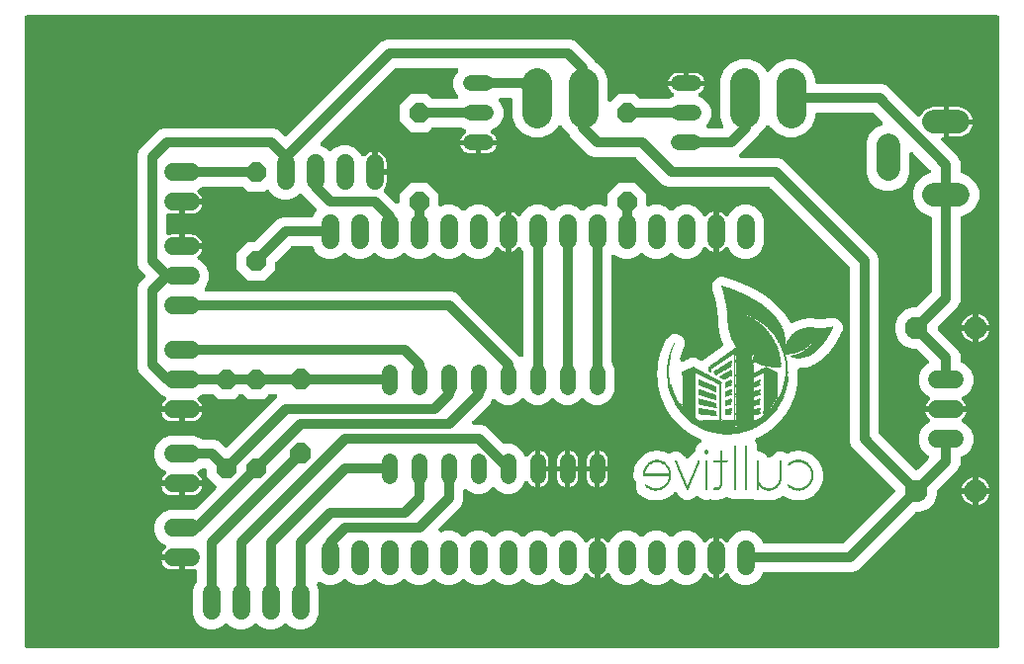
<source format=gbr>
G04 EAGLE Gerber RS-274X export*
G75*
%MOMM*%
%FSLAX34Y34*%
%LPD*%
%INBottom Copper*%
%IPPOS*%
%AMOC8*
5,1,8,0,0,1.08239X$1,22.5*%
G01*
%ADD10R,0.099056X0.016506*%
%ADD11R,0.049531X0.016506*%
%ADD12R,0.346706X0.016506*%
%ADD13R,0.016512X0.016506*%
%ADD14R,0.033019X0.016506*%
%ADD15R,0.495300X0.016506*%
%ADD16R,0.544831X0.016506*%
%ADD17R,0.511806X0.016506*%
%ADD18R,0.627381X0.016506*%
%ADD19R,0.627375X0.016506*%
%ADD20R,0.775969X0.016506*%
%ADD21R,0.742950X0.016506*%
%ADD22R,0.016506X0.016506*%
%ADD23R,0.181606X0.016506*%
%ADD24R,0.082550X0.016506*%
%ADD25R,0.842006X0.016512*%
%ADD26R,0.808988X0.016512*%
%ADD27R,0.099063X0.016512*%
%ADD28R,0.082550X0.016512*%
%ADD29R,0.330200X0.016512*%
%ADD30R,0.099056X0.016512*%
%ADD31R,0.115569X0.016512*%
%ADD32R,0.875031X0.016512*%
%ADD33R,0.941069X0.016506*%
%ADD34R,0.875031X0.016506*%
%ADD35R,0.132081X0.016506*%
%ADD36R,0.115569X0.016506*%
%ADD37R,0.429256X0.016506*%
%ADD38R,0.148588X0.016506*%
%ADD39R,0.957575X0.016506*%
%ADD40R,1.040125X0.016506*%
%ADD41R,0.974087X0.016506*%
%ADD42R,0.462281X0.016506*%
%ADD43R,0.165100X0.016506*%
%ADD44R,1.040131X0.016506*%
%ADD45R,1.089662X0.016506*%
%ADD46R,1.007106X0.016506*%
%ADD47R,1.106169X0.016506*%
%ADD48R,1.172206X0.016506*%
%ADD49R,1.089656X0.016506*%
%ADD50R,0.528319X0.016506*%
%ADD51R,0.577850X0.016512*%
%ADD52R,0.511806X0.016512*%
%ADD53R,0.429263X0.016512*%
%ADD54R,0.445769X0.016512*%
%ADD55R,0.148588X0.016512*%
%ADD56R,0.544831X0.016512*%
%ADD57R,0.214625X0.016512*%
%ADD58R,0.495300X0.016512*%
%ADD59R,0.033019X0.016512*%
%ADD60R,0.412750X0.016506*%
%ADD61R,0.396238X0.016506*%
%ADD62R,0.363219X0.016506*%
%ADD63R,0.577850X0.016506*%
%ADD64R,0.214625X0.016506*%
%ADD65R,0.379725X0.016506*%
%ADD66R,0.330200X0.016506*%
%ADD67R,0.231138X0.016506*%
%ADD68R,0.379731X0.016506*%
%ADD69R,0.346713X0.016506*%
%ADD70R,0.297175X0.016506*%
%ADD71R,0.313688X0.016506*%
%ADD72R,0.247650X0.016506*%
%ADD73R,0.297181X0.016506*%
%ADD74R,0.313688X0.016512*%
%ADD75R,0.297181X0.016512*%
%ADD76R,0.280669X0.016512*%
%ADD77R,0.297175X0.016512*%
%ADD78R,0.280669X0.016506*%
%ADD79R,0.264156X0.016506*%
%ADD80R,0.264163X0.016506*%
%ADD81R,0.264156X0.016512*%
%ADD82R,0.247650X0.016512*%
%ADD83R,0.231138X0.016512*%
%ADD84R,0.214631X0.016512*%
%ADD85R,0.346706X0.016512*%
%ADD86R,0.214631X0.016506*%
%ADD87R,0.198119X0.016506*%
%ADD88R,0.181613X0.016506*%
%ADD89R,0.181606X0.016512*%
%ADD90R,0.198119X0.016512*%
%ADD91R,0.165100X0.016512*%
%ADD92R,0.181613X0.016512*%
%ADD93R,0.132075X0.016506*%
%ADD94R,0.132081X0.016512*%
%ADD95R,2.344419X0.016506*%
%ADD96R,2.360931X0.016506*%
%ADD97R,2.377438X0.016512*%
%ADD98R,2.393950X0.016506*%
%ADD99R,2.377438X0.016506*%
%ADD100R,0.264163X0.016512*%
%ADD101R,0.346713X0.016512*%
%ADD102R,1.188719X0.016506*%
%ADD103R,1.221738X0.016506*%
%ADD104R,0.429263X0.016506*%
%ADD105R,1.238250X0.016506*%
%ADD106R,1.155700X0.016506*%
%ADD107R,1.254756X0.016506*%
%ADD108R,1.056638X0.016506*%
%ADD109R,1.073150X0.016512*%
%ADD110R,1.254756X0.016512*%
%ADD111R,0.990600X0.016512*%
%ADD112R,0.924556X0.016506*%
%ADD113R,0.858519X0.016506*%
%ADD114R,0.808988X0.016506*%
%ADD115R,0.099063X0.016506*%
%ADD116R,0.759456X0.016506*%
%ADD117R,0.066037X0.016506*%
%ADD118R,0.049525X0.016506*%
%ADD119R,0.693419X0.016506*%
%ADD120R,0.594356X0.016512*%
%ADD121R,0.528319X0.016512*%
%ADD122R,1.502406X0.016512*%
%ADD123R,1.684019X0.016506*%
%ADD124R,1.882138X0.016506*%
%ADD125R,2.063750X0.016506*%
%ADD126R,2.179319X0.016506*%
%ADD127R,2.476500X0.016506*%
%ADD128R,2.641600X0.016506*%
%ADD129R,2.740656X0.016506*%
%ADD130R,2.872737X0.016506*%
%ADD131R,3.004819X0.016512*%
%ADD132R,3.070856X0.016506*%
%ADD133R,3.202937X0.016506*%
%ADD134R,3.268981X0.016506*%
%ADD135R,3.401056X0.016506*%
%ADD136R,3.500119X0.016512*%
%ADD137R,3.599181X0.016506*%
%ADD138R,3.665219X0.016506*%
%ADD139R,3.731256X0.016506*%
%ADD140R,3.863338X0.016506*%
%ADD141R,3.912869X0.016512*%
%ADD142R,3.995419X0.016506*%
%ADD143R,4.094481X0.016506*%
%ADD144R,4.160519X0.016506*%
%ADD145R,4.243069X0.016506*%
%ADD146R,4.292600X0.016512*%
%ADD147R,4.391656X0.016506*%
%ADD148R,4.457700X0.016506*%
%ADD149R,4.523738X0.016506*%
%ADD150R,4.589781X0.016506*%
%ADD151R,4.655819X0.016512*%
%ADD152R,4.721856X0.016506*%
%ADD153R,1.981200X0.016506*%
%ADD154R,1.964688X0.016506*%
%ADD155R,1.948175X0.016506*%
%ADD156R,1.799588X0.016506*%
%ADD157R,2.014219X0.016506*%
%ADD158R,1.750056X0.016512*%
%ADD159R,0.049531X0.016512*%
%ADD160R,0.396238X0.016512*%
%ADD161R,1.733550X0.016512*%
%ADD162R,1.717037X0.016506*%
%ADD163R,1.750063X0.016506*%
%ADD164R,1.601469X0.016506*%
%ADD165R,1.551937X0.016506*%
%ADD166R,1.651000X0.016506*%
%ADD167R,1.568450X0.016506*%
%ADD168R,1.518919X0.016506*%
%ADD169R,1.584956X0.016506*%
%ADD170R,1.436369X0.016506*%
%ADD171R,1.485900X0.016512*%
%ADD172R,1.964688X0.016512*%
%ADD173R,1.436369X0.016512*%
%ADD174R,1.502406X0.016506*%
%ADD175R,2.096769X0.016506*%
%ADD176R,1.469388X0.016506*%
%ADD177R,2.162806X0.016506*%
%ADD178R,1.353819X0.016506*%
%ADD179R,2.080256X0.016506*%
%ADD180R,1.370325X0.016506*%
%ADD181R,1.337306X0.016506*%
%ADD182R,1.287775X0.016506*%
%ADD183R,1.353819X0.016512*%
%ADD184R,0.016506X0.016512*%
%ADD185R,1.981200X0.016512*%
%ADD186R,0.066037X0.016512*%
%ADD187R,1.287781X0.016512*%
%ADD188R,1.254763X0.016506*%
%ADD189R,2.493006X0.016506*%
%ADD190R,1.271269X0.016506*%
%ADD191R,2.410456X0.016506*%
%ADD192R,2.823206X0.016506*%
%ADD193R,1.205231X0.016506*%
%ADD194R,2.938775X0.016506*%
%ADD195R,1.238250X0.016512*%
%ADD196R,3.103881X0.016512*%
%ADD197R,1.172206X0.016512*%
%ADD198R,2.773681X0.016506*%
%ADD199R,1.122681X0.016506*%
%ADD200R,1.139188X0.016506*%
%ADD201R,2.113281X0.016506*%
%ADD202R,3.103875X0.016506*%
%ADD203R,1.073150X0.016506*%
%ADD204R,1.122675X0.016512*%
%ADD205R,3.698238X0.016512*%
%ADD206R,1.122681X0.016512*%
%ADD207R,3.632200X0.016506*%
%ADD208R,3.731263X0.016506*%
%ADD209R,3.830319X0.016506*%
%ADD210R,1.007113X0.016506*%
%ADD211R,3.714750X0.016506*%
%ADD212R,1.023619X0.016506*%
%ADD213R,1.023619X0.016512*%
%ADD214R,3.648706X0.016512*%
%ADD215R,0.049525X0.016512*%
%ADD216R,0.974087X0.016512*%
%ADD217R,3.945887X0.016506*%
%ADD218R,0.990600X0.016506*%
%ADD219R,1.370331X0.016506*%
%ADD220R,0.957581X0.016506*%
%ADD221R,2.327913X0.016506*%
%ADD222R,2.559050X0.016506*%
%ADD223R,2.278381X0.016512*%
%ADD224R,2.575556X0.016512*%
%ADD225R,1.320800X0.016506*%
%ADD226R,1.419856X0.016506*%
%ADD227R,0.924563X0.016506*%
%ADD228R,0.908050X0.016506*%
%ADD229R,0.842006X0.016506*%
%ADD230R,0.825500X0.016506*%
%ADD231R,1.452881X0.016506*%
%ADD232R,1.370331X0.016512*%
%ADD233R,0.132075X0.016512*%
%ADD234R,0.792481X0.016512*%
%ADD235R,1.502413X0.016506*%
%ADD236R,0.759456X0.016512*%
%ADD237R,0.792481X0.016506*%
%ADD238R,0.759463X0.016506*%
%ADD239R,0.742950X0.016512*%
%ADD240R,0.726438X0.016506*%
%ADD241R,0.709931X0.016512*%
%ADD242R,1.502413X0.016512*%
%ADD243R,0.016512X0.016512*%
%ADD244R,0.825500X0.016512*%
%ADD245R,0.709931X0.016506*%
%ADD246R,0.709925X0.016506*%
%ADD247R,1.485900X0.016506*%
%ADD248R,0.676906X0.016506*%
%ADD249R,1.634488X0.016506*%
%ADD250R,0.676913X0.016506*%
%ADD251R,0.709925X0.016512*%
%ADD252R,0.610869X0.016506*%
%ADD253R,0.660400X0.016506*%
%ADD254R,1.386838X0.016506*%
%ADD255R,0.643888X0.016506*%
%ADD256R,1.617981X0.016506*%
%ADD257R,1.568450X0.016512*%
%ADD258R,1.320800X0.016512*%
%ADD259R,1.584963X0.016506*%
%ADD260R,2.030731X0.016506*%
%ADD261R,0.478788X0.016506*%
%ADD262R,1.816100X0.016506*%
%ADD263R,0.693419X0.016512*%
%ADD264R,2.014219X0.016512*%
%ADD265R,0.941069X0.016512*%
%ADD266R,0.462281X0.016512*%
%ADD267R,0.627381X0.016512*%
%ADD268R,1.205225X0.016506*%
%ADD269R,0.445769X0.016506*%
%ADD270R,0.660400X0.016512*%
%ADD271R,0.478788X0.016512*%
%ADD272R,0.561338X0.016506*%
%ADD273R,0.594356X0.016506*%
%ADD274R,0.643888X0.016512*%
%ADD275R,1.535431X0.016512*%
%ADD276R,0.379731X0.016512*%
%ADD277R,0.561338X0.016512*%
%ADD278R,0.544825X0.016506*%
%ADD279R,0.726438X0.016512*%
%ADD280R,0.594363X0.016506*%
%ADD281R,0.429256X0.016512*%
%ADD282R,0.511813X0.016506*%
%ADD283R,0.891538X0.016506*%
%ADD284R,0.412750X0.016512*%
%ADD285R,0.924563X0.016512*%
%ADD286R,0.379725X0.016512*%
%ADD287R,1.007113X0.016512*%
%ADD288R,1.700531X0.016506*%
%ADD289R,0.610869X0.016512*%
%ADD290R,1.931669X0.016512*%
%ADD291R,0.858519X0.016512*%
%ADD292R,1.089662X0.016512*%
%ADD293R,2.047238X0.016506*%
%ADD294R,1.667513X0.016506*%
%ADD295R,0.676906X0.016512*%
%ADD296R,1.865631X0.016512*%
%ADD297R,1.304288X0.016506*%
%ADD298R,0.775969X0.016512*%
%ADD299R,1.684019X0.016512*%
%ADD300R,0.462275X0.016506*%
%ADD301R,0.363219X0.016512*%
%ADD302R,1.172213X0.016506*%
%ADD303R,1.915163X0.016506*%
%ADD304R,1.040131X0.016512*%
%ADD305R,1.783081X0.016512*%
%ADD306R,0.891538X0.016512*%
%ADD307R,1.783081X0.016506*%
%ADD308R,1.849119X0.016506*%
%ADD309R,1.799588X0.016512*%
%ADD310R,0.924556X0.016512*%
%ADD311R,0.875025X0.016506*%
%ADD312R,1.172213X0.016512*%
%ADD313R,1.535431X0.016506*%
%ADD314R,1.601469X0.016512*%
%ADD315R,1.733550X0.016506*%
%ADD316R,1.403350X0.016506*%
%ADD317R,1.634488X0.016512*%
%ADD318R,1.931669X0.016506*%
%ADD319R,2.063750X0.016512*%
%ADD320R,0.908050X0.016512*%
%ADD321R,1.948181X0.016506*%
%ADD322R,2.113281X0.016512*%
%ADD323R,0.544825X0.016512*%
%ADD324R,1.518919X0.016512*%
%ADD325R,1.766569X0.016506*%
%ADD326R,1.849119X0.016512*%
%ADD327R,1.188719X0.016512*%
%ADD328R,2.162813X0.016506*%
%ADD329R,1.106169X0.016512*%
%ADD330R,1.155700X0.016512*%
%ADD331R,1.122675X0.016506*%
%ADD332R,1.386838X0.016512*%
%ADD333R,1.304288X0.016512*%
%ADD334R,0.511813X0.016512*%
%ADD335R,1.551937X0.016512*%
%ADD336R,1.667506X0.016506*%
%ADD337R,1.419863X0.016506*%
%ADD338R,1.832606X0.016512*%
%ADD339R,1.419863X0.016512*%
%ADD340R,1.865631X0.016506*%
%ADD341R,1.915156X0.016506*%
%ADD342R,1.997706X0.016506*%
%ADD343R,2.030731X0.016512*%
%ADD344R,2.146300X0.016506*%
%ADD345R,2.195831X0.016506*%
%ADD346R,2.212338X0.016512*%
%ADD347R,1.452881X0.016512*%
%ADD348R,2.261869X0.016506*%
%ADD349R,2.311400X0.016506*%
%ADD350R,1.337313X0.016506*%
%ADD351R,2.327913X0.016512*%
%ADD352R,2.311400X0.016512*%
%ADD353R,1.337313X0.016512*%
%ADD354R,2.294888X0.016512*%
%ADD355R,2.294888X0.016506*%
%ADD356R,2.278381X0.016506*%
%ADD357R,1.403350X0.016512*%
%ADD358R,2.261869X0.016512*%
%ADD359R,2.245363X0.016506*%
%ADD360R,1.271269X0.016512*%
%ADD361R,2.426969X0.016506*%
%ADD362R,2.443475X0.016506*%
%ADD363R,2.443475X0.016512*%
%ADD364R,2.526025X0.016506*%
%ADD365R,2.542538X0.016506*%
%ADD366R,2.575556X0.016506*%
%ADD367R,1.089656X0.016512*%
%ADD368R,2.856231X0.016506*%
%ADD369R,2.674619X0.016506*%
%ADD370R,2.707638X0.016506*%
%ADD371R,1.056638X0.016512*%
%ADD372R,1.419856X0.016512*%
%ADD373R,2.740656X0.016512*%
%ADD374R,2.839719X0.016506*%
%ADD375R,2.790188X0.016506*%
%ADD376R,2.889250X0.016512*%
%ADD377R,2.905756X0.016506*%
%ADD378R,2.922269X0.016506*%
%ADD379R,3.021325X0.016506*%
%ADD380R,1.007106X0.016512*%
%ADD381R,3.054350X0.016512*%
%ADD382R,3.054350X0.016506*%
%ADD383R,3.103881X0.016506*%
%ADD384R,3.120388X0.016506*%
%ADD385R,1.997706X0.016512*%
%ADD386R,3.153406X0.016512*%
%ADD387R,3.252469X0.016506*%
%ADD388R,2.113275X0.016506*%
%ADD389R,2.129787X0.016512*%
%ADD390R,3.368038X0.016512*%
%ADD391R,3.335019X0.016506*%
%ADD392R,3.368038X0.016506*%
%ADD393R,2.228850X0.016506*%
%ADD394R,2.245356X0.016506*%
%ADD395R,3.516625X0.016506*%
%ADD396R,3.516631X0.016512*%
%ADD397R,3.533138X0.016506*%
%ADD398R,3.516631X0.016506*%
%ADD399R,2.360925X0.016506*%
%ADD400R,3.549650X0.016506*%
%ADD401R,0.957581X0.016512*%
%ADD402R,2.410456X0.016512*%
%ADD403R,3.533138X0.016512*%
%ADD404R,2.459987X0.016506*%
%ADD405R,2.493013X0.016506*%
%ADD406R,2.526031X0.016506*%
%ADD407R,3.566156X0.016506*%
%ADD408R,2.542538X0.016512*%
%ADD409R,3.566156X0.016512*%
%ADD410R,2.080262X0.016506*%
%ADD411R,2.080256X0.016512*%
%ADD412R,3.566163X0.016506*%
%ADD413R,3.582669X0.016506*%
%ADD414R,0.957575X0.016512*%
%ADD415R,3.582669X0.016512*%
%ADD416R,2.129787X0.016506*%
%ADD417R,2.146300X0.016512*%
%ADD418R,2.162806X0.016512*%
%ADD419R,2.179319X0.016512*%
%ADD420R,0.676913X0.016512*%
%ADD421R,2.195831X0.016512*%
%ADD422R,3.549650X0.016512*%
%ADD423R,2.195825X0.016506*%
%ADD424R,3.202937X0.016512*%
%ADD425R,3.219450X0.016506*%
%ADD426R,0.792475X0.016506*%
%ADD427R,0.792475X0.016512*%
%ADD428R,3.500119X0.016506*%
%ADD429R,3.186431X0.016506*%
%ADD430R,3.169919X0.016512*%
%ADD431R,3.483606X0.016512*%
%ADD432R,3.186425X0.016506*%
%ADD433R,3.169919X0.016506*%
%ADD434R,3.483606X0.016506*%
%ADD435R,3.467100X0.016506*%
%ADD436R,3.153412X0.016512*%
%ADD437R,3.467100X0.016512*%
%ADD438R,3.153406X0.016506*%
%ADD439R,3.450588X0.016506*%
%ADD440R,3.136900X0.016506*%
%ADD441R,3.434081X0.016506*%
%ADD442R,3.120388X0.016512*%
%ADD443R,3.450588X0.016512*%
%ADD444R,3.417569X0.016506*%
%ADD445R,3.070863X0.016506*%
%ADD446R,3.070856X0.016512*%
%ADD447R,3.401056X0.016512*%
%ADD448R,3.384550X0.016506*%
%ADD449R,3.037838X0.016506*%
%ADD450R,3.351525X0.016512*%
%ADD451R,3.004819X0.016506*%
%ADD452R,2.988313X0.016506*%
%ADD453R,2.971800X0.016506*%
%ADD454R,3.318506X0.016506*%
%ADD455R,2.955288X0.016506*%
%ADD456R,2.938781X0.016512*%
%ADD457R,3.318513X0.016512*%
%ADD458R,3.302000X0.016506*%
%ADD459R,2.889250X0.016506*%
%ADD460R,3.285488X0.016506*%
%ADD461R,2.856225X0.016506*%
%ADD462R,2.839719X0.016512*%
%ADD463R,3.268981X0.016512*%
%ADD464R,2.806700X0.016506*%
%ADD465R,3.235956X0.016506*%
%ADD466R,2.757169X0.016506*%
%ADD467R,2.691131X0.016512*%
%ADD468R,2.658106X0.016506*%
%ADD469R,2.608581X0.016506*%
%ADD470R,2.509519X0.016506*%
%ADD471R,2.459987X0.016512*%
%ADD472R,3.136900X0.016512*%
%ADD473R,3.087369X0.016506*%
%ADD474R,1.287781X0.016506*%
%ADD475R,2.988306X0.016512*%
%ADD476R,1.337306X0.016512*%
%ADD477R,2.922269X0.016512*%
%ADD478R,2.905763X0.016506*%
%ADD479R,2.823213X0.016512*%
%ADD480R,2.740663X0.016506*%
%ADD481R,1.469388X0.016512*%
%ADD482R,2.724150X0.016506*%
%ADD483R,2.691131X0.016506*%
%ADD484R,1.535425X0.016512*%
%ADD485R,2.641600X0.016512*%
%ADD486R,1.535425X0.016506*%
%ADD487R,2.592069X0.016506*%
%ADD488R,2.526031X0.016512*%
%ADD489R,1.617975X0.016506*%
%ADD490R,2.443481X0.016506*%
%ADD491R,1.651000X0.016512*%
%ADD492R,2.212338X0.016506*%
%ADD493R,1.832612X0.016512*%
%ADD494R,1.865625X0.016506*%
%ADD495R,1.898650X0.016506*%
%ADD496R,1.915156X0.016512*%
%ADD497R,1.750056X0.016506*%
%ADD498R,1.700525X0.016506*%
%ADD499R,1.667506X0.016512*%
%ADD500R,2.327906X0.016512*%
%ADD501R,2.559050X0.016512*%
%ADD502R,3.846825X0.016506*%
%ADD503R,3.813806X0.016506*%
%ADD504R,3.797300X0.016506*%
%ADD505R,3.780788X0.016512*%
%ADD506R,3.764275X0.016506*%
%ADD507R,3.747769X0.016506*%
%ADD508R,3.714750X0.016512*%
%ADD509R,3.698238X0.016506*%
%ADD510R,3.681731X0.016506*%
%ADD511R,3.648713X0.016506*%
%ADD512R,3.632200X0.016512*%
%ADD513R,3.615688X0.016506*%
%ADD514R,3.384550X0.016512*%
%ADD515R,3.351531X0.016506*%
%ADD516R,3.285488X0.016512*%
%ADD517R,3.103875X0.016512*%
%ADD518R,2.938781X0.016506*%
%ADD519R,2.790188X0.016512*%
%ADD520R,2.674619X0.016512*%
%ADD521R,2.608575X0.016506*%
%ADD522R,2.030725X0.016506*%
%ADD523R,1.832612X0.016506*%
%ADD524R,1.766569X0.016512*%
%ADD525R,1.617981X0.016512*%
%ADD526R,1.452875X0.016512*%
%ADD527R,1.452875X0.016506*%
%ADD528C,1.508000*%
%ADD529C,1.320800*%
%ADD530C,2.032000*%
%ADD531P,1.814519X8X292.500000*%
%ADD532C,1.524000*%
%ADD533C,1.930400*%
%ADD534P,1.814519X8X112.500000*%
%ADD535C,2.550000*%
%ADD536C,0.812800*%
%ADD537P,1.924489X8X22.500000*%

G36*
X-13640Y-521968D02*
X-13640Y-521968D01*
X-13622Y-521969D01*
X-13440Y-521948D01*
X-13257Y-521929D01*
X-13240Y-521924D01*
X-13222Y-521922D01*
X-13048Y-521865D01*
X-12872Y-521811D01*
X-12856Y-521803D01*
X-12840Y-521797D01*
X-12680Y-521707D01*
X-12518Y-521619D01*
X-12504Y-521608D01*
X-12489Y-521600D01*
X-12350Y-521479D01*
X-12208Y-521362D01*
X-12197Y-521348D01*
X-12184Y-521337D01*
X-12071Y-521191D01*
X-11956Y-521048D01*
X-11948Y-521032D01*
X-11937Y-521019D01*
X-11855Y-520854D01*
X-11771Y-520691D01*
X-11766Y-520674D01*
X-11758Y-520658D01*
X-11710Y-520480D01*
X-11659Y-520304D01*
X-11658Y-520286D01*
X-11653Y-520269D01*
X-11626Y-519939D01*
X-11435Y18287D01*
X-11437Y18305D01*
X-11436Y18324D01*
X-11457Y18505D01*
X-11475Y18688D01*
X-11481Y18705D01*
X-11483Y18723D01*
X-11539Y18897D01*
X-11593Y19073D01*
X-11602Y19089D01*
X-11608Y19106D01*
X-11698Y19266D01*
X-11785Y19427D01*
X-11796Y19441D01*
X-11805Y19457D01*
X-11926Y19596D01*
X-12043Y19736D01*
X-12057Y19748D01*
X-12069Y19762D01*
X-12213Y19874D01*
X-12356Y19989D01*
X-12372Y19997D01*
X-12387Y20008D01*
X-12551Y20090D01*
X-12713Y20174D01*
X-12731Y20179D01*
X-12747Y20188D01*
X-12924Y20235D01*
X-13100Y20286D01*
X-13118Y20287D01*
X-13136Y20292D01*
X-13467Y20319D01*
X-843788Y20319D01*
X-843806Y20317D01*
X-843824Y20319D01*
X-844006Y20298D01*
X-844189Y20279D01*
X-844206Y20274D01*
X-844223Y20272D01*
X-844398Y20215D01*
X-844574Y20161D01*
X-844589Y20153D01*
X-844606Y20147D01*
X-844766Y20057D01*
X-844928Y19969D01*
X-844941Y19958D01*
X-844957Y19949D01*
X-845096Y19829D01*
X-845237Y19712D01*
X-845248Y19698D01*
X-845262Y19686D01*
X-845374Y19541D01*
X-845489Y19398D01*
X-845497Y19382D01*
X-845508Y19368D01*
X-845590Y19203D01*
X-845675Y19041D01*
X-845680Y19024D01*
X-845688Y19008D01*
X-845735Y18829D01*
X-845786Y18654D01*
X-845788Y18636D01*
X-845792Y18619D01*
X-845819Y18288D01*
X-845819Y-519938D01*
X-845817Y-519956D01*
X-845819Y-519974D01*
X-845798Y-520156D01*
X-845779Y-520339D01*
X-845774Y-520356D01*
X-845772Y-520373D01*
X-845715Y-520548D01*
X-845661Y-520724D01*
X-845653Y-520739D01*
X-845647Y-520756D01*
X-845557Y-520916D01*
X-845469Y-521078D01*
X-845458Y-521091D01*
X-845449Y-521107D01*
X-845329Y-521246D01*
X-845212Y-521387D01*
X-845198Y-521398D01*
X-845186Y-521412D01*
X-845041Y-521524D01*
X-844898Y-521639D01*
X-844882Y-521647D01*
X-844868Y-521658D01*
X-844703Y-521740D01*
X-844541Y-521825D01*
X-844524Y-521830D01*
X-844508Y-521838D01*
X-844329Y-521885D01*
X-844154Y-521936D01*
X-844136Y-521938D01*
X-844119Y-521942D01*
X-843788Y-521969D01*
X-13657Y-521969D01*
X-13640Y-521968D01*
G37*
%LPC*%
G36*
X-688933Y-505969D02*
X-688933Y-505969D01*
X-694721Y-503571D01*
X-699151Y-499141D01*
X-701549Y-493353D01*
X-701549Y-471847D01*
X-699151Y-466059D01*
X-698588Y-465496D01*
X-698571Y-465475D01*
X-698550Y-465457D01*
X-698443Y-465319D01*
X-698333Y-465184D01*
X-698320Y-465160D01*
X-698304Y-465139D01*
X-698226Y-464982D01*
X-698144Y-464828D01*
X-698136Y-464803D01*
X-698124Y-464779D01*
X-698079Y-464609D01*
X-698029Y-464442D01*
X-698027Y-464416D01*
X-698020Y-464390D01*
X-697993Y-464059D01*
X-697993Y-456164D01*
X-698006Y-456030D01*
X-698011Y-455894D01*
X-698026Y-455830D01*
X-698033Y-455763D01*
X-698072Y-455634D01*
X-698103Y-455503D01*
X-698131Y-455442D01*
X-698151Y-455378D01*
X-698215Y-455260D01*
X-698272Y-455137D01*
X-698311Y-455083D01*
X-698343Y-455024D01*
X-698429Y-454921D01*
X-698509Y-454811D01*
X-698558Y-454766D01*
X-698600Y-454715D01*
X-698706Y-454630D01*
X-698805Y-454539D01*
X-698862Y-454505D01*
X-698914Y-454463D01*
X-699034Y-454401D01*
X-699150Y-454331D01*
X-699212Y-454308D01*
X-699271Y-454277D01*
X-699401Y-454240D01*
X-699528Y-454194D01*
X-699594Y-454184D01*
X-699658Y-454166D01*
X-699793Y-454155D01*
X-699927Y-454135D01*
X-699993Y-454138D01*
X-700060Y-454133D01*
X-700194Y-454149D01*
X-700329Y-454156D01*
X-700403Y-454173D01*
X-700459Y-454180D01*
X-700534Y-454204D01*
X-700652Y-454232D01*
X-701201Y-454411D01*
X-702780Y-454661D01*
X-708661Y-454661D01*
X-708661Y-445008D01*
X-708662Y-444990D01*
X-708661Y-444973D01*
X-708682Y-444790D01*
X-708701Y-444608D01*
X-708706Y-444591D01*
X-708708Y-444573D01*
X-708765Y-444398D01*
X-708819Y-444223D01*
X-708827Y-444207D01*
X-708833Y-444190D01*
X-708923Y-444030D01*
X-709010Y-443869D01*
X-709022Y-443855D01*
X-709031Y-443839D01*
X-709151Y-443700D01*
X-709268Y-443559D01*
X-709282Y-443548D01*
X-709294Y-443535D01*
X-709439Y-443422D01*
X-709582Y-443307D01*
X-709598Y-443299D01*
X-709612Y-443288D01*
X-709777Y-443206D01*
X-709853Y-443166D01*
X-709939Y-443014D01*
X-710027Y-442852D01*
X-710038Y-442839D01*
X-710047Y-442823D01*
X-710167Y-442684D01*
X-710285Y-442543D01*
X-710298Y-442532D01*
X-710310Y-442518D01*
X-710455Y-442406D01*
X-710598Y-442291D01*
X-710614Y-442283D01*
X-710628Y-442272D01*
X-710793Y-442190D01*
X-710956Y-442105D01*
X-710973Y-442100D01*
X-710989Y-442092D01*
X-711167Y-442044D01*
X-711342Y-441994D01*
X-711360Y-441992D01*
X-711377Y-441988D01*
X-711708Y-441961D01*
X-728679Y-441961D01*
X-728236Y-440600D01*
X-727510Y-439175D01*
X-726570Y-437881D01*
X-725437Y-436747D01*
X-725312Y-436636D01*
X-725180Y-436525D01*
X-725162Y-436503D01*
X-725141Y-436484D01*
X-725037Y-436346D01*
X-724929Y-436210D01*
X-724916Y-436185D01*
X-724899Y-436162D01*
X-724824Y-436005D01*
X-724745Y-435852D01*
X-724737Y-435825D01*
X-724725Y-435799D01*
X-724682Y-435631D01*
X-724635Y-435465D01*
X-724633Y-435436D01*
X-724626Y-435408D01*
X-724618Y-435235D01*
X-724604Y-435063D01*
X-724608Y-435035D01*
X-724606Y-435006D01*
X-724632Y-434835D01*
X-724653Y-434664D01*
X-724662Y-434636D01*
X-724666Y-434608D01*
X-724725Y-434445D01*
X-724779Y-434282D01*
X-724794Y-434257D01*
X-724803Y-434229D01*
X-724893Y-434082D01*
X-724979Y-433932D01*
X-724998Y-433910D01*
X-725013Y-433886D01*
X-725130Y-433759D01*
X-725243Y-433628D01*
X-725266Y-433611D01*
X-725286Y-433590D01*
X-725426Y-433488D01*
X-725563Y-433383D01*
X-725591Y-433368D01*
X-725612Y-433353D01*
X-725689Y-433318D01*
X-725858Y-433231D01*
X-727741Y-432451D01*
X-732171Y-428021D01*
X-734569Y-422233D01*
X-734569Y-415967D01*
X-732171Y-410179D01*
X-727741Y-405749D01*
X-721953Y-403351D01*
X-700836Y-403351D01*
X-700809Y-403349D01*
X-700782Y-403351D01*
X-700609Y-403329D01*
X-700435Y-403311D01*
X-700410Y-403304D01*
X-700383Y-403300D01*
X-700217Y-403245D01*
X-700050Y-403193D01*
X-700027Y-403180D01*
X-700001Y-403172D01*
X-699850Y-403085D01*
X-699696Y-403001D01*
X-699676Y-402984D01*
X-699652Y-402971D01*
X-699399Y-402756D01*
X-682133Y-385490D01*
X-682121Y-385476D01*
X-682108Y-385464D01*
X-681994Y-385320D01*
X-681878Y-385178D01*
X-681869Y-385162D01*
X-681858Y-385148D01*
X-681775Y-384984D01*
X-681689Y-384822D01*
X-681684Y-384805D01*
X-681676Y-384789D01*
X-681626Y-384612D01*
X-681574Y-384436D01*
X-681573Y-384419D01*
X-681568Y-384401D01*
X-681554Y-384219D01*
X-681538Y-384035D01*
X-681540Y-384018D01*
X-681538Y-384000D01*
X-681561Y-383819D01*
X-681581Y-383635D01*
X-681587Y-383618D01*
X-681589Y-383600D01*
X-681647Y-383428D01*
X-681703Y-383251D01*
X-681711Y-383236D01*
X-681717Y-383219D01*
X-681809Y-383059D01*
X-681898Y-382899D01*
X-681909Y-382886D01*
X-681918Y-382870D01*
X-682133Y-382617D01*
X-689611Y-375139D01*
X-689611Y-369874D01*
X-689613Y-369847D01*
X-689611Y-369820D01*
X-689633Y-369647D01*
X-689651Y-369473D01*
X-689658Y-369448D01*
X-689662Y-369421D01*
X-689717Y-369256D01*
X-689769Y-369088D01*
X-689782Y-369065D01*
X-689790Y-369039D01*
X-689877Y-368888D01*
X-689961Y-368734D01*
X-689978Y-368714D01*
X-689991Y-368690D01*
X-690206Y-368437D01*
X-690255Y-368388D01*
X-690276Y-368371D01*
X-690294Y-368350D01*
X-690432Y-368243D01*
X-690567Y-368133D01*
X-690591Y-368120D01*
X-690612Y-368104D01*
X-690769Y-368026D01*
X-690923Y-367944D01*
X-690948Y-367936D01*
X-690972Y-367924D01*
X-691142Y-367879D01*
X-691309Y-367829D01*
X-691335Y-367827D01*
X-691361Y-367820D01*
X-691692Y-367793D01*
X-692659Y-367793D01*
X-692686Y-367795D01*
X-692713Y-367793D01*
X-692886Y-367815D01*
X-693060Y-367833D01*
X-693086Y-367841D01*
X-693112Y-367844D01*
X-693278Y-367900D01*
X-693445Y-367951D01*
X-693468Y-367964D01*
X-693494Y-367972D01*
X-693646Y-368059D01*
X-693799Y-368143D01*
X-693819Y-368160D01*
X-693843Y-368173D01*
X-694096Y-368388D01*
X-694659Y-368951D01*
X-696542Y-369731D01*
X-696695Y-369813D01*
X-696849Y-369890D01*
X-696872Y-369908D01*
X-696897Y-369921D01*
X-697031Y-370032D01*
X-697167Y-370138D01*
X-697185Y-370159D01*
X-697208Y-370178D01*
X-697317Y-370312D01*
X-697429Y-370443D01*
X-697443Y-370468D01*
X-697461Y-370490D01*
X-697541Y-370643D01*
X-697626Y-370794D01*
X-697635Y-370822D01*
X-697648Y-370847D01*
X-697697Y-371013D01*
X-697750Y-371177D01*
X-697753Y-371206D01*
X-697761Y-371233D01*
X-697776Y-371406D01*
X-697796Y-371577D01*
X-697794Y-371606D01*
X-697796Y-371634D01*
X-697777Y-371806D01*
X-697762Y-371978D01*
X-697754Y-372006D01*
X-697751Y-372035D01*
X-697698Y-372199D01*
X-697650Y-372365D01*
X-697637Y-372390D01*
X-697628Y-372418D01*
X-697543Y-372569D01*
X-697463Y-372722D01*
X-697445Y-372744D01*
X-697431Y-372769D01*
X-697319Y-372901D01*
X-697210Y-373035D01*
X-697186Y-373056D01*
X-697170Y-373075D01*
X-697103Y-373127D01*
X-696962Y-373248D01*
X-695830Y-374381D01*
X-694890Y-375675D01*
X-694164Y-377100D01*
X-693721Y-378461D01*
X-710692Y-378461D01*
X-710710Y-378462D01*
X-710727Y-378461D01*
X-710910Y-378482D01*
X-711092Y-378501D01*
X-711109Y-378506D01*
X-711127Y-378508D01*
X-711205Y-378533D01*
X-711342Y-378494D01*
X-711360Y-378492D01*
X-711377Y-378488D01*
X-711708Y-378461D01*
X-728679Y-378461D01*
X-728236Y-377100D01*
X-727510Y-375675D01*
X-726570Y-374381D01*
X-725437Y-373247D01*
X-725312Y-373136D01*
X-725180Y-373025D01*
X-725162Y-373003D01*
X-725141Y-372984D01*
X-725037Y-372845D01*
X-724929Y-372710D01*
X-724916Y-372685D01*
X-724899Y-372662D01*
X-724824Y-372505D01*
X-724745Y-372352D01*
X-724737Y-372325D01*
X-724725Y-372299D01*
X-724682Y-372131D01*
X-724635Y-371965D01*
X-724633Y-371936D01*
X-724626Y-371908D01*
X-724618Y-371735D01*
X-724604Y-371563D01*
X-724608Y-371535D01*
X-724606Y-371506D01*
X-724632Y-371335D01*
X-724653Y-371164D01*
X-724662Y-371136D01*
X-724666Y-371108D01*
X-724725Y-370945D01*
X-724779Y-370782D01*
X-724794Y-370757D01*
X-724803Y-370729D01*
X-724893Y-370582D01*
X-724979Y-370432D01*
X-724998Y-370410D01*
X-725013Y-370386D01*
X-725130Y-370259D01*
X-725243Y-370128D01*
X-725266Y-370111D01*
X-725286Y-370090D01*
X-725426Y-369988D01*
X-725563Y-369883D01*
X-725591Y-369868D01*
X-725612Y-369853D01*
X-725689Y-369818D01*
X-725858Y-369731D01*
X-727741Y-368951D01*
X-732171Y-364521D01*
X-734569Y-358733D01*
X-734569Y-352467D01*
X-732171Y-346679D01*
X-727741Y-342249D01*
X-721953Y-339851D01*
X-700447Y-339851D01*
X-694659Y-342249D01*
X-694096Y-342812D01*
X-694075Y-342829D01*
X-694057Y-342850D01*
X-693920Y-342956D01*
X-693784Y-343067D01*
X-693760Y-343080D01*
X-693739Y-343096D01*
X-693583Y-343174D01*
X-693428Y-343256D01*
X-693403Y-343264D01*
X-693379Y-343276D01*
X-693210Y-343321D01*
X-693043Y-343371D01*
X-693016Y-343373D01*
X-692990Y-343380D01*
X-692659Y-343407D01*
X-683375Y-343407D01*
X-678893Y-345263D01*
X-675178Y-348979D01*
X-674536Y-349621D01*
X-674523Y-349632D01*
X-674511Y-349645D01*
X-674367Y-349759D01*
X-674225Y-349876D01*
X-674209Y-349884D01*
X-674195Y-349895D01*
X-674031Y-349979D01*
X-673869Y-350064D01*
X-673852Y-350069D01*
X-673836Y-350077D01*
X-673659Y-350127D01*
X-673483Y-350179D01*
X-673465Y-350181D01*
X-673448Y-350185D01*
X-673265Y-350199D01*
X-673082Y-350215D01*
X-673064Y-350214D01*
X-673047Y-350215D01*
X-672865Y-350192D01*
X-672682Y-350172D01*
X-672665Y-350167D01*
X-672647Y-350164D01*
X-672474Y-350106D01*
X-672298Y-350051D01*
X-672282Y-350042D01*
X-672266Y-350036D01*
X-672106Y-349944D01*
X-671946Y-349856D01*
X-671932Y-349844D01*
X-671917Y-349835D01*
X-671664Y-349621D01*
X-629803Y-307760D01*
X-629798Y-307753D01*
X-629791Y-307748D01*
X-629671Y-307598D01*
X-629548Y-307449D01*
X-629544Y-307441D01*
X-629539Y-307434D01*
X-629450Y-307264D01*
X-629360Y-307093D01*
X-629357Y-307085D01*
X-629353Y-307077D01*
X-629300Y-306891D01*
X-629245Y-306707D01*
X-629244Y-306698D01*
X-629242Y-306690D01*
X-629226Y-306499D01*
X-629209Y-306306D01*
X-629209Y-306297D01*
X-629209Y-306288D01*
X-629231Y-306099D01*
X-629252Y-305906D01*
X-629255Y-305897D01*
X-629256Y-305889D01*
X-629315Y-305707D01*
X-629373Y-305522D01*
X-629378Y-305514D01*
X-629381Y-305506D01*
X-629476Y-305337D01*
X-629568Y-305170D01*
X-629574Y-305163D01*
X-629578Y-305155D01*
X-629704Y-305009D01*
X-629829Y-304863D01*
X-629836Y-304857D01*
X-629842Y-304850D01*
X-629993Y-304733D01*
X-630145Y-304613D01*
X-630153Y-304609D01*
X-630160Y-304604D01*
X-630332Y-304518D01*
X-630504Y-304431D01*
X-630512Y-304428D01*
X-630520Y-304424D01*
X-630707Y-304374D01*
X-630891Y-304323D01*
X-630900Y-304322D01*
X-630909Y-304320D01*
X-631240Y-304293D01*
X-635702Y-304293D01*
X-635728Y-304295D01*
X-635755Y-304293D01*
X-635929Y-304315D01*
X-636102Y-304333D01*
X-636128Y-304340D01*
X-636154Y-304344D01*
X-636320Y-304400D01*
X-636487Y-304451D01*
X-636511Y-304464D01*
X-636536Y-304472D01*
X-636688Y-304559D01*
X-636841Y-304643D01*
X-636862Y-304660D01*
X-636885Y-304673D01*
X-637138Y-304888D01*
X-640861Y-308611D01*
X-654539Y-308611D01*
X-658262Y-304888D01*
X-658283Y-304871D01*
X-658300Y-304850D01*
X-658438Y-304743D01*
X-658573Y-304633D01*
X-658597Y-304620D01*
X-658618Y-304604D01*
X-658775Y-304526D01*
X-658929Y-304444D01*
X-658955Y-304436D01*
X-658979Y-304424D01*
X-659148Y-304379D01*
X-659315Y-304329D01*
X-659342Y-304327D01*
X-659368Y-304320D01*
X-659698Y-304293D01*
X-661102Y-304293D01*
X-661128Y-304295D01*
X-661155Y-304293D01*
X-661329Y-304315D01*
X-661502Y-304333D01*
X-661528Y-304340D01*
X-661554Y-304344D01*
X-661720Y-304400D01*
X-661887Y-304451D01*
X-661911Y-304464D01*
X-661936Y-304472D01*
X-662088Y-304559D01*
X-662241Y-304643D01*
X-662262Y-304660D01*
X-662285Y-304673D01*
X-662538Y-304888D01*
X-666261Y-308611D01*
X-679939Y-308611D01*
X-683662Y-304888D01*
X-683683Y-304871D01*
X-683700Y-304850D01*
X-683838Y-304743D01*
X-683973Y-304633D01*
X-683997Y-304620D01*
X-684018Y-304604D01*
X-684175Y-304526D01*
X-684329Y-304444D01*
X-684355Y-304436D01*
X-684379Y-304424D01*
X-684548Y-304379D01*
X-684715Y-304329D01*
X-684742Y-304327D01*
X-684768Y-304320D01*
X-685098Y-304293D01*
X-692659Y-304293D01*
X-692686Y-304295D01*
X-692713Y-304293D01*
X-692886Y-304315D01*
X-693060Y-304333D01*
X-693086Y-304341D01*
X-693112Y-304344D01*
X-693278Y-304399D01*
X-693445Y-304451D01*
X-693468Y-304464D01*
X-693494Y-304472D01*
X-693646Y-304559D01*
X-693799Y-304643D01*
X-693819Y-304660D01*
X-693843Y-304673D01*
X-694096Y-304888D01*
X-694659Y-305451D01*
X-696542Y-306231D01*
X-696695Y-306313D01*
X-696849Y-306390D01*
X-696872Y-306408D01*
X-696897Y-306421D01*
X-697031Y-306532D01*
X-697167Y-306638D01*
X-697185Y-306659D01*
X-697208Y-306678D01*
X-697317Y-306812D01*
X-697429Y-306943D01*
X-697443Y-306968D01*
X-697461Y-306990D01*
X-697541Y-307143D01*
X-697626Y-307294D01*
X-697635Y-307322D01*
X-697648Y-307347D01*
X-697697Y-307513D01*
X-697750Y-307677D01*
X-697753Y-307706D01*
X-697761Y-307733D01*
X-697776Y-307905D01*
X-697796Y-308077D01*
X-697794Y-308106D01*
X-697796Y-308134D01*
X-697777Y-308306D01*
X-697762Y-308478D01*
X-697754Y-308506D01*
X-697751Y-308535D01*
X-697698Y-308699D01*
X-697650Y-308865D01*
X-697637Y-308890D01*
X-697628Y-308918D01*
X-697543Y-309069D01*
X-697463Y-309222D01*
X-697445Y-309244D01*
X-697431Y-309269D01*
X-697319Y-309401D01*
X-697210Y-309535D01*
X-697186Y-309556D01*
X-697170Y-309575D01*
X-697103Y-309627D01*
X-696962Y-309748D01*
X-695830Y-310881D01*
X-694890Y-312175D01*
X-694164Y-313600D01*
X-693721Y-314961D01*
X-710692Y-314961D01*
X-710710Y-314962D01*
X-710727Y-314961D01*
X-710910Y-314982D01*
X-711092Y-315001D01*
X-711109Y-315006D01*
X-711127Y-315008D01*
X-711205Y-315033D01*
X-711342Y-314994D01*
X-711360Y-314992D01*
X-711377Y-314988D01*
X-711708Y-314961D01*
X-728679Y-314961D01*
X-728236Y-313600D01*
X-727510Y-312175D01*
X-726570Y-310881D01*
X-725437Y-309747D01*
X-725312Y-309636D01*
X-725180Y-309525D01*
X-725162Y-309503D01*
X-725141Y-309484D01*
X-725037Y-309345D01*
X-724929Y-309210D01*
X-724916Y-309185D01*
X-724899Y-309162D01*
X-724824Y-309005D01*
X-724745Y-308852D01*
X-724737Y-308825D01*
X-724725Y-308799D01*
X-724682Y-308631D01*
X-724635Y-308465D01*
X-724633Y-308436D01*
X-724626Y-308408D01*
X-724618Y-308235D01*
X-724604Y-308063D01*
X-724608Y-308035D01*
X-724606Y-308006D01*
X-724632Y-307835D01*
X-724653Y-307664D01*
X-724662Y-307636D01*
X-724666Y-307608D01*
X-724725Y-307445D01*
X-724779Y-307282D01*
X-724794Y-307257D01*
X-724803Y-307229D01*
X-724893Y-307082D01*
X-724979Y-306932D01*
X-724998Y-306910D01*
X-725013Y-306886D01*
X-725130Y-306759D01*
X-725243Y-306628D01*
X-725266Y-306611D01*
X-725286Y-306590D01*
X-725426Y-306488D01*
X-725563Y-306383D01*
X-725591Y-306368D01*
X-725612Y-306353D01*
X-725689Y-306318D01*
X-725858Y-306231D01*
X-727741Y-305451D01*
X-730434Y-302758D01*
X-730458Y-302739D01*
X-730478Y-302715D01*
X-730614Y-302611D01*
X-730716Y-302527D01*
X-746937Y-286307D01*
X-748793Y-281825D01*
X-748793Y-213475D01*
X-746937Y-208993D01*
X-742579Y-204636D01*
X-742568Y-204623D01*
X-742555Y-204611D01*
X-742441Y-204467D01*
X-742324Y-204325D01*
X-742316Y-204309D01*
X-742305Y-204295D01*
X-742222Y-204131D01*
X-742136Y-203969D01*
X-742131Y-203952D01*
X-742123Y-203936D01*
X-742073Y-203759D01*
X-742021Y-203583D01*
X-742019Y-203565D01*
X-742015Y-203548D01*
X-742001Y-203365D01*
X-741985Y-203182D01*
X-741986Y-203164D01*
X-741985Y-203147D01*
X-742008Y-202965D01*
X-742028Y-202782D01*
X-742033Y-202765D01*
X-742036Y-202747D01*
X-742094Y-202574D01*
X-742149Y-202398D01*
X-742158Y-202382D01*
X-742164Y-202366D01*
X-742256Y-202206D01*
X-742344Y-202046D01*
X-742356Y-202032D01*
X-742365Y-202017D01*
X-742579Y-201764D01*
X-746937Y-197407D01*
X-748793Y-192925D01*
X-748793Y-99175D01*
X-746937Y-94693D01*
X-730807Y-78563D01*
X-726954Y-76968D01*
X-726954Y-76967D01*
X-726953Y-76967D01*
X-726325Y-76707D01*
X-632575Y-76707D01*
X-628093Y-78563D01*
X-623736Y-82921D01*
X-623723Y-82932D01*
X-623711Y-82945D01*
X-623567Y-83059D01*
X-623425Y-83176D01*
X-623409Y-83184D01*
X-623395Y-83195D01*
X-623231Y-83278D01*
X-623069Y-83364D01*
X-623052Y-83369D01*
X-623036Y-83377D01*
X-622859Y-83427D01*
X-622683Y-83479D01*
X-622665Y-83481D01*
X-622648Y-83485D01*
X-622465Y-83499D01*
X-622282Y-83515D01*
X-622264Y-83514D01*
X-622247Y-83515D01*
X-622065Y-83492D01*
X-621882Y-83472D01*
X-621865Y-83467D01*
X-621847Y-83464D01*
X-621674Y-83406D01*
X-621498Y-83351D01*
X-621482Y-83342D01*
X-621466Y-83336D01*
X-621306Y-83244D01*
X-621146Y-83156D01*
X-621132Y-83144D01*
X-621117Y-83135D01*
X-620864Y-82921D01*
X-540307Y-2363D01*
X-538973Y-1811D01*
X-535825Y-507D01*
X-378575Y-507D01*
X-374093Y-2363D01*
X-357964Y-18493D01*
X-357821Y-18837D01*
X-357809Y-18860D01*
X-357800Y-18886D01*
X-357714Y-19038D01*
X-357631Y-19192D01*
X-357614Y-19212D01*
X-357601Y-19236D01*
X-357486Y-19367D01*
X-357375Y-19502D01*
X-357354Y-19519D01*
X-357336Y-19539D01*
X-357198Y-19646D01*
X-357062Y-19756D01*
X-357038Y-19768D01*
X-357017Y-19785D01*
X-356722Y-19936D01*
X-355723Y-20350D01*
X-349850Y-26223D01*
X-346671Y-33897D01*
X-346671Y-51718D01*
X-346670Y-51727D01*
X-346671Y-51736D01*
X-346650Y-51929D01*
X-346631Y-52118D01*
X-346629Y-52127D01*
X-346628Y-52136D01*
X-346570Y-52320D01*
X-346513Y-52503D01*
X-346509Y-52511D01*
X-346506Y-52520D01*
X-346413Y-52688D01*
X-346321Y-52857D01*
X-346316Y-52864D01*
X-346311Y-52872D01*
X-346187Y-53019D01*
X-346064Y-53167D01*
X-346057Y-53172D01*
X-346051Y-53179D01*
X-345900Y-53298D01*
X-345750Y-53419D01*
X-345742Y-53423D01*
X-345735Y-53429D01*
X-345562Y-53516D01*
X-345393Y-53604D01*
X-345384Y-53607D01*
X-345376Y-53611D01*
X-345190Y-53663D01*
X-345006Y-53716D01*
X-344997Y-53717D01*
X-344988Y-53719D01*
X-344795Y-53733D01*
X-344604Y-53749D01*
X-344596Y-53748D01*
X-344587Y-53748D01*
X-344394Y-53724D01*
X-344205Y-53702D01*
X-344196Y-53699D01*
X-344187Y-53698D01*
X-344004Y-53636D01*
X-343822Y-53577D01*
X-343814Y-53572D01*
X-343806Y-53570D01*
X-343639Y-53474D01*
X-343471Y-53379D01*
X-343464Y-53373D01*
X-343457Y-53369D01*
X-343204Y-53154D01*
X-337039Y-46989D01*
X-323361Y-46989D01*
X-319638Y-50712D01*
X-319617Y-50729D01*
X-319600Y-50750D01*
X-319462Y-50857D01*
X-319326Y-50967D01*
X-319303Y-50980D01*
X-319282Y-50996D01*
X-319125Y-51074D01*
X-318971Y-51156D01*
X-318945Y-51164D01*
X-318921Y-51176D01*
X-318752Y-51221D01*
X-318585Y-51271D01*
X-318558Y-51273D01*
X-318532Y-51280D01*
X-318202Y-51307D01*
X-295471Y-51307D01*
X-295440Y-51304D01*
X-295408Y-51306D01*
X-295239Y-51284D01*
X-295070Y-51267D01*
X-295040Y-51258D01*
X-295009Y-51254D01*
X-294693Y-51153D01*
X-290952Y-49603D01*
X-290836Y-49541D01*
X-290717Y-49487D01*
X-290659Y-49446D01*
X-290597Y-49413D01*
X-290496Y-49329D01*
X-290389Y-49253D01*
X-290341Y-49201D01*
X-290286Y-49156D01*
X-290204Y-49055D01*
X-290115Y-48959D01*
X-290077Y-48899D01*
X-290033Y-48844D01*
X-289972Y-48728D01*
X-289903Y-48616D01*
X-289878Y-48550D01*
X-289845Y-48487D01*
X-289809Y-48361D01*
X-289763Y-48239D01*
X-289752Y-48169D01*
X-289732Y-48101D01*
X-289721Y-47970D01*
X-289701Y-47841D01*
X-289704Y-47770D01*
X-289698Y-47699D01*
X-289712Y-47570D01*
X-289718Y-47439D01*
X-289735Y-47370D01*
X-289743Y-47299D01*
X-289783Y-47175D01*
X-289814Y-47048D01*
X-289844Y-46984D01*
X-289866Y-46916D01*
X-289930Y-46802D01*
X-289986Y-46683D01*
X-290028Y-46626D01*
X-290062Y-46565D01*
X-290147Y-46465D01*
X-290226Y-46360D01*
X-290278Y-46313D01*
X-290324Y-46259D01*
X-290427Y-46178D01*
X-290524Y-46090D01*
X-290594Y-46047D01*
X-290641Y-46011D01*
X-290709Y-45976D01*
X-290787Y-45928D01*
X-291961Y-45075D01*
X-292979Y-44057D01*
X-293825Y-42893D01*
X-294479Y-41610D01*
X-294924Y-40241D01*
X-294941Y-40131D01*
X-279400Y-40131D01*
X-263859Y-40131D01*
X-263876Y-40241D01*
X-264321Y-41610D01*
X-264975Y-42893D01*
X-265821Y-44057D01*
X-266839Y-45075D01*
X-268018Y-45932D01*
X-268104Y-45987D01*
X-268218Y-46050D01*
X-268272Y-46095D01*
X-268332Y-46134D01*
X-268426Y-46225D01*
X-268526Y-46309D01*
X-268570Y-46364D01*
X-268621Y-46414D01*
X-268696Y-46521D01*
X-268777Y-46624D01*
X-268810Y-46687D01*
X-268850Y-46745D01*
X-268901Y-46865D01*
X-268961Y-46982D01*
X-268980Y-47050D01*
X-269008Y-47115D01*
X-269035Y-47244D01*
X-269071Y-47369D01*
X-269076Y-47440D01*
X-269091Y-47509D01*
X-269092Y-47640D01*
X-269102Y-47771D01*
X-269093Y-47841D01*
X-269094Y-47912D01*
X-269069Y-48041D01*
X-269053Y-48170D01*
X-269031Y-48237D01*
X-269018Y-48307D01*
X-268968Y-48428D01*
X-268927Y-48552D01*
X-268892Y-48614D01*
X-268865Y-48680D01*
X-268792Y-48789D01*
X-268727Y-48902D01*
X-268681Y-48956D01*
X-268641Y-49015D01*
X-268549Y-49107D01*
X-268463Y-49206D01*
X-268407Y-49249D01*
X-268356Y-49299D01*
X-268247Y-49372D01*
X-268144Y-49451D01*
X-268071Y-49489D01*
X-268021Y-49522D01*
X-267950Y-49551D01*
X-267848Y-49603D01*
X-264451Y-51010D01*
X-260306Y-55155D01*
X-258063Y-60569D01*
X-258063Y-66431D01*
X-260306Y-71845D01*
X-261700Y-73240D01*
X-261706Y-73247D01*
X-261713Y-73252D01*
X-261833Y-73402D01*
X-261956Y-73551D01*
X-261960Y-73559D01*
X-261965Y-73566D01*
X-262054Y-73736D01*
X-262144Y-73907D01*
X-262147Y-73916D01*
X-262151Y-73923D01*
X-262204Y-74108D01*
X-262259Y-74293D01*
X-262260Y-74302D01*
X-262262Y-74310D01*
X-262278Y-74501D01*
X-262295Y-74694D01*
X-262294Y-74703D01*
X-262295Y-74712D01*
X-262273Y-74901D01*
X-262252Y-75094D01*
X-262249Y-75103D01*
X-262248Y-75111D01*
X-262189Y-75293D01*
X-262130Y-75478D01*
X-262126Y-75486D01*
X-262123Y-75494D01*
X-262029Y-75661D01*
X-261936Y-75830D01*
X-261930Y-75837D01*
X-261925Y-75845D01*
X-261800Y-75990D01*
X-261675Y-76137D01*
X-261668Y-76143D01*
X-261662Y-76150D01*
X-261512Y-76266D01*
X-261359Y-76387D01*
X-261351Y-76391D01*
X-261344Y-76396D01*
X-261173Y-76482D01*
X-261000Y-76569D01*
X-260992Y-76572D01*
X-260984Y-76576D01*
X-260798Y-76626D01*
X-260612Y-76677D01*
X-260603Y-76678D01*
X-260595Y-76680D01*
X-260264Y-76707D01*
X-249539Y-76707D01*
X-249526Y-76706D01*
X-249512Y-76707D01*
X-249326Y-76686D01*
X-249138Y-76667D01*
X-249126Y-76663D01*
X-249112Y-76662D01*
X-248933Y-76604D01*
X-248753Y-76549D01*
X-248742Y-76543D01*
X-248729Y-76539D01*
X-248564Y-76447D01*
X-248399Y-76357D01*
X-248389Y-76349D01*
X-248377Y-76342D01*
X-248235Y-76220D01*
X-248090Y-76100D01*
X-248082Y-76089D01*
X-248072Y-76081D01*
X-247956Y-75933D01*
X-247838Y-75786D01*
X-247832Y-75774D01*
X-247823Y-75764D01*
X-247739Y-75595D01*
X-247652Y-75429D01*
X-247649Y-75416D01*
X-247643Y-75404D01*
X-247593Y-75223D01*
X-247541Y-75042D01*
X-247540Y-75028D01*
X-247536Y-75015D01*
X-247523Y-74827D01*
X-247508Y-74640D01*
X-247510Y-74627D01*
X-247509Y-74614D01*
X-247533Y-74426D01*
X-247555Y-74241D01*
X-247559Y-74228D01*
X-247561Y-74215D01*
X-247662Y-73899D01*
X-250229Y-67703D01*
X-250229Y-33897D01*
X-247050Y-26223D01*
X-241177Y-20350D01*
X-233503Y-17171D01*
X-225197Y-17171D01*
X-217523Y-20350D01*
X-211650Y-26223D01*
X-211427Y-26762D01*
X-211422Y-26770D01*
X-211420Y-26778D01*
X-211327Y-26948D01*
X-211236Y-27117D01*
X-211231Y-27124D01*
X-211227Y-27132D01*
X-211102Y-27280D01*
X-210980Y-27427D01*
X-210973Y-27433D01*
X-210967Y-27440D01*
X-210817Y-27560D01*
X-210667Y-27681D01*
X-210660Y-27685D01*
X-210653Y-27691D01*
X-210482Y-27779D01*
X-210311Y-27868D01*
X-210302Y-27871D01*
X-210294Y-27875D01*
X-210110Y-27927D01*
X-209925Y-27981D01*
X-209916Y-27982D01*
X-209907Y-27984D01*
X-209716Y-27999D01*
X-209523Y-28016D01*
X-209515Y-28015D01*
X-209506Y-28016D01*
X-209315Y-27992D01*
X-209123Y-27971D01*
X-209115Y-27968D01*
X-209106Y-27967D01*
X-208922Y-27906D01*
X-208740Y-27848D01*
X-208732Y-27843D01*
X-208724Y-27840D01*
X-208556Y-27745D01*
X-208389Y-27651D01*
X-208382Y-27645D01*
X-208374Y-27641D01*
X-208230Y-27515D01*
X-208083Y-27389D01*
X-208077Y-27382D01*
X-208070Y-27376D01*
X-207953Y-27224D01*
X-207834Y-27072D01*
X-207830Y-27064D01*
X-207825Y-27057D01*
X-207673Y-26762D01*
X-207450Y-26223D01*
X-201577Y-20350D01*
X-193903Y-17171D01*
X-185597Y-17171D01*
X-177923Y-20350D01*
X-172050Y-26223D01*
X-168871Y-33897D01*
X-168871Y-36576D01*
X-168869Y-36594D01*
X-168871Y-36612D01*
X-168850Y-36794D01*
X-168831Y-36977D01*
X-168826Y-36994D01*
X-168824Y-37011D01*
X-168767Y-37186D01*
X-168713Y-37362D01*
X-168705Y-37377D01*
X-168699Y-37394D01*
X-168609Y-37554D01*
X-168521Y-37716D01*
X-168510Y-37729D01*
X-168501Y-37745D01*
X-168381Y-37884D01*
X-168264Y-38025D01*
X-168250Y-38036D01*
X-168238Y-38050D01*
X-168093Y-38162D01*
X-167950Y-38277D01*
X-167934Y-38285D01*
X-167920Y-38296D01*
X-167755Y-38378D01*
X-167593Y-38463D01*
X-167576Y-38468D01*
X-167560Y-38476D01*
X-167381Y-38523D01*
X-167206Y-38574D01*
X-167188Y-38576D01*
X-167171Y-38580D01*
X-166840Y-38607D01*
X-111875Y-38607D01*
X-107393Y-40463D01*
X-81912Y-65945D01*
X-81807Y-66031D01*
X-81708Y-66123D01*
X-81652Y-66158D01*
X-81600Y-66200D01*
X-81481Y-66263D01*
X-81366Y-66334D01*
X-81303Y-66358D01*
X-81245Y-66389D01*
X-81115Y-66427D01*
X-80988Y-66474D01*
X-80922Y-66485D01*
X-80859Y-66504D01*
X-80724Y-66516D01*
X-80591Y-66537D01*
X-80524Y-66534D01*
X-80458Y-66540D01*
X-80323Y-66525D01*
X-80188Y-66520D01*
X-80124Y-66504D01*
X-80057Y-66497D01*
X-79928Y-66456D01*
X-79797Y-66423D01*
X-79737Y-66395D01*
X-79674Y-66375D01*
X-79555Y-66310D01*
X-79433Y-66252D01*
X-79380Y-66212D01*
X-79321Y-66180D01*
X-79218Y-66093D01*
X-79110Y-66012D01*
X-79065Y-65963D01*
X-79014Y-65920D01*
X-78931Y-65814D01*
X-78840Y-65713D01*
X-78800Y-65648D01*
X-78765Y-65604D01*
X-78729Y-65534D01*
X-78666Y-65431D01*
X-78173Y-64463D01*
X-76998Y-62846D01*
X-75584Y-61432D01*
X-73967Y-60257D01*
X-72185Y-59350D01*
X-70284Y-58732D01*
X-68310Y-58419D01*
X-59181Y-58419D01*
X-59181Y-71120D01*
X-59181Y-83824D01*
X-59343Y-83842D01*
X-59533Y-83861D01*
X-59541Y-83863D01*
X-59550Y-83864D01*
X-59734Y-83922D01*
X-59918Y-83979D01*
X-59926Y-83983D01*
X-59934Y-83986D01*
X-60102Y-84078D01*
X-60272Y-84171D01*
X-60279Y-84176D01*
X-60287Y-84181D01*
X-60434Y-84305D01*
X-60581Y-84428D01*
X-60587Y-84435D01*
X-60594Y-84441D01*
X-60713Y-84593D01*
X-60833Y-84742D01*
X-60838Y-84750D01*
X-60843Y-84757D01*
X-60931Y-84930D01*
X-61019Y-85099D01*
X-61021Y-85108D01*
X-61025Y-85116D01*
X-61077Y-85303D01*
X-61130Y-85486D01*
X-61131Y-85495D01*
X-61133Y-85504D01*
X-61148Y-85697D01*
X-61163Y-85888D01*
X-61162Y-85896D01*
X-61163Y-85905D01*
X-61139Y-86098D01*
X-61116Y-86287D01*
X-61114Y-86296D01*
X-61112Y-86305D01*
X-61051Y-86488D01*
X-60991Y-86670D01*
X-60987Y-86678D01*
X-60984Y-86686D01*
X-60888Y-86853D01*
X-60794Y-87021D01*
X-60788Y-87028D01*
X-60783Y-87035D01*
X-60569Y-87288D01*
X-50529Y-97328D01*
X-46813Y-101043D01*
X-44957Y-105525D01*
X-44957Y-113039D01*
X-44955Y-113061D01*
X-44957Y-113084D01*
X-44935Y-113261D01*
X-44917Y-113440D01*
X-44911Y-113461D01*
X-44908Y-113483D01*
X-44852Y-113653D01*
X-44799Y-113825D01*
X-44789Y-113844D01*
X-44782Y-113865D01*
X-44693Y-114021D01*
X-44607Y-114179D01*
X-44593Y-114196D01*
X-44582Y-114215D01*
X-44464Y-114351D01*
X-44350Y-114488D01*
X-44332Y-114502D01*
X-44318Y-114519D01*
X-44176Y-114628D01*
X-44036Y-114740D01*
X-44016Y-114751D01*
X-43998Y-114764D01*
X-43703Y-114916D01*
X-36630Y-117846D01*
X-31486Y-122990D01*
X-28701Y-129712D01*
X-28701Y-136988D01*
X-31486Y-143710D01*
X-36630Y-148854D01*
X-40382Y-150409D01*
X-43703Y-151784D01*
X-43723Y-151795D01*
X-43744Y-151802D01*
X-43901Y-151890D01*
X-44058Y-151974D01*
X-44075Y-151989D01*
X-44095Y-152000D01*
X-44231Y-152117D01*
X-44369Y-152231D01*
X-44383Y-152248D01*
X-44400Y-152263D01*
X-44509Y-152404D01*
X-44622Y-152543D01*
X-44633Y-152563D01*
X-44646Y-152581D01*
X-44726Y-152742D01*
X-44809Y-152900D01*
X-44816Y-152921D01*
X-44826Y-152941D01*
X-44872Y-153115D01*
X-44922Y-153286D01*
X-44924Y-153309D01*
X-44930Y-153330D01*
X-44957Y-153661D01*
X-44957Y-224675D01*
X-46813Y-229157D01*
X-63871Y-246214D01*
X-63882Y-246227D01*
X-63895Y-246239D01*
X-64009Y-246383D01*
X-64126Y-246525D01*
X-64134Y-246541D01*
X-64145Y-246555D01*
X-64229Y-246720D01*
X-64314Y-246881D01*
X-64319Y-246898D01*
X-64327Y-246914D01*
X-64377Y-247092D01*
X-64429Y-247267D01*
X-64431Y-247285D01*
X-64435Y-247302D01*
X-64449Y-247485D01*
X-64465Y-247668D01*
X-64464Y-247686D01*
X-64465Y-247703D01*
X-64442Y-247885D01*
X-64422Y-248068D01*
X-64417Y-248085D01*
X-64414Y-248103D01*
X-64356Y-248276D01*
X-64301Y-248452D01*
X-64292Y-248468D01*
X-64286Y-248484D01*
X-64194Y-248644D01*
X-64106Y-248804D01*
X-64094Y-248818D01*
X-64085Y-248833D01*
X-63871Y-249086D01*
X-46813Y-266143D01*
X-44957Y-270625D01*
X-44957Y-275591D01*
X-44955Y-275613D01*
X-44957Y-275635D01*
X-44935Y-275812D01*
X-44917Y-275991D01*
X-44911Y-276013D01*
X-44908Y-276035D01*
X-44852Y-276205D01*
X-44799Y-276376D01*
X-44789Y-276396D01*
X-44782Y-276417D01*
X-44693Y-276573D01*
X-44607Y-276730D01*
X-44593Y-276747D01*
X-44582Y-276767D01*
X-44464Y-276902D01*
X-44350Y-277039D01*
X-44332Y-277053D01*
X-44318Y-277070D01*
X-44175Y-277180D01*
X-44036Y-277292D01*
X-44016Y-277302D01*
X-43999Y-277316D01*
X-43703Y-277467D01*
X-40609Y-278749D01*
X-36179Y-283179D01*
X-33781Y-288967D01*
X-33781Y-295233D01*
X-36179Y-301021D01*
X-40609Y-305451D01*
X-42492Y-306231D01*
X-42645Y-306313D01*
X-42799Y-306390D01*
X-42822Y-306408D01*
X-42847Y-306421D01*
X-42981Y-306532D01*
X-43117Y-306638D01*
X-43135Y-306659D01*
X-43158Y-306678D01*
X-43267Y-306812D01*
X-43379Y-306943D01*
X-43393Y-306968D01*
X-43411Y-306990D01*
X-43491Y-307143D01*
X-43576Y-307294D01*
X-43585Y-307322D01*
X-43598Y-307347D01*
X-43647Y-307513D01*
X-43700Y-307677D01*
X-43703Y-307706D01*
X-43711Y-307733D01*
X-43726Y-307905D01*
X-43746Y-308077D01*
X-43744Y-308106D01*
X-43746Y-308134D01*
X-43727Y-308306D01*
X-43712Y-308478D01*
X-43704Y-308506D01*
X-43701Y-308535D01*
X-43648Y-308699D01*
X-43600Y-308865D01*
X-43587Y-308890D01*
X-43578Y-308918D01*
X-43493Y-309069D01*
X-43413Y-309222D01*
X-43395Y-309244D01*
X-43381Y-309269D01*
X-43269Y-309401D01*
X-43160Y-309535D01*
X-43136Y-309556D01*
X-43120Y-309575D01*
X-43053Y-309627D01*
X-42912Y-309748D01*
X-41780Y-310881D01*
X-40840Y-312175D01*
X-40114Y-313600D01*
X-39671Y-314961D01*
X-56642Y-314961D01*
X-56660Y-314962D01*
X-56677Y-314961D01*
X-56860Y-314982D01*
X-57042Y-315001D01*
X-57059Y-315006D01*
X-57077Y-315008D01*
X-57155Y-315033D01*
X-57292Y-314994D01*
X-57310Y-314992D01*
X-57327Y-314988D01*
X-57658Y-314961D01*
X-74629Y-314961D01*
X-74186Y-313600D01*
X-73460Y-312175D01*
X-72520Y-310881D01*
X-71387Y-309747D01*
X-71262Y-309636D01*
X-71130Y-309525D01*
X-71112Y-309503D01*
X-71091Y-309484D01*
X-70987Y-309345D01*
X-70879Y-309210D01*
X-70866Y-309185D01*
X-70849Y-309162D01*
X-70774Y-309005D01*
X-70695Y-308852D01*
X-70687Y-308825D01*
X-70675Y-308799D01*
X-70632Y-308631D01*
X-70585Y-308465D01*
X-70583Y-308436D01*
X-70576Y-308408D01*
X-70568Y-308235D01*
X-70554Y-308063D01*
X-70558Y-308035D01*
X-70556Y-308006D01*
X-70582Y-307835D01*
X-70603Y-307664D01*
X-70612Y-307636D01*
X-70616Y-307608D01*
X-70675Y-307445D01*
X-70729Y-307282D01*
X-70744Y-307257D01*
X-70753Y-307229D01*
X-70843Y-307082D01*
X-70929Y-306932D01*
X-70948Y-306910D01*
X-70963Y-306886D01*
X-71080Y-306759D01*
X-71193Y-306628D01*
X-71216Y-306611D01*
X-71236Y-306590D01*
X-71376Y-306488D01*
X-71513Y-306383D01*
X-71541Y-306368D01*
X-71562Y-306353D01*
X-71639Y-306318D01*
X-71808Y-306231D01*
X-73691Y-305451D01*
X-78121Y-301021D01*
X-80519Y-295233D01*
X-80519Y-288967D01*
X-78121Y-283179D01*
X-73691Y-278749D01*
X-72966Y-278449D01*
X-72954Y-278442D01*
X-72942Y-278438D01*
X-72778Y-278348D01*
X-72611Y-278259D01*
X-72601Y-278250D01*
X-72589Y-278244D01*
X-72446Y-278122D01*
X-72301Y-278002D01*
X-72293Y-277992D01*
X-72282Y-277983D01*
X-72166Y-277835D01*
X-72047Y-277690D01*
X-72041Y-277678D01*
X-72033Y-277667D01*
X-71948Y-277499D01*
X-71860Y-277333D01*
X-71857Y-277320D01*
X-71850Y-277308D01*
X-71800Y-277127D01*
X-71747Y-276947D01*
X-71746Y-276933D01*
X-71742Y-276920D01*
X-71729Y-276732D01*
X-71713Y-276545D01*
X-71714Y-276532D01*
X-71713Y-276519D01*
X-71737Y-276332D01*
X-71758Y-276145D01*
X-71762Y-276133D01*
X-71763Y-276119D01*
X-71823Y-275942D01*
X-71881Y-275762D01*
X-71887Y-275750D01*
X-71892Y-275738D01*
X-71986Y-275575D01*
X-72077Y-275411D01*
X-72086Y-275400D01*
X-72093Y-275389D01*
X-72307Y-275136D01*
X-81417Y-266026D01*
X-81438Y-266009D01*
X-81456Y-265988D01*
X-81594Y-265881D01*
X-81729Y-265771D01*
X-81753Y-265758D01*
X-81774Y-265742D01*
X-81931Y-265664D01*
X-82085Y-265582D01*
X-82110Y-265574D01*
X-82134Y-265562D01*
X-82304Y-265517D01*
X-82471Y-265467D01*
X-82497Y-265465D01*
X-82523Y-265458D01*
X-82854Y-265431D01*
X-86087Y-265431D01*
X-92622Y-262724D01*
X-97624Y-257722D01*
X-100331Y-251187D01*
X-100331Y-244113D01*
X-97624Y-237578D01*
X-92622Y-232576D01*
X-86087Y-229869D01*
X-82854Y-229869D01*
X-82827Y-229867D01*
X-82800Y-229869D01*
X-82627Y-229847D01*
X-82453Y-229829D01*
X-82428Y-229822D01*
X-82401Y-229818D01*
X-82235Y-229763D01*
X-82068Y-229711D01*
X-82045Y-229698D01*
X-82019Y-229690D01*
X-81868Y-229603D01*
X-81714Y-229519D01*
X-81694Y-229502D01*
X-81670Y-229489D01*
X-81417Y-229274D01*
X-69938Y-217795D01*
X-69921Y-217774D01*
X-69900Y-217756D01*
X-69793Y-217618D01*
X-69683Y-217483D01*
X-69670Y-217459D01*
X-69654Y-217438D01*
X-69576Y-217282D01*
X-69494Y-217127D01*
X-69486Y-217102D01*
X-69474Y-217078D01*
X-69429Y-216908D01*
X-69379Y-216741D01*
X-69377Y-216715D01*
X-69370Y-216689D01*
X-69343Y-216358D01*
X-69343Y-153661D01*
X-69345Y-153639D01*
X-69343Y-153616D01*
X-69365Y-153439D01*
X-69383Y-153260D01*
X-69389Y-153239D01*
X-69392Y-153217D01*
X-69448Y-153047D01*
X-69501Y-152875D01*
X-69511Y-152856D01*
X-69518Y-152835D01*
X-69607Y-152679D01*
X-69693Y-152521D01*
X-69707Y-152504D01*
X-69718Y-152485D01*
X-69836Y-152350D01*
X-69950Y-152212D01*
X-69968Y-152198D01*
X-69982Y-152181D01*
X-70124Y-152072D01*
X-70264Y-151960D01*
X-70284Y-151949D01*
X-70302Y-151936D01*
X-70597Y-151784D01*
X-77670Y-148854D01*
X-82814Y-143710D01*
X-85599Y-136988D01*
X-85599Y-129712D01*
X-82814Y-122990D01*
X-77670Y-117846D01*
X-72155Y-115561D01*
X-71164Y-115151D01*
X-71152Y-115145D01*
X-71140Y-115141D01*
X-70974Y-115049D01*
X-70809Y-114961D01*
X-70799Y-114952D01*
X-70787Y-114946D01*
X-70644Y-114824D01*
X-70499Y-114704D01*
X-70490Y-114694D01*
X-70480Y-114685D01*
X-70364Y-114538D01*
X-70245Y-114392D01*
X-70239Y-114380D01*
X-70231Y-114369D01*
X-70145Y-114201D01*
X-70058Y-114035D01*
X-70054Y-114022D01*
X-70048Y-114010D01*
X-69998Y-113828D01*
X-69945Y-113649D01*
X-69944Y-113635D01*
X-69940Y-113622D01*
X-69926Y-113434D01*
X-69910Y-113248D01*
X-69912Y-113234D01*
X-69911Y-113221D01*
X-69935Y-113033D01*
X-69956Y-112848D01*
X-69960Y-112835D01*
X-69961Y-112821D01*
X-70021Y-112643D01*
X-70079Y-112464D01*
X-70085Y-112452D01*
X-70090Y-112440D01*
X-70184Y-112276D01*
X-70275Y-112113D01*
X-70284Y-112103D01*
X-70290Y-112091D01*
X-70505Y-111838D01*
X-84924Y-97419D01*
X-84931Y-97414D01*
X-84936Y-97407D01*
X-85085Y-97287D01*
X-85235Y-97164D01*
X-85243Y-97160D01*
X-85250Y-97155D01*
X-85421Y-97066D01*
X-85591Y-96976D01*
X-85599Y-96973D01*
X-85607Y-96969D01*
X-85793Y-96916D01*
X-85977Y-96861D01*
X-85986Y-96860D01*
X-85994Y-96858D01*
X-86186Y-96842D01*
X-86378Y-96825D01*
X-86387Y-96825D01*
X-86396Y-96825D01*
X-86585Y-96847D01*
X-86778Y-96868D01*
X-86787Y-96871D01*
X-86795Y-96872D01*
X-86977Y-96931D01*
X-87162Y-96989D01*
X-87170Y-96994D01*
X-87178Y-96997D01*
X-87347Y-97092D01*
X-87514Y-97184D01*
X-87521Y-97190D01*
X-87529Y-97194D01*
X-87675Y-97320D01*
X-87821Y-97445D01*
X-87827Y-97452D01*
X-87834Y-97458D01*
X-87951Y-97609D01*
X-88071Y-97761D01*
X-88075Y-97769D01*
X-88080Y-97776D01*
X-88166Y-97948D01*
X-88253Y-98120D01*
X-88256Y-98128D01*
X-88260Y-98136D01*
X-88310Y-98323D01*
X-88361Y-98507D01*
X-88362Y-98516D01*
X-88364Y-98525D01*
X-88391Y-98856D01*
X-88391Y-115398D01*
X-91176Y-122120D01*
X-96320Y-127264D01*
X-103042Y-130049D01*
X-110318Y-130049D01*
X-117040Y-127264D01*
X-122184Y-122120D01*
X-124969Y-115398D01*
X-124969Y-87802D01*
X-122184Y-81080D01*
X-117040Y-75936D01*
X-112330Y-73985D01*
X-112318Y-73978D01*
X-112306Y-73974D01*
X-112140Y-73883D01*
X-111975Y-73795D01*
X-111965Y-73786D01*
X-111953Y-73780D01*
X-111810Y-73658D01*
X-111665Y-73538D01*
X-111656Y-73528D01*
X-111646Y-73519D01*
X-111530Y-73372D01*
X-111411Y-73226D01*
X-111405Y-73214D01*
X-111397Y-73203D01*
X-111312Y-73036D01*
X-111224Y-72869D01*
X-111220Y-72856D01*
X-111214Y-72844D01*
X-111164Y-72663D01*
X-111111Y-72483D01*
X-111110Y-72469D01*
X-111106Y-72456D01*
X-111093Y-72268D01*
X-111076Y-72082D01*
X-111078Y-72068D01*
X-111077Y-72055D01*
X-111101Y-71867D01*
X-111122Y-71681D01*
X-111126Y-71669D01*
X-111127Y-71655D01*
X-111187Y-71477D01*
X-111245Y-71298D01*
X-111251Y-71286D01*
X-111256Y-71274D01*
X-111349Y-71111D01*
X-111441Y-70947D01*
X-111450Y-70937D01*
X-111457Y-70925D01*
X-111671Y-70672D01*
X-118755Y-63588D01*
X-118776Y-63571D01*
X-118794Y-63550D01*
X-118932Y-63443D01*
X-119067Y-63333D01*
X-119091Y-63320D01*
X-119112Y-63304D01*
X-119269Y-63226D01*
X-119423Y-63144D01*
X-119448Y-63136D01*
X-119472Y-63124D01*
X-119642Y-63079D01*
X-119809Y-63029D01*
X-119835Y-63027D01*
X-119861Y-63020D01*
X-120192Y-62993D01*
X-166840Y-62993D01*
X-166858Y-62995D01*
X-166876Y-62993D01*
X-167058Y-63014D01*
X-167241Y-63033D01*
X-167258Y-63038D01*
X-167275Y-63040D01*
X-167450Y-63097D01*
X-167626Y-63151D01*
X-167641Y-63159D01*
X-167658Y-63165D01*
X-167818Y-63255D01*
X-167980Y-63343D01*
X-167993Y-63354D01*
X-168009Y-63363D01*
X-168148Y-63483D01*
X-168289Y-63600D01*
X-168300Y-63614D01*
X-168314Y-63626D01*
X-168426Y-63771D01*
X-168541Y-63914D01*
X-168549Y-63930D01*
X-168560Y-63944D01*
X-168642Y-64109D01*
X-168727Y-64271D01*
X-168732Y-64288D01*
X-168740Y-64304D01*
X-168788Y-64483D01*
X-168838Y-64658D01*
X-168840Y-64676D01*
X-168844Y-64693D01*
X-168871Y-65024D01*
X-168871Y-67703D01*
X-172050Y-75377D01*
X-177923Y-81250D01*
X-185597Y-84429D01*
X-193903Y-84429D01*
X-201577Y-81250D01*
X-207450Y-75377D01*
X-207673Y-74838D01*
X-207678Y-74830D01*
X-207680Y-74821D01*
X-207772Y-74654D01*
X-207864Y-74483D01*
X-207869Y-74476D01*
X-207874Y-74468D01*
X-207998Y-74321D01*
X-208120Y-74173D01*
X-208127Y-74167D01*
X-208133Y-74160D01*
X-208283Y-74040D01*
X-208433Y-73919D01*
X-208441Y-73915D01*
X-208448Y-73909D01*
X-208618Y-73822D01*
X-208789Y-73732D01*
X-208798Y-73729D01*
X-208806Y-73725D01*
X-208991Y-73673D01*
X-209176Y-73619D01*
X-209184Y-73618D01*
X-209193Y-73616D01*
X-209386Y-73601D01*
X-209577Y-73584D01*
X-209586Y-73585D01*
X-209594Y-73584D01*
X-209785Y-73608D01*
X-209977Y-73629D01*
X-209985Y-73632D01*
X-209994Y-73633D01*
X-210177Y-73694D01*
X-210360Y-73753D01*
X-210368Y-73757D01*
X-210376Y-73760D01*
X-210544Y-73855D01*
X-210712Y-73949D01*
X-210718Y-73955D01*
X-210726Y-73959D01*
X-210871Y-74086D01*
X-211017Y-74211D01*
X-211023Y-74218D01*
X-211030Y-74224D01*
X-211147Y-74376D01*
X-211266Y-74528D01*
X-211270Y-74536D01*
X-211275Y-74543D01*
X-211427Y-74838D01*
X-211650Y-75377D01*
X-217189Y-80916D01*
X-217208Y-80940D01*
X-217232Y-80960D01*
X-217336Y-81096D01*
X-217444Y-81227D01*
X-217458Y-81255D01*
X-217477Y-81279D01*
X-217629Y-81575D01*
X-218263Y-83107D01*
X-221979Y-86822D01*
X-233797Y-98640D01*
X-233802Y-98647D01*
X-233809Y-98652D01*
X-233930Y-98803D01*
X-234052Y-98951D01*
X-234056Y-98959D01*
X-234061Y-98966D01*
X-234150Y-99137D01*
X-234240Y-99307D01*
X-234243Y-99316D01*
X-234247Y-99323D01*
X-234300Y-99509D01*
X-234355Y-99693D01*
X-234356Y-99702D01*
X-234358Y-99710D01*
X-234374Y-99902D01*
X-234391Y-100094D01*
X-234391Y-100103D01*
X-234391Y-100112D01*
X-234369Y-100301D01*
X-234348Y-100494D01*
X-234345Y-100503D01*
X-234344Y-100511D01*
X-234284Y-100695D01*
X-234227Y-100878D01*
X-234222Y-100886D01*
X-234219Y-100894D01*
X-234124Y-101063D01*
X-234032Y-101230D01*
X-234026Y-101237D01*
X-234022Y-101245D01*
X-233896Y-101391D01*
X-233771Y-101537D01*
X-233764Y-101543D01*
X-233758Y-101550D01*
X-233607Y-101667D01*
X-233455Y-101787D01*
X-233447Y-101791D01*
X-233440Y-101796D01*
X-233268Y-101882D01*
X-233096Y-101969D01*
X-233088Y-101972D01*
X-233080Y-101976D01*
X-232893Y-102026D01*
X-232709Y-102077D01*
X-232700Y-102078D01*
X-232691Y-102080D01*
X-232360Y-102107D01*
X-200775Y-102107D01*
X-196293Y-103963D01*
X-116663Y-183593D01*
X-114807Y-188075D01*
X-114807Y-337008D01*
X-114805Y-337035D01*
X-114807Y-337062D01*
X-114785Y-337235D01*
X-114767Y-337409D01*
X-114760Y-337434D01*
X-114756Y-337461D01*
X-114701Y-337627D01*
X-114649Y-337794D01*
X-114636Y-337817D01*
X-114628Y-337843D01*
X-114541Y-337994D01*
X-114457Y-338148D01*
X-114440Y-338168D01*
X-114427Y-338192D01*
X-114212Y-338445D01*
X-83986Y-368671D01*
X-83972Y-368682D01*
X-83961Y-368695D01*
X-83817Y-368809D01*
X-83675Y-368926D01*
X-83659Y-368934D01*
X-83645Y-368945D01*
X-83480Y-369029D01*
X-83319Y-369114D01*
X-83302Y-369119D01*
X-83286Y-369127D01*
X-83109Y-369177D01*
X-82933Y-369229D01*
X-82915Y-369231D01*
X-82898Y-369235D01*
X-82715Y-369249D01*
X-82532Y-369265D01*
X-82514Y-369264D01*
X-82497Y-369265D01*
X-82315Y-369242D01*
X-82132Y-369222D01*
X-82115Y-369217D01*
X-82097Y-369214D01*
X-81923Y-369156D01*
X-81748Y-369101D01*
X-81732Y-369092D01*
X-81716Y-369086D01*
X-81556Y-368994D01*
X-81396Y-368906D01*
X-81382Y-368894D01*
X-81367Y-368885D01*
X-81114Y-368671D01*
X-72307Y-359864D01*
X-72299Y-359854D01*
X-72289Y-359845D01*
X-72171Y-359698D01*
X-72052Y-359553D01*
X-72046Y-359541D01*
X-72038Y-359530D01*
X-71951Y-359361D01*
X-71864Y-359197D01*
X-71860Y-359184D01*
X-71854Y-359172D01*
X-71802Y-358991D01*
X-71749Y-358811D01*
X-71748Y-358798D01*
X-71744Y-358785D01*
X-71730Y-358600D01*
X-71712Y-358410D01*
X-71714Y-358397D01*
X-71713Y-358383D01*
X-71735Y-358200D01*
X-71756Y-358010D01*
X-71760Y-357997D01*
X-71762Y-357984D01*
X-71820Y-357807D01*
X-71877Y-357626D01*
X-71884Y-357614D01*
X-71888Y-357602D01*
X-71981Y-357438D01*
X-72072Y-357274D01*
X-72081Y-357263D01*
X-72088Y-357252D01*
X-72211Y-357110D01*
X-72333Y-356967D01*
X-72343Y-356958D01*
X-72352Y-356948D01*
X-72501Y-356834D01*
X-72649Y-356717D01*
X-72660Y-356711D01*
X-72671Y-356703D01*
X-72966Y-356551D01*
X-73691Y-356251D01*
X-78121Y-351821D01*
X-80519Y-346033D01*
X-80519Y-339767D01*
X-78121Y-333979D01*
X-73691Y-329549D01*
X-71986Y-328843D01*
X-71985Y-328842D01*
X-71808Y-328769D01*
X-71655Y-328687D01*
X-71501Y-328610D01*
X-71478Y-328592D01*
X-71453Y-328579D01*
X-71319Y-328468D01*
X-71183Y-328362D01*
X-71165Y-328341D01*
X-71142Y-328322D01*
X-71034Y-328188D01*
X-70921Y-328057D01*
X-70907Y-328032D01*
X-70889Y-328010D01*
X-70809Y-327857D01*
X-70724Y-327706D01*
X-70715Y-327678D01*
X-70702Y-327653D01*
X-70653Y-327487D01*
X-70600Y-327323D01*
X-70597Y-327294D01*
X-70589Y-327267D01*
X-70574Y-327095D01*
X-70554Y-326923D01*
X-70556Y-326894D01*
X-70554Y-326866D01*
X-70573Y-326695D01*
X-70588Y-326522D01*
X-70596Y-326494D01*
X-70599Y-326465D01*
X-70652Y-326301D01*
X-70700Y-326135D01*
X-70713Y-326110D01*
X-70722Y-326082D01*
X-70807Y-325931D01*
X-70887Y-325778D01*
X-70905Y-325756D01*
X-70919Y-325731D01*
X-71031Y-325599D01*
X-71140Y-325465D01*
X-71164Y-325444D01*
X-71180Y-325425D01*
X-71247Y-325373D01*
X-71388Y-325252D01*
X-72520Y-324119D01*
X-73460Y-322825D01*
X-74186Y-321400D01*
X-74629Y-320039D01*
X-57658Y-320039D01*
X-57640Y-320037D01*
X-57623Y-320039D01*
X-57440Y-320018D01*
X-57258Y-319999D01*
X-57241Y-319994D01*
X-57223Y-319992D01*
X-57145Y-319967D01*
X-57008Y-320006D01*
X-56990Y-320008D01*
X-56973Y-320012D01*
X-56642Y-320039D01*
X-39671Y-320039D01*
X-40114Y-321400D01*
X-40840Y-322825D01*
X-41780Y-324119D01*
X-42913Y-325253D01*
X-43038Y-325364D01*
X-43170Y-325475D01*
X-43188Y-325497D01*
X-43209Y-325516D01*
X-43313Y-325655D01*
X-43421Y-325790D01*
X-43434Y-325815D01*
X-43451Y-325838D01*
X-43526Y-325995D01*
X-43605Y-326148D01*
X-43613Y-326175D01*
X-43625Y-326201D01*
X-43668Y-326369D01*
X-43715Y-326535D01*
X-43717Y-326564D01*
X-43724Y-326592D01*
X-43732Y-326765D01*
X-43746Y-326937D01*
X-43742Y-326965D01*
X-43744Y-326994D01*
X-43718Y-327165D01*
X-43697Y-327336D01*
X-43688Y-327364D01*
X-43684Y-327392D01*
X-43625Y-327555D01*
X-43571Y-327718D01*
X-43556Y-327743D01*
X-43547Y-327771D01*
X-43457Y-327918D01*
X-43371Y-328068D01*
X-43352Y-328090D01*
X-43337Y-328114D01*
X-43220Y-328241D01*
X-43107Y-328372D01*
X-43084Y-328389D01*
X-43064Y-328410D01*
X-42924Y-328512D01*
X-42787Y-328617D01*
X-42759Y-328632D01*
X-42738Y-328647D01*
X-42661Y-328682D01*
X-42492Y-328769D01*
X-40609Y-329549D01*
X-36179Y-333979D01*
X-33781Y-339767D01*
X-33781Y-346033D01*
X-36179Y-351821D01*
X-40609Y-356251D01*
X-43703Y-357533D01*
X-43723Y-357543D01*
X-43744Y-357550D01*
X-43901Y-357639D01*
X-44058Y-357723D01*
X-44075Y-357737D01*
X-44095Y-357748D01*
X-44231Y-357865D01*
X-44369Y-357979D01*
X-44383Y-357997D01*
X-44400Y-358011D01*
X-44509Y-358153D01*
X-44622Y-358292D01*
X-44633Y-358312D01*
X-44646Y-358329D01*
X-44726Y-358490D01*
X-44809Y-358649D01*
X-44816Y-358670D01*
X-44826Y-358690D01*
X-44872Y-358863D01*
X-44922Y-359035D01*
X-44924Y-359057D01*
X-44930Y-359079D01*
X-44957Y-359409D01*
X-44957Y-364375D01*
X-46813Y-368857D01*
X-64174Y-386217D01*
X-64191Y-386238D01*
X-64212Y-386256D01*
X-64319Y-386394D01*
X-64429Y-386529D01*
X-64442Y-386553D01*
X-64458Y-386574D01*
X-64536Y-386731D01*
X-64618Y-386885D01*
X-64626Y-386910D01*
X-64638Y-386934D01*
X-64683Y-387104D01*
X-64733Y-387271D01*
X-64735Y-387297D01*
X-64742Y-387323D01*
X-64769Y-387654D01*
X-64769Y-390887D01*
X-67476Y-397422D01*
X-72478Y-402424D01*
X-79013Y-405131D01*
X-82246Y-405131D01*
X-82273Y-405133D01*
X-82300Y-405131D01*
X-82473Y-405153D01*
X-82647Y-405171D01*
X-82672Y-405178D01*
X-82699Y-405182D01*
X-82865Y-405237D01*
X-83032Y-405289D01*
X-83055Y-405302D01*
X-83081Y-405310D01*
X-83232Y-405397D01*
X-83386Y-405481D01*
X-83406Y-405498D01*
X-83430Y-405511D01*
X-83683Y-405726D01*
X-132793Y-454837D01*
X-137275Y-456693D01*
X-212210Y-456693D01*
X-212233Y-456695D01*
X-212255Y-456693D01*
X-212432Y-456715D01*
X-212611Y-456733D01*
X-212632Y-456739D01*
X-212654Y-456742D01*
X-212824Y-456798D01*
X-212996Y-456851D01*
X-213015Y-456861D01*
X-213037Y-456868D01*
X-213193Y-456957D01*
X-213350Y-457043D01*
X-213367Y-457057D01*
X-213386Y-457068D01*
X-213522Y-457186D01*
X-213659Y-457300D01*
X-213673Y-457318D01*
X-213690Y-457332D01*
X-213799Y-457475D01*
X-213911Y-457614D01*
X-213922Y-457634D01*
X-213935Y-457651D01*
X-214087Y-457947D01*
X-215317Y-460916D01*
X-219724Y-465323D01*
X-225483Y-467709D01*
X-231717Y-467709D01*
X-237476Y-465323D01*
X-241883Y-460916D01*
X-242712Y-458915D01*
X-242793Y-458763D01*
X-242871Y-458608D01*
X-242888Y-458586D01*
X-242902Y-458560D01*
X-243012Y-458427D01*
X-243118Y-458291D01*
X-243140Y-458272D01*
X-243159Y-458250D01*
X-243293Y-458141D01*
X-243424Y-458028D01*
X-243449Y-458014D01*
X-243471Y-457996D01*
X-243624Y-457916D01*
X-243775Y-457831D01*
X-243802Y-457822D01*
X-243828Y-457809D01*
X-243993Y-457761D01*
X-244158Y-457707D01*
X-244186Y-457704D01*
X-244214Y-457696D01*
X-244386Y-457681D01*
X-244558Y-457661D01*
X-244587Y-457664D01*
X-244615Y-457661D01*
X-244786Y-457681D01*
X-244959Y-457695D01*
X-244987Y-457703D01*
X-245015Y-457707D01*
X-245180Y-457759D01*
X-245346Y-457808D01*
X-245371Y-457821D01*
X-245399Y-457830D01*
X-245549Y-457914D01*
X-245702Y-457994D01*
X-245725Y-458012D01*
X-245750Y-458026D01*
X-245881Y-458138D01*
X-246016Y-458247D01*
X-246037Y-458271D01*
X-246056Y-458288D01*
X-246108Y-458355D01*
X-246232Y-458499D01*
X-246311Y-458607D01*
X-247433Y-459729D01*
X-248716Y-460662D01*
X-250130Y-461382D01*
X-251501Y-461827D01*
X-251501Y-444968D01*
X-251502Y-444950D01*
X-251501Y-444933D01*
X-251522Y-444751D01*
X-251541Y-444568D01*
X-251546Y-444551D01*
X-251548Y-444533D01*
X-251561Y-444492D01*
X-251534Y-444398D01*
X-251532Y-444380D01*
X-251528Y-444363D01*
X-251501Y-444032D01*
X-251501Y-427173D01*
X-250130Y-427618D01*
X-248716Y-428338D01*
X-247433Y-429271D01*
X-246311Y-430393D01*
X-246232Y-430501D01*
X-246117Y-430631D01*
X-246006Y-430763D01*
X-245983Y-430781D01*
X-245964Y-430802D01*
X-245826Y-430906D01*
X-245691Y-431014D01*
X-245665Y-431027D01*
X-245642Y-431044D01*
X-245486Y-431119D01*
X-245333Y-431198D01*
X-245305Y-431205D01*
X-245279Y-431218D01*
X-245111Y-431260D01*
X-244946Y-431307D01*
X-244917Y-431309D01*
X-244889Y-431317D01*
X-244716Y-431325D01*
X-244544Y-431338D01*
X-244516Y-431335D01*
X-244487Y-431336D01*
X-244316Y-431310D01*
X-244144Y-431290D01*
X-244117Y-431281D01*
X-244089Y-431276D01*
X-243925Y-431217D01*
X-243762Y-431163D01*
X-243737Y-431149D01*
X-243710Y-431139D01*
X-243562Y-431049D01*
X-243413Y-430964D01*
X-243391Y-430945D01*
X-243366Y-430930D01*
X-243239Y-430813D01*
X-243109Y-430699D01*
X-243091Y-430676D01*
X-243070Y-430657D01*
X-242969Y-430517D01*
X-242864Y-430380D01*
X-242849Y-430352D01*
X-242834Y-430331D01*
X-242799Y-430254D01*
X-242712Y-430085D01*
X-241883Y-428084D01*
X-237476Y-423677D01*
X-234104Y-422280D01*
X-231717Y-421291D01*
X-225483Y-421291D01*
X-219724Y-423677D01*
X-215317Y-428084D01*
X-214087Y-431053D01*
X-214076Y-431073D01*
X-214069Y-431094D01*
X-213981Y-431251D01*
X-213897Y-431408D01*
X-213883Y-431425D01*
X-213872Y-431445D01*
X-213754Y-431581D01*
X-213640Y-431719D01*
X-213623Y-431733D01*
X-213608Y-431750D01*
X-213467Y-431859D01*
X-213328Y-431972D01*
X-213308Y-431983D01*
X-213290Y-431996D01*
X-213130Y-432076D01*
X-212971Y-432159D01*
X-212950Y-432166D01*
X-212930Y-432176D01*
X-212757Y-432222D01*
X-212585Y-432272D01*
X-212563Y-432274D01*
X-212541Y-432280D01*
X-212210Y-432307D01*
X-145592Y-432307D01*
X-145565Y-432305D01*
X-145538Y-432307D01*
X-145365Y-432285D01*
X-145191Y-432267D01*
X-145166Y-432260D01*
X-145139Y-432256D01*
X-144973Y-432201D01*
X-144806Y-432149D01*
X-144783Y-432136D01*
X-144757Y-432128D01*
X-144606Y-432041D01*
X-144452Y-431957D01*
X-144432Y-431940D01*
X-144408Y-431927D01*
X-144155Y-431712D01*
X-101229Y-388786D01*
X-101218Y-388773D01*
X-101205Y-388761D01*
X-101091Y-388617D01*
X-100974Y-388475D01*
X-100966Y-388459D01*
X-100955Y-388445D01*
X-100871Y-388281D01*
X-100786Y-388119D01*
X-100781Y-388102D01*
X-100773Y-388086D01*
X-100723Y-387909D01*
X-100671Y-387733D01*
X-100669Y-387715D01*
X-100665Y-387698D01*
X-100651Y-387515D01*
X-100635Y-387332D01*
X-100636Y-387314D01*
X-100635Y-387297D01*
X-100658Y-387116D01*
X-100678Y-386932D01*
X-100683Y-386915D01*
X-100686Y-386897D01*
X-100744Y-386724D01*
X-100799Y-386548D01*
X-100808Y-386532D01*
X-100814Y-386516D01*
X-100906Y-386356D01*
X-100994Y-386196D01*
X-101006Y-386182D01*
X-101015Y-386167D01*
X-101229Y-385914D01*
X-137337Y-349807D01*
X-139193Y-345325D01*
X-139193Y-196392D01*
X-139195Y-196365D01*
X-139193Y-196338D01*
X-139215Y-196165D01*
X-139233Y-195991D01*
X-139240Y-195966D01*
X-139244Y-195939D01*
X-139299Y-195773D01*
X-139351Y-195606D01*
X-139364Y-195583D01*
X-139372Y-195557D01*
X-139459Y-195406D01*
X-139543Y-195252D01*
X-139560Y-195232D01*
X-139573Y-195208D01*
X-139788Y-194955D01*
X-207655Y-127088D01*
X-207676Y-127071D01*
X-207694Y-127050D01*
X-207832Y-126943D01*
X-207967Y-126833D01*
X-207991Y-126820D01*
X-208012Y-126804D01*
X-208169Y-126726D01*
X-208323Y-126644D01*
X-208348Y-126636D01*
X-208372Y-126624D01*
X-208542Y-126579D01*
X-208709Y-126529D01*
X-208735Y-126527D01*
X-208761Y-126520D01*
X-209092Y-126493D01*
X-294525Y-126493D01*
X-299007Y-124637D01*
X-321955Y-101688D01*
X-321976Y-101671D01*
X-321994Y-101650D01*
X-322132Y-101543D01*
X-322267Y-101433D01*
X-322291Y-101420D01*
X-322312Y-101404D01*
X-322469Y-101326D01*
X-322623Y-101244D01*
X-322648Y-101236D01*
X-322672Y-101224D01*
X-322842Y-101179D01*
X-323009Y-101129D01*
X-323035Y-101127D01*
X-323061Y-101120D01*
X-323392Y-101093D01*
X-358025Y-101093D01*
X-362507Y-99237D01*
X-378637Y-83107D01*
X-379271Y-81575D01*
X-379286Y-81547D01*
X-379296Y-81517D01*
X-379381Y-81369D01*
X-379461Y-81220D01*
X-379481Y-81196D01*
X-379497Y-81169D01*
X-379711Y-80916D01*
X-385250Y-75377D01*
X-385473Y-74838D01*
X-385478Y-74830D01*
X-385480Y-74821D01*
X-385572Y-74654D01*
X-385664Y-74483D01*
X-385669Y-74476D01*
X-385674Y-74468D01*
X-385798Y-74321D01*
X-385920Y-74173D01*
X-385927Y-74167D01*
X-385933Y-74160D01*
X-386083Y-74040D01*
X-386233Y-73919D01*
X-386241Y-73915D01*
X-386248Y-73909D01*
X-386418Y-73822D01*
X-386589Y-73732D01*
X-386598Y-73729D01*
X-386606Y-73725D01*
X-386791Y-73673D01*
X-386976Y-73619D01*
X-386984Y-73618D01*
X-386993Y-73616D01*
X-387186Y-73601D01*
X-387377Y-73584D01*
X-387386Y-73585D01*
X-387394Y-73584D01*
X-387585Y-73608D01*
X-387777Y-73629D01*
X-387785Y-73632D01*
X-387794Y-73633D01*
X-387977Y-73694D01*
X-388160Y-73753D01*
X-388168Y-73757D01*
X-388176Y-73760D01*
X-388344Y-73855D01*
X-388512Y-73949D01*
X-388518Y-73955D01*
X-388526Y-73959D01*
X-388671Y-74086D01*
X-388817Y-74211D01*
X-388823Y-74218D01*
X-388830Y-74224D01*
X-388947Y-74376D01*
X-389066Y-74528D01*
X-389070Y-74536D01*
X-389075Y-74543D01*
X-389227Y-74838D01*
X-389450Y-75377D01*
X-395323Y-81250D01*
X-402997Y-84429D01*
X-411303Y-84429D01*
X-418977Y-81250D01*
X-424850Y-75377D01*
X-428029Y-67703D01*
X-428029Y-52324D01*
X-428031Y-52306D01*
X-428029Y-52288D01*
X-428050Y-52106D01*
X-428069Y-51923D01*
X-428074Y-51906D01*
X-428076Y-51889D01*
X-428133Y-51714D01*
X-428187Y-51538D01*
X-428195Y-51523D01*
X-428201Y-51506D01*
X-428291Y-51346D01*
X-428379Y-51184D01*
X-428390Y-51171D01*
X-428399Y-51155D01*
X-428519Y-51016D01*
X-428636Y-50875D01*
X-428650Y-50864D01*
X-428662Y-50850D01*
X-428807Y-50738D01*
X-428950Y-50623D01*
X-428966Y-50615D01*
X-428980Y-50604D01*
X-429145Y-50522D01*
X-429307Y-50437D01*
X-429324Y-50432D01*
X-429340Y-50424D01*
X-429519Y-50377D01*
X-429694Y-50326D01*
X-429712Y-50324D01*
X-429729Y-50320D01*
X-430060Y-50293D01*
X-438064Y-50293D01*
X-438073Y-50294D01*
X-438082Y-50293D01*
X-438274Y-50314D01*
X-438465Y-50333D01*
X-438473Y-50335D01*
X-438482Y-50336D01*
X-438665Y-50394D01*
X-438850Y-50451D01*
X-438858Y-50455D01*
X-438866Y-50458D01*
X-439034Y-50551D01*
X-439204Y-50643D01*
X-439211Y-50648D01*
X-439218Y-50653D01*
X-439366Y-50778D01*
X-439513Y-50900D01*
X-439519Y-50907D01*
X-439525Y-50913D01*
X-439645Y-51065D01*
X-439765Y-51214D01*
X-439769Y-51222D01*
X-439775Y-51229D01*
X-439862Y-51401D01*
X-439951Y-51571D01*
X-439953Y-51580D01*
X-439957Y-51588D01*
X-440009Y-51774D01*
X-440062Y-51958D01*
X-440063Y-51967D01*
X-440065Y-51976D01*
X-440079Y-52168D01*
X-440095Y-52360D01*
X-440094Y-52368D01*
X-440095Y-52377D01*
X-440070Y-52570D01*
X-440048Y-52759D01*
X-440045Y-52768D01*
X-440044Y-52777D01*
X-439983Y-52960D01*
X-439923Y-53142D01*
X-439919Y-53150D01*
X-439916Y-53158D01*
X-439821Y-53324D01*
X-439725Y-53493D01*
X-439720Y-53500D01*
X-439715Y-53507D01*
X-439500Y-53760D01*
X-438106Y-55155D01*
X-435863Y-60569D01*
X-435863Y-66431D01*
X-438106Y-71845D01*
X-442251Y-75990D01*
X-445648Y-77397D01*
X-445764Y-77459D01*
X-445883Y-77513D01*
X-445941Y-77554D01*
X-446003Y-77587D01*
X-446104Y-77671D01*
X-446211Y-77747D01*
X-446259Y-77799D01*
X-446314Y-77844D01*
X-446396Y-77945D01*
X-446485Y-78041D01*
X-446523Y-78101D01*
X-446567Y-78156D01*
X-446628Y-78272D01*
X-446697Y-78384D01*
X-446722Y-78450D01*
X-446754Y-78513D01*
X-446791Y-78638D01*
X-446837Y-78761D01*
X-446848Y-78831D01*
X-446868Y-78899D01*
X-446879Y-79030D01*
X-446899Y-79159D01*
X-446896Y-79230D01*
X-446902Y-79301D01*
X-446888Y-79430D01*
X-446882Y-79561D01*
X-446865Y-79630D01*
X-446857Y-79701D01*
X-446817Y-79825D01*
X-446786Y-79952D01*
X-446756Y-80016D01*
X-446734Y-80084D01*
X-446670Y-80198D01*
X-446614Y-80317D01*
X-446572Y-80374D01*
X-446538Y-80435D01*
X-446453Y-80535D01*
X-446374Y-80640D01*
X-446322Y-80687D01*
X-446276Y-80741D01*
X-446173Y-80822D01*
X-446076Y-80910D01*
X-446006Y-80953D01*
X-445959Y-80989D01*
X-445891Y-81024D01*
X-445813Y-81072D01*
X-444639Y-81925D01*
X-443621Y-82943D01*
X-442775Y-84107D01*
X-442121Y-85390D01*
X-441676Y-86759D01*
X-441659Y-86869D01*
X-457200Y-86869D01*
X-472741Y-86869D01*
X-472724Y-86759D01*
X-472279Y-85390D01*
X-471625Y-84107D01*
X-470779Y-82943D01*
X-469761Y-81925D01*
X-468582Y-81068D01*
X-468496Y-81013D01*
X-468382Y-80950D01*
X-468328Y-80905D01*
X-468268Y-80866D01*
X-468174Y-80775D01*
X-468074Y-80691D01*
X-468030Y-80636D01*
X-467979Y-80586D01*
X-467904Y-80479D01*
X-467823Y-80376D01*
X-467790Y-80313D01*
X-467750Y-80255D01*
X-467699Y-80135D01*
X-467639Y-80018D01*
X-467620Y-79950D01*
X-467592Y-79885D01*
X-467565Y-79756D01*
X-467529Y-79631D01*
X-467524Y-79560D01*
X-467509Y-79491D01*
X-467508Y-79360D01*
X-467498Y-79229D01*
X-467507Y-79159D01*
X-467506Y-79088D01*
X-467531Y-78959D01*
X-467547Y-78830D01*
X-467569Y-78763D01*
X-467582Y-78693D01*
X-467632Y-78572D01*
X-467673Y-78448D01*
X-467708Y-78386D01*
X-467735Y-78320D01*
X-467808Y-78211D01*
X-467873Y-78098D01*
X-467919Y-78044D01*
X-467959Y-77985D01*
X-468051Y-77893D01*
X-468137Y-77794D01*
X-468193Y-77751D01*
X-468244Y-77701D01*
X-468353Y-77629D01*
X-468456Y-77549D01*
X-468529Y-77511D01*
X-468579Y-77478D01*
X-468650Y-77449D01*
X-468752Y-77397D01*
X-472493Y-75847D01*
X-472523Y-75838D01*
X-472551Y-75824D01*
X-472716Y-75780D01*
X-472879Y-75731D01*
X-472910Y-75728D01*
X-472940Y-75720D01*
X-473271Y-75693D01*
X-496002Y-75693D01*
X-496028Y-75695D01*
X-496055Y-75693D01*
X-496229Y-75715D01*
X-496402Y-75733D01*
X-496428Y-75740D01*
X-496454Y-75744D01*
X-496620Y-75799D01*
X-496787Y-75851D01*
X-496811Y-75864D01*
X-496836Y-75872D01*
X-496988Y-75959D01*
X-497141Y-76043D01*
X-497162Y-76060D01*
X-497185Y-76073D01*
X-497438Y-76288D01*
X-501161Y-80011D01*
X-514839Y-80011D01*
X-524511Y-70339D01*
X-524511Y-56661D01*
X-514839Y-46989D01*
X-501161Y-46989D01*
X-497438Y-50712D01*
X-497417Y-50729D01*
X-497400Y-50750D01*
X-497262Y-50857D01*
X-497126Y-50967D01*
X-497103Y-50980D01*
X-497082Y-50996D01*
X-496925Y-51074D01*
X-496771Y-51156D01*
X-496745Y-51164D01*
X-496721Y-51176D01*
X-496552Y-51221D01*
X-496385Y-51271D01*
X-496358Y-51273D01*
X-496332Y-51280D01*
X-496002Y-51307D01*
X-476336Y-51307D01*
X-476327Y-51306D01*
X-476318Y-51307D01*
X-476126Y-51286D01*
X-475935Y-51267D01*
X-475927Y-51265D01*
X-475918Y-51264D01*
X-475735Y-51206D01*
X-475550Y-51149D01*
X-475542Y-51145D01*
X-475534Y-51142D01*
X-475366Y-51049D01*
X-475196Y-50957D01*
X-475189Y-50952D01*
X-475182Y-50947D01*
X-475034Y-50822D01*
X-474887Y-50700D01*
X-474881Y-50693D01*
X-474875Y-50687D01*
X-474755Y-50535D01*
X-474635Y-50386D01*
X-474631Y-50378D01*
X-474625Y-50371D01*
X-474538Y-50199D01*
X-474449Y-50029D01*
X-474447Y-50020D01*
X-474443Y-50012D01*
X-474391Y-49826D01*
X-474338Y-49642D01*
X-474337Y-49633D01*
X-474335Y-49624D01*
X-474321Y-49432D01*
X-474305Y-49240D01*
X-474306Y-49232D01*
X-474305Y-49223D01*
X-474329Y-49032D01*
X-474352Y-48841D01*
X-474355Y-48832D01*
X-474356Y-48823D01*
X-474417Y-48640D01*
X-474477Y-48458D01*
X-474481Y-48450D01*
X-474484Y-48442D01*
X-474579Y-48276D01*
X-474675Y-48107D01*
X-474680Y-48100D01*
X-474685Y-48093D01*
X-474900Y-47840D01*
X-476294Y-46445D01*
X-478537Y-41031D01*
X-478537Y-35169D01*
X-476294Y-29755D01*
X-474900Y-28360D01*
X-474894Y-28353D01*
X-474887Y-28348D01*
X-474767Y-28198D01*
X-474644Y-28049D01*
X-474640Y-28041D01*
X-474635Y-28034D01*
X-474547Y-27865D01*
X-474456Y-27693D01*
X-474453Y-27684D01*
X-474449Y-27677D01*
X-474396Y-27492D01*
X-474341Y-27307D01*
X-474340Y-27298D01*
X-474338Y-27290D01*
X-474322Y-27099D01*
X-474305Y-26906D01*
X-474306Y-26897D01*
X-474305Y-26888D01*
X-474327Y-26699D01*
X-474348Y-26506D01*
X-474351Y-26497D01*
X-474352Y-26489D01*
X-474411Y-26307D01*
X-474470Y-26122D01*
X-474474Y-26114D01*
X-474477Y-26106D01*
X-474571Y-25939D01*
X-474664Y-25770D01*
X-474670Y-25763D01*
X-474675Y-25755D01*
X-474800Y-25610D01*
X-474925Y-25463D01*
X-474932Y-25457D01*
X-474938Y-25450D01*
X-475088Y-25334D01*
X-475241Y-25213D01*
X-475249Y-25209D01*
X-475256Y-25204D01*
X-475427Y-25118D01*
X-475600Y-25031D01*
X-475608Y-25028D01*
X-475616Y-25024D01*
X-475802Y-24974D01*
X-475988Y-24923D01*
X-475997Y-24922D01*
X-476005Y-24920D01*
X-476336Y-24893D01*
X-527508Y-24893D01*
X-527535Y-24895D01*
X-527562Y-24893D01*
X-527735Y-24915D01*
X-527909Y-24933D01*
X-527934Y-24940D01*
X-527961Y-24944D01*
X-528127Y-24999D01*
X-528294Y-25051D01*
X-528317Y-25064D01*
X-528343Y-25072D01*
X-528494Y-25159D01*
X-528648Y-25243D01*
X-528668Y-25260D01*
X-528692Y-25273D01*
X-528945Y-25488D01*
X-592057Y-88600D01*
X-592065Y-88610D01*
X-592075Y-88619D01*
X-592193Y-88766D01*
X-592312Y-88911D01*
X-592318Y-88923D01*
X-592326Y-88934D01*
X-592413Y-89101D01*
X-592500Y-89267D01*
X-592504Y-89280D01*
X-592510Y-89292D01*
X-592562Y-89473D01*
X-592615Y-89653D01*
X-592616Y-89666D01*
X-592620Y-89679D01*
X-592634Y-89865D01*
X-592652Y-90054D01*
X-592650Y-90067D01*
X-592651Y-90081D01*
X-592629Y-90265D01*
X-592608Y-90454D01*
X-592604Y-90467D01*
X-592603Y-90480D01*
X-592544Y-90658D01*
X-592487Y-90838D01*
X-592480Y-90850D01*
X-592476Y-90862D01*
X-592383Y-91026D01*
X-592292Y-91190D01*
X-592283Y-91201D01*
X-592277Y-91212D01*
X-592153Y-91354D01*
X-592031Y-91497D01*
X-592021Y-91506D01*
X-592012Y-91516D01*
X-591863Y-91630D01*
X-591715Y-91747D01*
X-591703Y-91753D01*
X-591693Y-91761D01*
X-591398Y-91913D01*
X-587979Y-93329D01*
X-585636Y-95672D01*
X-585623Y-95683D01*
X-585611Y-95697D01*
X-585467Y-95810D01*
X-585325Y-95927D01*
X-585309Y-95935D01*
X-585295Y-95946D01*
X-585131Y-96029D01*
X-584969Y-96115D01*
X-584952Y-96120D01*
X-584936Y-96129D01*
X-584759Y-96178D01*
X-584583Y-96230D01*
X-584565Y-96232D01*
X-584548Y-96237D01*
X-584365Y-96250D01*
X-584182Y-96267D01*
X-584164Y-96265D01*
X-584147Y-96266D01*
X-583965Y-96243D01*
X-583782Y-96223D01*
X-583765Y-96218D01*
X-583747Y-96215D01*
X-583574Y-96157D01*
X-583398Y-96102D01*
X-583382Y-96093D01*
X-583366Y-96087D01*
X-583206Y-95995D01*
X-583046Y-95907D01*
X-583032Y-95895D01*
X-583017Y-95886D01*
X-582764Y-95672D01*
X-580421Y-93329D01*
X-574633Y-90931D01*
X-568367Y-90931D01*
X-562579Y-93329D01*
X-558149Y-97759D01*
X-557369Y-99642D01*
X-557287Y-99795D01*
X-557210Y-99949D01*
X-557192Y-99972D01*
X-557179Y-99997D01*
X-557068Y-100131D01*
X-556962Y-100267D01*
X-556941Y-100285D01*
X-556922Y-100308D01*
X-556788Y-100417D01*
X-556657Y-100529D01*
X-556632Y-100543D01*
X-556610Y-100561D01*
X-556457Y-100641D01*
X-556306Y-100726D01*
X-556278Y-100735D01*
X-556253Y-100748D01*
X-556087Y-100797D01*
X-555923Y-100850D01*
X-555894Y-100853D01*
X-555867Y-100861D01*
X-555695Y-100876D01*
X-555523Y-100896D01*
X-555494Y-100894D01*
X-555466Y-100896D01*
X-555294Y-100877D01*
X-555122Y-100862D01*
X-555094Y-100854D01*
X-555065Y-100851D01*
X-554901Y-100798D01*
X-554735Y-100750D01*
X-554710Y-100737D01*
X-554682Y-100728D01*
X-554531Y-100643D01*
X-554378Y-100563D01*
X-554356Y-100545D01*
X-554331Y-100531D01*
X-554199Y-100419D01*
X-554065Y-100310D01*
X-554044Y-100286D01*
X-554025Y-100270D01*
X-553973Y-100203D01*
X-553852Y-100062D01*
X-552719Y-98930D01*
X-551425Y-97990D01*
X-550000Y-97264D01*
X-548639Y-96821D01*
X-548639Y-113792D01*
X-548637Y-113810D01*
X-548639Y-113827D01*
X-548617Y-114010D01*
X-548599Y-114192D01*
X-548594Y-114209D01*
X-548592Y-114227D01*
X-548535Y-114402D01*
X-548481Y-114577D01*
X-548473Y-114593D01*
X-548467Y-114610D01*
X-548377Y-114770D01*
X-548289Y-114931D01*
X-548278Y-114945D01*
X-548269Y-114961D01*
X-548149Y-115100D01*
X-548032Y-115241D01*
X-548018Y-115252D01*
X-548006Y-115265D01*
X-547861Y-115378D01*
X-547718Y-115493D01*
X-547702Y-115501D01*
X-547688Y-115512D01*
X-547523Y-115594D01*
X-547447Y-115634D01*
X-547361Y-115786D01*
X-547273Y-115948D01*
X-547262Y-115961D01*
X-547253Y-115977D01*
X-547133Y-116116D01*
X-547015Y-116257D01*
X-547002Y-116268D01*
X-546990Y-116282D01*
X-546845Y-116394D01*
X-546702Y-116509D01*
X-546686Y-116517D01*
X-546672Y-116528D01*
X-546507Y-116610D01*
X-546344Y-116695D01*
X-546327Y-116700D01*
X-546311Y-116708D01*
X-546133Y-116755D01*
X-545958Y-116806D01*
X-545940Y-116808D01*
X-545923Y-116812D01*
X-545592Y-116839D01*
X-535939Y-116839D01*
X-535939Y-122720D01*
X-536189Y-124299D01*
X-536684Y-125820D01*
X-537410Y-127245D01*
X-538032Y-128102D01*
X-538062Y-128154D01*
X-538099Y-128201D01*
X-538164Y-128327D01*
X-538235Y-128449D01*
X-538255Y-128506D01*
X-538282Y-128560D01*
X-538320Y-128696D01*
X-538366Y-128830D01*
X-538374Y-128890D01*
X-538390Y-128947D01*
X-538400Y-129089D01*
X-538419Y-129229D01*
X-538415Y-129289D01*
X-538419Y-129349D01*
X-538401Y-129490D01*
X-538392Y-129631D01*
X-538376Y-129689D01*
X-538369Y-129748D01*
X-538324Y-129883D01*
X-538287Y-130019D01*
X-538260Y-130073D01*
X-538241Y-130130D01*
X-538170Y-130253D01*
X-538106Y-130380D01*
X-538070Y-130427D01*
X-538040Y-130479D01*
X-537909Y-130633D01*
X-537859Y-130697D01*
X-537842Y-130711D01*
X-537825Y-130732D01*
X-527978Y-140579D01*
X-527971Y-140584D01*
X-527966Y-140591D01*
X-527816Y-140711D01*
X-527667Y-140834D01*
X-527659Y-140838D01*
X-527652Y-140843D01*
X-527482Y-140932D01*
X-527311Y-141022D01*
X-527302Y-141025D01*
X-527295Y-141029D01*
X-527110Y-141082D01*
X-526925Y-141137D01*
X-526916Y-141138D01*
X-526908Y-141140D01*
X-526716Y-141156D01*
X-526524Y-141173D01*
X-526515Y-141173D01*
X-526506Y-141173D01*
X-526317Y-141151D01*
X-526124Y-141130D01*
X-526115Y-141127D01*
X-526107Y-141126D01*
X-525925Y-141067D01*
X-525740Y-141009D01*
X-525732Y-141004D01*
X-525724Y-141001D01*
X-525555Y-140906D01*
X-525388Y-140814D01*
X-525381Y-140808D01*
X-525373Y-140804D01*
X-525228Y-140678D01*
X-525081Y-140553D01*
X-525075Y-140546D01*
X-525068Y-140540D01*
X-524951Y-140389D01*
X-524831Y-140237D01*
X-524827Y-140229D01*
X-524822Y-140222D01*
X-524736Y-140050D01*
X-524649Y-139878D01*
X-524646Y-139870D01*
X-524642Y-139862D01*
X-524592Y-139675D01*
X-524541Y-139491D01*
X-524540Y-139482D01*
X-524538Y-139473D01*
X-524511Y-139142D01*
X-524511Y-132861D01*
X-514839Y-123189D01*
X-501161Y-123189D01*
X-491489Y-132861D01*
X-491489Y-141242D01*
X-491488Y-141256D01*
X-491489Y-141269D01*
X-491468Y-141455D01*
X-491449Y-141643D01*
X-491445Y-141656D01*
X-491444Y-141669D01*
X-491386Y-141848D01*
X-491331Y-142028D01*
X-491325Y-142040D01*
X-491321Y-142052D01*
X-491229Y-142217D01*
X-491139Y-142382D01*
X-491131Y-142392D01*
X-491124Y-142404D01*
X-491002Y-142547D01*
X-490882Y-142691D01*
X-490871Y-142700D01*
X-490863Y-142710D01*
X-490715Y-142825D01*
X-490568Y-142944D01*
X-490556Y-142950D01*
X-490546Y-142958D01*
X-490377Y-143042D01*
X-490211Y-143129D01*
X-490198Y-143133D01*
X-490186Y-143139D01*
X-490005Y-143188D01*
X-489824Y-143240D01*
X-489810Y-143242D01*
X-489797Y-143245D01*
X-489609Y-143258D01*
X-489422Y-143273D01*
X-489409Y-143272D01*
X-489396Y-143273D01*
X-489208Y-143248D01*
X-489023Y-143226D01*
X-489010Y-143222D01*
X-488997Y-143221D01*
X-488681Y-143119D01*
X-485717Y-141891D01*
X-479483Y-141891D01*
X-473724Y-144277D01*
X-471336Y-146665D01*
X-471323Y-146676D01*
X-471311Y-146690D01*
X-471167Y-146804D01*
X-471025Y-146920D01*
X-471009Y-146928D01*
X-470995Y-146939D01*
X-470831Y-147023D01*
X-470669Y-147108D01*
X-470652Y-147114D01*
X-470636Y-147122D01*
X-470459Y-147171D01*
X-470283Y-147223D01*
X-470265Y-147225D01*
X-470248Y-147230D01*
X-470065Y-147243D01*
X-469882Y-147260D01*
X-469864Y-147258D01*
X-469847Y-147259D01*
X-469665Y-147236D01*
X-469482Y-147216D01*
X-469465Y-147211D01*
X-469447Y-147209D01*
X-469274Y-147150D01*
X-469098Y-147095D01*
X-469082Y-147086D01*
X-469066Y-147080D01*
X-468906Y-146989D01*
X-468746Y-146900D01*
X-468732Y-146888D01*
X-468717Y-146879D01*
X-468464Y-146665D01*
X-466076Y-144277D01*
X-460501Y-141968D01*
X-460501Y-141967D01*
X-460317Y-141891D01*
X-454083Y-141891D01*
X-448324Y-144277D01*
X-443917Y-148684D01*
X-443088Y-150685D01*
X-443007Y-150837D01*
X-442929Y-150992D01*
X-442912Y-151014D01*
X-442898Y-151040D01*
X-442788Y-151173D01*
X-442682Y-151309D01*
X-442660Y-151328D01*
X-442641Y-151350D01*
X-442507Y-151459D01*
X-442376Y-151572D01*
X-442351Y-151586D01*
X-442329Y-151604D01*
X-442176Y-151684D01*
X-442025Y-151769D01*
X-441998Y-151778D01*
X-441972Y-151791D01*
X-441807Y-151839D01*
X-441642Y-151893D01*
X-441614Y-151896D01*
X-441586Y-151904D01*
X-441414Y-151919D01*
X-441242Y-151939D01*
X-441213Y-151936D01*
X-441185Y-151939D01*
X-441014Y-151919D01*
X-440841Y-151905D01*
X-440813Y-151897D01*
X-440785Y-151893D01*
X-440620Y-151841D01*
X-440454Y-151792D01*
X-440429Y-151779D01*
X-440401Y-151770D01*
X-440251Y-151686D01*
X-440098Y-151606D01*
X-440075Y-151588D01*
X-440050Y-151574D01*
X-439919Y-151462D01*
X-439784Y-151353D01*
X-439763Y-151329D01*
X-439744Y-151312D01*
X-439692Y-151245D01*
X-439568Y-151101D01*
X-439489Y-150993D01*
X-438367Y-149871D01*
X-437084Y-148938D01*
X-435670Y-148218D01*
X-434299Y-147773D01*
X-434299Y-164632D01*
X-434297Y-164650D01*
X-434299Y-164667D01*
X-434278Y-164850D01*
X-434259Y-165032D01*
X-434254Y-165049D01*
X-434252Y-165067D01*
X-434239Y-165108D01*
X-434266Y-165202D01*
X-434268Y-165220D01*
X-434272Y-165237D01*
X-434299Y-165568D01*
X-434299Y-182427D01*
X-435670Y-181982D01*
X-437084Y-181262D01*
X-438367Y-180329D01*
X-439489Y-179207D01*
X-439568Y-179099D01*
X-439683Y-178969D01*
X-439794Y-178837D01*
X-439817Y-178819D01*
X-439836Y-178798D01*
X-439974Y-178694D01*
X-440109Y-178586D01*
X-440135Y-178573D01*
X-440158Y-178556D01*
X-440314Y-178481D01*
X-440467Y-178402D01*
X-440495Y-178395D01*
X-440521Y-178382D01*
X-440689Y-178340D01*
X-440854Y-178293D01*
X-440883Y-178291D01*
X-440911Y-178283D01*
X-441084Y-178275D01*
X-441256Y-178262D01*
X-441284Y-178265D01*
X-441313Y-178264D01*
X-441484Y-178290D01*
X-441656Y-178310D01*
X-441683Y-178319D01*
X-441711Y-178324D01*
X-441875Y-178383D01*
X-442038Y-178437D01*
X-442063Y-178451D01*
X-442090Y-178461D01*
X-442238Y-178551D01*
X-442387Y-178636D01*
X-442409Y-178655D01*
X-442434Y-178670D01*
X-442561Y-178787D01*
X-442691Y-178901D01*
X-442709Y-178924D01*
X-442730Y-178943D01*
X-442831Y-179083D01*
X-442936Y-179220D01*
X-442951Y-179248D01*
X-442966Y-179269D01*
X-443001Y-179346D01*
X-443088Y-179515D01*
X-443917Y-181516D01*
X-448324Y-185923D01*
X-454083Y-188309D01*
X-460317Y-188309D01*
X-466076Y-185923D01*
X-468464Y-183535D01*
X-468478Y-183524D01*
X-468489Y-183510D01*
X-468633Y-183397D01*
X-468775Y-183280D01*
X-468791Y-183272D01*
X-468805Y-183261D01*
X-468969Y-183177D01*
X-469131Y-183092D01*
X-469148Y-183086D01*
X-469164Y-183078D01*
X-469341Y-183029D01*
X-469517Y-182977D01*
X-469535Y-182975D01*
X-469552Y-182970D01*
X-469735Y-182957D01*
X-469918Y-182940D01*
X-469936Y-182942D01*
X-469953Y-182941D01*
X-470135Y-182964D01*
X-470318Y-182984D01*
X-470335Y-182989D01*
X-470353Y-182991D01*
X-470527Y-183050D01*
X-470702Y-183105D01*
X-470718Y-183114D01*
X-470734Y-183120D01*
X-470893Y-183211D01*
X-471054Y-183300D01*
X-471068Y-183312D01*
X-471083Y-183321D01*
X-471336Y-183535D01*
X-473724Y-185923D01*
X-479483Y-188309D01*
X-485717Y-188309D01*
X-491476Y-185923D01*
X-493864Y-183535D01*
X-493878Y-183524D01*
X-493889Y-183510D01*
X-494033Y-183397D01*
X-494175Y-183280D01*
X-494191Y-183272D01*
X-494205Y-183261D01*
X-494369Y-183177D01*
X-494531Y-183092D01*
X-494548Y-183086D01*
X-494564Y-183078D01*
X-494741Y-183029D01*
X-494917Y-182977D01*
X-494935Y-182975D01*
X-494952Y-182970D01*
X-495135Y-182957D01*
X-495318Y-182940D01*
X-495336Y-182942D01*
X-495353Y-182941D01*
X-495535Y-182964D01*
X-495718Y-182984D01*
X-495735Y-182989D01*
X-495753Y-182991D01*
X-495927Y-183050D01*
X-496102Y-183105D01*
X-496118Y-183114D01*
X-496134Y-183120D01*
X-496293Y-183211D01*
X-496454Y-183300D01*
X-496468Y-183312D01*
X-496483Y-183321D01*
X-496736Y-183535D01*
X-499124Y-185923D01*
X-504883Y-188309D01*
X-511117Y-188309D01*
X-516876Y-185923D01*
X-519264Y-183535D01*
X-519278Y-183524D01*
X-519289Y-183510D01*
X-519433Y-183397D01*
X-519575Y-183280D01*
X-519591Y-183272D01*
X-519605Y-183261D01*
X-519769Y-183177D01*
X-519931Y-183092D01*
X-519948Y-183086D01*
X-519964Y-183078D01*
X-520141Y-183029D01*
X-520317Y-182977D01*
X-520335Y-182975D01*
X-520352Y-182970D01*
X-520535Y-182957D01*
X-520718Y-182940D01*
X-520736Y-182942D01*
X-520753Y-182941D01*
X-520935Y-182964D01*
X-521118Y-182984D01*
X-521135Y-182989D01*
X-521153Y-182991D01*
X-521327Y-183050D01*
X-521502Y-183105D01*
X-521518Y-183114D01*
X-521534Y-183120D01*
X-521693Y-183211D01*
X-521854Y-183300D01*
X-521868Y-183312D01*
X-521883Y-183321D01*
X-522136Y-183535D01*
X-524524Y-185923D01*
X-530283Y-188309D01*
X-536517Y-188309D01*
X-542276Y-185923D01*
X-544664Y-183535D01*
X-544678Y-183524D01*
X-544689Y-183510D01*
X-544833Y-183397D01*
X-544975Y-183280D01*
X-544991Y-183272D01*
X-545005Y-183261D01*
X-545169Y-183177D01*
X-545331Y-183092D01*
X-545348Y-183086D01*
X-545364Y-183078D01*
X-545541Y-183029D01*
X-545717Y-182977D01*
X-545735Y-182975D01*
X-545752Y-182970D01*
X-545935Y-182957D01*
X-546118Y-182940D01*
X-546136Y-182942D01*
X-546153Y-182941D01*
X-546335Y-182964D01*
X-546518Y-182984D01*
X-546535Y-182989D01*
X-546553Y-182991D01*
X-546727Y-183050D01*
X-546902Y-183105D01*
X-546918Y-183114D01*
X-546934Y-183120D01*
X-547093Y-183211D01*
X-547254Y-183300D01*
X-547268Y-183312D01*
X-547283Y-183321D01*
X-547536Y-183535D01*
X-549924Y-185923D01*
X-555683Y-188309D01*
X-561917Y-188309D01*
X-567676Y-185923D01*
X-570064Y-183535D01*
X-570078Y-183524D01*
X-570089Y-183510D01*
X-570233Y-183397D01*
X-570375Y-183280D01*
X-570391Y-183272D01*
X-570405Y-183261D01*
X-570569Y-183177D01*
X-570731Y-183092D01*
X-570748Y-183086D01*
X-570764Y-183078D01*
X-570941Y-183029D01*
X-571117Y-182977D01*
X-571135Y-182975D01*
X-571152Y-182970D01*
X-571335Y-182957D01*
X-571518Y-182940D01*
X-571536Y-182942D01*
X-571553Y-182941D01*
X-571735Y-182964D01*
X-571918Y-182984D01*
X-571935Y-182989D01*
X-571953Y-182991D01*
X-572127Y-183050D01*
X-572302Y-183105D01*
X-572318Y-183114D01*
X-572334Y-183120D01*
X-572493Y-183211D01*
X-572654Y-183300D01*
X-572668Y-183312D01*
X-572683Y-183321D01*
X-572936Y-183535D01*
X-575324Y-185923D01*
X-581083Y-188309D01*
X-587317Y-188309D01*
X-593076Y-185923D01*
X-597483Y-181516D01*
X-598713Y-178547D01*
X-598724Y-178527D01*
X-598731Y-178506D01*
X-598819Y-178349D01*
X-598903Y-178192D01*
X-598917Y-178175D01*
X-598928Y-178155D01*
X-599046Y-178019D01*
X-599160Y-177881D01*
X-599177Y-177867D01*
X-599192Y-177850D01*
X-599333Y-177741D01*
X-599472Y-177628D01*
X-599492Y-177617D01*
X-599510Y-177604D01*
X-599670Y-177524D01*
X-599829Y-177441D01*
X-599850Y-177434D01*
X-599870Y-177424D01*
X-600043Y-177378D01*
X-600215Y-177328D01*
X-600237Y-177326D01*
X-600259Y-177320D01*
X-600590Y-177293D01*
X-616408Y-177293D01*
X-616435Y-177295D01*
X-616462Y-177293D01*
X-616635Y-177315D01*
X-616809Y-177333D01*
X-616834Y-177340D01*
X-616861Y-177344D01*
X-617027Y-177399D01*
X-617194Y-177451D01*
X-617217Y-177464D01*
X-617243Y-177472D01*
X-617394Y-177559D01*
X-617548Y-177643D01*
X-617568Y-177660D01*
X-617592Y-177673D01*
X-617845Y-177888D01*
X-630594Y-190637D01*
X-630611Y-190658D01*
X-630632Y-190676D01*
X-630739Y-190814D01*
X-630849Y-190949D01*
X-630862Y-190973D01*
X-630878Y-190994D01*
X-630956Y-191151D01*
X-631038Y-191305D01*
X-631046Y-191330D01*
X-631058Y-191354D01*
X-631103Y-191524D01*
X-631153Y-191691D01*
X-631155Y-191717D01*
X-631162Y-191743D01*
X-631189Y-192074D01*
X-631189Y-197339D01*
X-640861Y-207011D01*
X-654539Y-207011D01*
X-664211Y-197339D01*
X-664211Y-183661D01*
X-654539Y-173989D01*
X-649274Y-173989D01*
X-649247Y-173987D01*
X-649220Y-173989D01*
X-649047Y-173967D01*
X-648873Y-173949D01*
X-648848Y-173942D01*
X-648821Y-173938D01*
X-648655Y-173883D01*
X-648488Y-173831D01*
X-648465Y-173818D01*
X-648439Y-173810D01*
X-648288Y-173723D01*
X-648134Y-173639D01*
X-648114Y-173622D01*
X-648090Y-173609D01*
X-647837Y-173394D01*
X-629207Y-154763D01*
X-624725Y-152907D01*
X-600590Y-152907D01*
X-600567Y-152905D01*
X-600545Y-152907D01*
X-600368Y-152885D01*
X-600189Y-152867D01*
X-600168Y-152861D01*
X-600146Y-152858D01*
X-599976Y-152802D01*
X-599804Y-152749D01*
X-599785Y-152739D01*
X-599763Y-152732D01*
X-599607Y-152643D01*
X-599450Y-152557D01*
X-599433Y-152543D01*
X-599414Y-152532D01*
X-599278Y-152414D01*
X-599141Y-152300D01*
X-599127Y-152282D01*
X-599110Y-152268D01*
X-599001Y-152125D01*
X-598889Y-151986D01*
X-598878Y-151966D01*
X-598865Y-151949D01*
X-598713Y-151653D01*
X-597483Y-148684D01*
X-596407Y-147608D01*
X-596396Y-147595D01*
X-596382Y-147583D01*
X-596268Y-147438D01*
X-596152Y-147297D01*
X-596144Y-147281D01*
X-596133Y-147267D01*
X-596049Y-147103D01*
X-595964Y-146941D01*
X-595959Y-146924D01*
X-595950Y-146908D01*
X-595901Y-146731D01*
X-595849Y-146555D01*
X-595847Y-146538D01*
X-595842Y-146520D01*
X-595829Y-146337D01*
X-595812Y-146154D01*
X-595814Y-146137D01*
X-595813Y-146119D01*
X-595836Y-145937D01*
X-595856Y-145754D01*
X-595861Y-145737D01*
X-595863Y-145719D01*
X-595922Y-145546D01*
X-595977Y-145370D01*
X-595986Y-145355D01*
X-595992Y-145338D01*
X-596083Y-145179D01*
X-596172Y-145018D01*
X-596184Y-145004D01*
X-596193Y-144989D01*
X-596407Y-144736D01*
X-607322Y-133821D01*
X-607328Y-133814D01*
X-607344Y-133787D01*
X-607558Y-133534D01*
X-608164Y-132928D01*
X-608178Y-132917D01*
X-608189Y-132903D01*
X-608333Y-132790D01*
X-608475Y-132673D01*
X-608491Y-132665D01*
X-608505Y-132654D01*
X-608669Y-132570D01*
X-608831Y-132485D01*
X-608848Y-132480D01*
X-608864Y-132471D01*
X-609041Y-132422D01*
X-609217Y-132370D01*
X-609235Y-132368D01*
X-609252Y-132363D01*
X-609436Y-132350D01*
X-609618Y-132334D01*
X-609635Y-132335D01*
X-609653Y-132334D01*
X-609837Y-132357D01*
X-610018Y-132377D01*
X-610035Y-132382D01*
X-610053Y-132385D01*
X-610227Y-132443D01*
X-610402Y-132498D01*
X-610418Y-132507D01*
X-610434Y-132513D01*
X-610593Y-132604D01*
X-610754Y-132693D01*
X-610768Y-132705D01*
X-610783Y-132714D01*
X-611036Y-132928D01*
X-613379Y-135271D01*
X-619167Y-137669D01*
X-625433Y-137669D01*
X-631221Y-135271D01*
X-635651Y-130841D01*
X-636023Y-129944D01*
X-636029Y-129932D01*
X-636033Y-129920D01*
X-636124Y-129755D01*
X-636213Y-129589D01*
X-636221Y-129579D01*
X-636228Y-129567D01*
X-636349Y-129424D01*
X-636469Y-129279D01*
X-636480Y-129270D01*
X-636488Y-129260D01*
X-636636Y-129143D01*
X-636782Y-129025D01*
X-636794Y-129019D01*
X-636804Y-129011D01*
X-636972Y-128926D01*
X-637138Y-128838D01*
X-637151Y-128834D01*
X-637163Y-128828D01*
X-637344Y-128778D01*
X-637525Y-128725D01*
X-637538Y-128724D01*
X-637551Y-128720D01*
X-637740Y-128707D01*
X-637926Y-128690D01*
X-637939Y-128692D01*
X-637953Y-128691D01*
X-638140Y-128715D01*
X-638326Y-128736D01*
X-638339Y-128740D01*
X-638352Y-128741D01*
X-638530Y-128801D01*
X-638709Y-128859D01*
X-638721Y-128865D01*
X-638734Y-128870D01*
X-638896Y-128963D01*
X-639061Y-129055D01*
X-639071Y-129064D01*
X-639083Y-129071D01*
X-639336Y-129285D01*
X-640861Y-130811D01*
X-654539Y-130811D01*
X-658262Y-127088D01*
X-658283Y-127071D01*
X-658300Y-127050D01*
X-658438Y-126943D01*
X-658574Y-126833D01*
X-658597Y-126820D01*
X-658618Y-126804D01*
X-658775Y-126726D01*
X-658929Y-126644D01*
X-658955Y-126636D01*
X-658979Y-126624D01*
X-659148Y-126579D01*
X-659315Y-126529D01*
X-659342Y-126527D01*
X-659368Y-126520D01*
X-659698Y-126493D01*
X-692659Y-126493D01*
X-692686Y-126495D01*
X-692713Y-126493D01*
X-692887Y-126515D01*
X-693060Y-126533D01*
X-693085Y-126540D01*
X-693112Y-126544D01*
X-693278Y-126599D01*
X-693445Y-126651D01*
X-693468Y-126664D01*
X-693494Y-126672D01*
X-693645Y-126759D01*
X-693799Y-126843D01*
X-693819Y-126860D01*
X-693843Y-126873D01*
X-694096Y-127088D01*
X-694659Y-127651D01*
X-696542Y-128431D01*
X-696695Y-128513D01*
X-696849Y-128590D01*
X-696872Y-128608D01*
X-696897Y-128621D01*
X-697031Y-128732D01*
X-697167Y-128838D01*
X-697185Y-128859D01*
X-697208Y-128878D01*
X-697317Y-129012D01*
X-697429Y-129143D01*
X-697443Y-129168D01*
X-697461Y-129190D01*
X-697541Y-129343D01*
X-697626Y-129494D01*
X-697635Y-129522D01*
X-697648Y-129547D01*
X-697697Y-129713D01*
X-697750Y-129877D01*
X-697753Y-129906D01*
X-697761Y-129933D01*
X-697776Y-130105D01*
X-697796Y-130277D01*
X-697794Y-130306D01*
X-697796Y-130334D01*
X-697777Y-130506D01*
X-697762Y-130678D01*
X-697754Y-130706D01*
X-697751Y-130735D01*
X-697698Y-130899D01*
X-697650Y-131065D01*
X-697637Y-131090D01*
X-697628Y-131118D01*
X-697543Y-131269D01*
X-697463Y-131422D01*
X-697445Y-131444D01*
X-697431Y-131469D01*
X-697319Y-131601D01*
X-697210Y-131735D01*
X-697186Y-131756D01*
X-697170Y-131775D01*
X-697103Y-131827D01*
X-696962Y-131948D01*
X-695830Y-133081D01*
X-694890Y-134375D01*
X-694164Y-135800D01*
X-693721Y-137161D01*
X-710692Y-137161D01*
X-710710Y-137162D01*
X-710727Y-137161D01*
X-710910Y-137182D01*
X-711092Y-137201D01*
X-711109Y-137206D01*
X-711127Y-137208D01*
X-711302Y-137265D01*
X-711477Y-137319D01*
X-711493Y-137327D01*
X-711510Y-137333D01*
X-711670Y-137423D01*
X-711831Y-137510D01*
X-711845Y-137522D01*
X-711861Y-137531D01*
X-712000Y-137651D01*
X-712141Y-137768D01*
X-712152Y-137782D01*
X-712165Y-137794D01*
X-712278Y-137939D01*
X-712393Y-138082D01*
X-712401Y-138098D01*
X-712412Y-138112D01*
X-712494Y-138277D01*
X-712534Y-138353D01*
X-712686Y-138439D01*
X-712848Y-138527D01*
X-712861Y-138538D01*
X-712877Y-138547D01*
X-713016Y-138667D01*
X-713157Y-138785D01*
X-713168Y-138798D01*
X-713182Y-138810D01*
X-713294Y-138955D01*
X-713409Y-139098D01*
X-713417Y-139114D01*
X-713428Y-139128D01*
X-713510Y-139293D01*
X-713595Y-139456D01*
X-713600Y-139473D01*
X-713608Y-139489D01*
X-713655Y-139667D01*
X-713706Y-139842D01*
X-713708Y-139860D01*
X-713712Y-139877D01*
X-713739Y-140208D01*
X-713739Y-149861D01*
X-719620Y-149861D01*
X-721199Y-149611D01*
X-721748Y-149432D01*
X-721881Y-149403D01*
X-722010Y-149366D01*
X-722077Y-149360D01*
X-722142Y-149346D01*
X-722277Y-149344D01*
X-722412Y-149333D01*
X-722478Y-149341D01*
X-722544Y-149340D01*
X-722677Y-149364D01*
X-722811Y-149380D01*
X-722875Y-149401D01*
X-722940Y-149413D01*
X-723066Y-149463D01*
X-723194Y-149505D01*
X-723252Y-149538D01*
X-723314Y-149562D01*
X-723427Y-149636D01*
X-723545Y-149703D01*
X-723595Y-149746D01*
X-723651Y-149783D01*
X-723747Y-149878D01*
X-723850Y-149966D01*
X-723890Y-150018D01*
X-723938Y-150065D01*
X-724014Y-150177D01*
X-724096Y-150284D01*
X-724126Y-150344D01*
X-724163Y-150399D01*
X-724215Y-150523D01*
X-724276Y-150644D01*
X-724293Y-150709D01*
X-724319Y-150770D01*
X-724345Y-150903D01*
X-724380Y-151033D01*
X-724386Y-151110D01*
X-724397Y-151165D01*
X-724397Y-151244D01*
X-724407Y-151364D01*
X-724407Y-166136D01*
X-724394Y-166270D01*
X-724389Y-166406D01*
X-724374Y-166470D01*
X-724367Y-166537D01*
X-724328Y-166666D01*
X-724297Y-166797D01*
X-724269Y-166858D01*
X-724249Y-166922D01*
X-724185Y-167040D01*
X-724128Y-167163D01*
X-724089Y-167217D01*
X-724057Y-167276D01*
X-723971Y-167379D01*
X-723891Y-167489D01*
X-723842Y-167534D01*
X-723800Y-167585D01*
X-723694Y-167670D01*
X-723595Y-167761D01*
X-723538Y-167795D01*
X-723486Y-167837D01*
X-723366Y-167899D01*
X-723250Y-167969D01*
X-723188Y-167992D01*
X-723129Y-168023D01*
X-722999Y-168060D01*
X-722872Y-168106D01*
X-722806Y-168116D01*
X-722742Y-168134D01*
X-722607Y-168145D01*
X-722473Y-168165D01*
X-722407Y-168162D01*
X-722340Y-168167D01*
X-722206Y-168151D01*
X-722071Y-168144D01*
X-721997Y-168127D01*
X-721941Y-168120D01*
X-721866Y-168096D01*
X-721748Y-168068D01*
X-721199Y-167889D01*
X-719620Y-167639D01*
X-713739Y-167639D01*
X-713739Y-177292D01*
X-713737Y-177310D01*
X-713739Y-177327D01*
X-713718Y-177510D01*
X-713699Y-177692D01*
X-713694Y-177709D01*
X-713692Y-177727D01*
X-713635Y-177902D01*
X-713581Y-178077D01*
X-713573Y-178093D01*
X-713567Y-178110D01*
X-713477Y-178270D01*
X-713389Y-178431D01*
X-713378Y-178445D01*
X-713369Y-178461D01*
X-713249Y-178600D01*
X-713132Y-178741D01*
X-713118Y-178752D01*
X-713106Y-178765D01*
X-712961Y-178878D01*
X-712818Y-178993D01*
X-712802Y-179001D01*
X-712788Y-179012D01*
X-712623Y-179094D01*
X-712547Y-179134D01*
X-712461Y-179286D01*
X-712373Y-179448D01*
X-712362Y-179461D01*
X-712353Y-179477D01*
X-712233Y-179616D01*
X-712115Y-179757D01*
X-712102Y-179768D01*
X-712090Y-179782D01*
X-711945Y-179894D01*
X-711802Y-180009D01*
X-711786Y-180017D01*
X-711772Y-180028D01*
X-711607Y-180110D01*
X-711444Y-180195D01*
X-711427Y-180200D01*
X-711411Y-180208D01*
X-711233Y-180255D01*
X-711058Y-180306D01*
X-711040Y-180308D01*
X-711023Y-180312D01*
X-710692Y-180339D01*
X-693721Y-180339D01*
X-694164Y-181700D01*
X-694890Y-183125D01*
X-695830Y-184419D01*
X-696963Y-185553D01*
X-697088Y-185664D01*
X-697220Y-185775D01*
X-697238Y-185797D01*
X-697259Y-185816D01*
X-697363Y-185955D01*
X-697471Y-186090D01*
X-697484Y-186115D01*
X-697501Y-186138D01*
X-697576Y-186295D01*
X-697655Y-186448D01*
X-697663Y-186475D01*
X-697675Y-186501D01*
X-697718Y-186669D01*
X-697765Y-186835D01*
X-697767Y-186864D01*
X-697774Y-186892D01*
X-697782Y-187065D01*
X-697796Y-187237D01*
X-697792Y-187265D01*
X-697794Y-187294D01*
X-697768Y-187465D01*
X-697747Y-187636D01*
X-697738Y-187664D01*
X-697734Y-187692D01*
X-697675Y-187855D01*
X-697621Y-188018D01*
X-697606Y-188043D01*
X-697597Y-188071D01*
X-697507Y-188218D01*
X-697421Y-188368D01*
X-697402Y-188390D01*
X-697387Y-188414D01*
X-697270Y-188541D01*
X-697157Y-188672D01*
X-697134Y-188689D01*
X-697114Y-188710D01*
X-696974Y-188812D01*
X-696837Y-188917D01*
X-696809Y-188932D01*
X-696788Y-188947D01*
X-696711Y-188982D01*
X-696542Y-189069D01*
X-694659Y-189849D01*
X-690229Y-194279D01*
X-687831Y-200067D01*
X-687831Y-206333D01*
X-690229Y-212121D01*
X-691048Y-212940D01*
X-691053Y-212947D01*
X-691060Y-212952D01*
X-691180Y-213101D01*
X-691303Y-213251D01*
X-691307Y-213259D01*
X-691313Y-213266D01*
X-691401Y-213437D01*
X-691491Y-213607D01*
X-691494Y-213616D01*
X-691498Y-213623D01*
X-691551Y-213808D01*
X-691606Y-213993D01*
X-691607Y-214002D01*
X-691609Y-214010D01*
X-691625Y-214202D01*
X-691643Y-214394D01*
X-691642Y-214403D01*
X-691642Y-214412D01*
X-691620Y-214601D01*
X-691599Y-214794D01*
X-691596Y-214803D01*
X-691595Y-214811D01*
X-691536Y-214994D01*
X-691478Y-215178D01*
X-691473Y-215186D01*
X-691471Y-215194D01*
X-691376Y-215361D01*
X-691283Y-215530D01*
X-691277Y-215537D01*
X-691273Y-215545D01*
X-691148Y-215690D01*
X-691022Y-215837D01*
X-691015Y-215843D01*
X-691009Y-215850D01*
X-690857Y-215968D01*
X-690706Y-216087D01*
X-690698Y-216091D01*
X-690691Y-216096D01*
X-690519Y-216182D01*
X-690347Y-216269D01*
X-690339Y-216272D01*
X-690331Y-216276D01*
X-690145Y-216325D01*
X-689960Y-216377D01*
X-689951Y-216378D01*
X-689942Y-216380D01*
X-689611Y-216407D01*
X-480175Y-216407D01*
X-475693Y-218263D01*
X-471978Y-221979D01*
X-425179Y-268778D01*
X-422060Y-271897D01*
X-422053Y-271902D01*
X-422048Y-271909D01*
X-421898Y-272029D01*
X-421749Y-272152D01*
X-421741Y-272156D01*
X-421734Y-272161D01*
X-421564Y-272250D01*
X-421393Y-272340D01*
X-421384Y-272343D01*
X-421377Y-272347D01*
X-421192Y-272400D01*
X-421007Y-272455D01*
X-420998Y-272456D01*
X-420990Y-272458D01*
X-420799Y-272474D01*
X-420606Y-272491D01*
X-420597Y-272491D01*
X-420588Y-272491D01*
X-420399Y-272469D01*
X-420206Y-272448D01*
X-420197Y-272445D01*
X-420189Y-272444D01*
X-420007Y-272385D01*
X-419822Y-272327D01*
X-419814Y-272322D01*
X-419806Y-272319D01*
X-419637Y-272224D01*
X-419470Y-272132D01*
X-419463Y-272126D01*
X-419455Y-272122D01*
X-419309Y-271996D01*
X-419163Y-271871D01*
X-419157Y-271864D01*
X-419150Y-271858D01*
X-419033Y-271707D01*
X-418913Y-271555D01*
X-418909Y-271547D01*
X-418904Y-271540D01*
X-418818Y-271368D01*
X-418731Y-271196D01*
X-418728Y-271188D01*
X-418724Y-271180D01*
X-418675Y-270996D01*
X-418623Y-270809D01*
X-418622Y-270800D01*
X-418620Y-270791D01*
X-418593Y-270460D01*
X-418593Y-183448D01*
X-418595Y-183421D01*
X-418593Y-183394D01*
X-418615Y-183220D01*
X-418633Y-183047D01*
X-418640Y-183021D01*
X-418644Y-182995D01*
X-418699Y-182829D01*
X-418751Y-182662D01*
X-418764Y-182638D01*
X-418772Y-182613D01*
X-418859Y-182461D01*
X-418943Y-182308D01*
X-418960Y-182288D01*
X-418973Y-182264D01*
X-419188Y-182011D01*
X-419683Y-181516D01*
X-420512Y-179515D01*
X-420593Y-179363D01*
X-420671Y-179208D01*
X-420688Y-179186D01*
X-420702Y-179160D01*
X-420812Y-179027D01*
X-420918Y-178891D01*
X-420940Y-178872D01*
X-420959Y-178850D01*
X-421093Y-178741D01*
X-421224Y-178628D01*
X-421249Y-178614D01*
X-421271Y-178596D01*
X-421424Y-178516D01*
X-421575Y-178431D01*
X-421602Y-178422D01*
X-421628Y-178409D01*
X-421793Y-178361D01*
X-421958Y-178307D01*
X-421986Y-178304D01*
X-422014Y-178296D01*
X-422186Y-178281D01*
X-422358Y-178261D01*
X-422387Y-178264D01*
X-422415Y-178261D01*
X-422586Y-178281D01*
X-422759Y-178295D01*
X-422787Y-178303D01*
X-422815Y-178307D01*
X-422980Y-178359D01*
X-423146Y-178408D01*
X-423171Y-178421D01*
X-423199Y-178430D01*
X-423349Y-178514D01*
X-423502Y-178594D01*
X-423525Y-178612D01*
X-423550Y-178626D01*
X-423681Y-178738D01*
X-423816Y-178847D01*
X-423837Y-178871D01*
X-423856Y-178888D01*
X-423908Y-178955D01*
X-424032Y-179099D01*
X-424111Y-179207D01*
X-425233Y-180329D01*
X-426516Y-181262D01*
X-427930Y-181982D01*
X-429301Y-182427D01*
X-429301Y-165568D01*
X-429302Y-165550D01*
X-429301Y-165533D01*
X-429322Y-165351D01*
X-429341Y-165168D01*
X-429346Y-165151D01*
X-429348Y-165133D01*
X-429361Y-165092D01*
X-429334Y-164998D01*
X-429332Y-164980D01*
X-429328Y-164963D01*
X-429301Y-164632D01*
X-429301Y-147773D01*
X-427930Y-148218D01*
X-426516Y-148938D01*
X-425233Y-149871D01*
X-424111Y-150993D01*
X-424032Y-151101D01*
X-423917Y-151231D01*
X-423806Y-151363D01*
X-423783Y-151381D01*
X-423764Y-151402D01*
X-423626Y-151506D01*
X-423491Y-151614D01*
X-423465Y-151627D01*
X-423442Y-151644D01*
X-423286Y-151719D01*
X-423133Y-151798D01*
X-423105Y-151805D01*
X-423079Y-151818D01*
X-422911Y-151860D01*
X-422746Y-151907D01*
X-422717Y-151909D01*
X-422689Y-151917D01*
X-422516Y-151925D01*
X-422344Y-151938D01*
X-422316Y-151935D01*
X-422287Y-151936D01*
X-422116Y-151910D01*
X-421944Y-151890D01*
X-421917Y-151881D01*
X-421889Y-151876D01*
X-421725Y-151817D01*
X-421562Y-151763D01*
X-421537Y-151749D01*
X-421510Y-151739D01*
X-421362Y-151649D01*
X-421213Y-151564D01*
X-421191Y-151545D01*
X-421166Y-151530D01*
X-421039Y-151413D01*
X-420909Y-151299D01*
X-420891Y-151276D01*
X-420870Y-151257D01*
X-420769Y-151117D01*
X-420664Y-150980D01*
X-420649Y-150952D01*
X-420634Y-150931D01*
X-420599Y-150854D01*
X-420512Y-150685D01*
X-419683Y-148684D01*
X-415276Y-144277D01*
X-409701Y-141968D01*
X-409701Y-141967D01*
X-409517Y-141891D01*
X-403283Y-141891D01*
X-397524Y-144277D01*
X-395136Y-146665D01*
X-395123Y-146676D01*
X-395111Y-146690D01*
X-394967Y-146804D01*
X-394825Y-146920D01*
X-394809Y-146928D01*
X-394795Y-146939D01*
X-394631Y-147023D01*
X-394469Y-147108D01*
X-394452Y-147114D01*
X-394436Y-147122D01*
X-394259Y-147171D01*
X-394083Y-147223D01*
X-394065Y-147225D01*
X-394048Y-147230D01*
X-393865Y-147243D01*
X-393682Y-147260D01*
X-393664Y-147258D01*
X-393647Y-147259D01*
X-393465Y-147236D01*
X-393282Y-147216D01*
X-393265Y-147211D01*
X-393247Y-147209D01*
X-393074Y-147150D01*
X-392898Y-147095D01*
X-392882Y-147086D01*
X-392866Y-147080D01*
X-392706Y-146989D01*
X-392546Y-146900D01*
X-392532Y-146888D01*
X-392517Y-146879D01*
X-392264Y-146665D01*
X-389876Y-144277D01*
X-384301Y-141968D01*
X-384301Y-141967D01*
X-384117Y-141891D01*
X-377883Y-141891D01*
X-372124Y-144277D01*
X-369736Y-146665D01*
X-369723Y-146676D01*
X-369711Y-146690D01*
X-369567Y-146804D01*
X-369425Y-146920D01*
X-369409Y-146928D01*
X-369395Y-146939D01*
X-369231Y-147023D01*
X-369069Y-147108D01*
X-369052Y-147114D01*
X-369036Y-147122D01*
X-368859Y-147171D01*
X-368683Y-147223D01*
X-368665Y-147225D01*
X-368648Y-147230D01*
X-368465Y-147243D01*
X-368282Y-147260D01*
X-368264Y-147258D01*
X-368247Y-147259D01*
X-368065Y-147236D01*
X-367882Y-147216D01*
X-367865Y-147211D01*
X-367847Y-147209D01*
X-367674Y-147150D01*
X-367498Y-147095D01*
X-367482Y-147086D01*
X-367466Y-147080D01*
X-367306Y-146989D01*
X-367146Y-146900D01*
X-367132Y-146888D01*
X-367117Y-146879D01*
X-366864Y-146665D01*
X-364476Y-144277D01*
X-358901Y-141968D01*
X-358901Y-141967D01*
X-358717Y-141891D01*
X-352483Y-141891D01*
X-349519Y-143119D01*
X-349506Y-143123D01*
X-349495Y-143129D01*
X-349315Y-143181D01*
X-349134Y-143235D01*
X-349121Y-143237D01*
X-349108Y-143240D01*
X-348920Y-143256D01*
X-348733Y-143274D01*
X-348720Y-143272D01*
X-348706Y-143273D01*
X-348519Y-143251D01*
X-348333Y-143232D01*
X-348320Y-143228D01*
X-348307Y-143226D01*
X-348127Y-143168D01*
X-347948Y-143112D01*
X-347937Y-143106D01*
X-347924Y-143102D01*
X-347759Y-143009D01*
X-347595Y-142919D01*
X-347585Y-142910D01*
X-347573Y-142904D01*
X-347431Y-142781D01*
X-347287Y-142660D01*
X-347279Y-142649D01*
X-347268Y-142640D01*
X-347153Y-142492D01*
X-347036Y-142345D01*
X-347030Y-142333D01*
X-347022Y-142322D01*
X-346938Y-142154D01*
X-346852Y-141987D01*
X-346848Y-141974D01*
X-346842Y-141962D01*
X-346793Y-141779D01*
X-346742Y-141599D01*
X-346741Y-141586D01*
X-346738Y-141573D01*
X-346711Y-141242D01*
X-346711Y-132861D01*
X-337039Y-123189D01*
X-323361Y-123189D01*
X-313689Y-132861D01*
X-313689Y-141242D01*
X-313688Y-141256D01*
X-313689Y-141269D01*
X-313668Y-141455D01*
X-313649Y-141643D01*
X-313645Y-141656D01*
X-313644Y-141669D01*
X-313586Y-141848D01*
X-313531Y-142028D01*
X-313525Y-142040D01*
X-313521Y-142052D01*
X-313429Y-142217D01*
X-313339Y-142382D01*
X-313331Y-142392D01*
X-313324Y-142404D01*
X-313202Y-142547D01*
X-313082Y-142691D01*
X-313071Y-142700D01*
X-313063Y-142710D01*
X-312915Y-142825D01*
X-312768Y-142944D01*
X-312756Y-142950D01*
X-312746Y-142958D01*
X-312577Y-143042D01*
X-312411Y-143129D01*
X-312398Y-143133D01*
X-312386Y-143139D01*
X-312205Y-143188D01*
X-312024Y-143240D01*
X-312010Y-143242D01*
X-311997Y-143245D01*
X-311809Y-143258D01*
X-311622Y-143273D01*
X-311609Y-143272D01*
X-311596Y-143273D01*
X-311408Y-143248D01*
X-311223Y-143226D01*
X-311210Y-143222D01*
X-311197Y-143221D01*
X-310881Y-143119D01*
X-307917Y-141891D01*
X-301683Y-141891D01*
X-295924Y-144277D01*
X-293536Y-146665D01*
X-293523Y-146676D01*
X-293511Y-146690D01*
X-293367Y-146804D01*
X-293225Y-146920D01*
X-293209Y-146928D01*
X-293195Y-146939D01*
X-293031Y-147023D01*
X-292869Y-147108D01*
X-292852Y-147114D01*
X-292836Y-147122D01*
X-292659Y-147171D01*
X-292483Y-147223D01*
X-292465Y-147225D01*
X-292448Y-147230D01*
X-292265Y-147243D01*
X-292082Y-147260D01*
X-292064Y-147258D01*
X-292047Y-147259D01*
X-291865Y-147236D01*
X-291682Y-147216D01*
X-291665Y-147211D01*
X-291647Y-147209D01*
X-291474Y-147150D01*
X-291298Y-147095D01*
X-291282Y-147086D01*
X-291266Y-147080D01*
X-291106Y-146989D01*
X-290946Y-146900D01*
X-290932Y-146888D01*
X-290917Y-146879D01*
X-290664Y-146665D01*
X-288276Y-144277D01*
X-282701Y-141968D01*
X-282701Y-141967D01*
X-282517Y-141891D01*
X-276283Y-141891D01*
X-270524Y-144277D01*
X-266117Y-148684D01*
X-265288Y-150685D01*
X-265207Y-150837D01*
X-265129Y-150992D01*
X-265112Y-151014D01*
X-265098Y-151040D01*
X-264988Y-151173D01*
X-264882Y-151309D01*
X-264860Y-151328D01*
X-264841Y-151350D01*
X-264707Y-151459D01*
X-264576Y-151572D01*
X-264551Y-151586D01*
X-264529Y-151604D01*
X-264376Y-151684D01*
X-264225Y-151769D01*
X-264198Y-151778D01*
X-264172Y-151791D01*
X-264007Y-151839D01*
X-263842Y-151893D01*
X-263814Y-151896D01*
X-263786Y-151904D01*
X-263614Y-151919D01*
X-263442Y-151939D01*
X-263413Y-151936D01*
X-263385Y-151939D01*
X-263214Y-151919D01*
X-263041Y-151905D01*
X-263013Y-151897D01*
X-262985Y-151893D01*
X-262820Y-151841D01*
X-262654Y-151792D01*
X-262629Y-151779D01*
X-262601Y-151770D01*
X-262451Y-151686D01*
X-262298Y-151606D01*
X-262275Y-151588D01*
X-262250Y-151574D01*
X-262119Y-151462D01*
X-261984Y-151353D01*
X-261963Y-151329D01*
X-261944Y-151312D01*
X-261892Y-151245D01*
X-261768Y-151101D01*
X-261689Y-150993D01*
X-260567Y-149871D01*
X-259284Y-148938D01*
X-257870Y-148218D01*
X-256499Y-147773D01*
X-256499Y-164632D01*
X-256497Y-164650D01*
X-256499Y-164667D01*
X-256478Y-164850D01*
X-256459Y-165032D01*
X-256454Y-165049D01*
X-256452Y-165067D01*
X-256439Y-165108D01*
X-256466Y-165202D01*
X-256468Y-165220D01*
X-256472Y-165237D01*
X-256499Y-165568D01*
X-256499Y-182427D01*
X-257870Y-181982D01*
X-259284Y-181262D01*
X-260567Y-180329D01*
X-261689Y-179207D01*
X-261768Y-179099D01*
X-261883Y-178969D01*
X-261994Y-178837D01*
X-262017Y-178819D01*
X-262036Y-178798D01*
X-262174Y-178694D01*
X-262309Y-178586D01*
X-262335Y-178573D01*
X-262358Y-178556D01*
X-262514Y-178481D01*
X-262667Y-178402D01*
X-262695Y-178395D01*
X-262721Y-178382D01*
X-262889Y-178340D01*
X-263054Y-178293D01*
X-263083Y-178291D01*
X-263111Y-178283D01*
X-263284Y-178275D01*
X-263456Y-178262D01*
X-263484Y-178265D01*
X-263513Y-178264D01*
X-263684Y-178290D01*
X-263856Y-178310D01*
X-263883Y-178319D01*
X-263911Y-178324D01*
X-264075Y-178383D01*
X-264238Y-178437D01*
X-264263Y-178451D01*
X-264290Y-178461D01*
X-264438Y-178551D01*
X-264587Y-178636D01*
X-264609Y-178655D01*
X-264634Y-178670D01*
X-264761Y-178787D01*
X-264891Y-178901D01*
X-264909Y-178924D01*
X-264930Y-178943D01*
X-265031Y-179083D01*
X-265136Y-179220D01*
X-265151Y-179248D01*
X-265166Y-179269D01*
X-265201Y-179346D01*
X-265288Y-179515D01*
X-266117Y-181516D01*
X-270524Y-185923D01*
X-276283Y-188309D01*
X-282517Y-188309D01*
X-288276Y-185923D01*
X-290664Y-183535D01*
X-290678Y-183524D01*
X-290689Y-183510D01*
X-290833Y-183397D01*
X-290975Y-183280D01*
X-290991Y-183272D01*
X-291005Y-183261D01*
X-291169Y-183177D01*
X-291331Y-183092D01*
X-291348Y-183086D01*
X-291364Y-183078D01*
X-291541Y-183029D01*
X-291717Y-182977D01*
X-291735Y-182975D01*
X-291752Y-182970D01*
X-291935Y-182957D01*
X-292118Y-182940D01*
X-292136Y-182942D01*
X-292153Y-182941D01*
X-292335Y-182964D01*
X-292518Y-182984D01*
X-292535Y-182989D01*
X-292553Y-182991D01*
X-292727Y-183050D01*
X-292902Y-183105D01*
X-292918Y-183114D01*
X-292934Y-183120D01*
X-293093Y-183211D01*
X-293254Y-183300D01*
X-293268Y-183312D01*
X-293283Y-183321D01*
X-293536Y-183535D01*
X-295924Y-185923D01*
X-301683Y-188309D01*
X-307917Y-188309D01*
X-313676Y-185923D01*
X-316064Y-183535D01*
X-316078Y-183524D01*
X-316089Y-183510D01*
X-316233Y-183397D01*
X-316375Y-183280D01*
X-316391Y-183272D01*
X-316405Y-183261D01*
X-316569Y-183177D01*
X-316731Y-183092D01*
X-316748Y-183086D01*
X-316764Y-183078D01*
X-316941Y-183029D01*
X-317117Y-182977D01*
X-317135Y-182975D01*
X-317152Y-182970D01*
X-317335Y-182957D01*
X-317518Y-182940D01*
X-317536Y-182942D01*
X-317553Y-182941D01*
X-317735Y-182964D01*
X-317918Y-182984D01*
X-317935Y-182989D01*
X-317953Y-182991D01*
X-318127Y-183050D01*
X-318302Y-183105D01*
X-318318Y-183114D01*
X-318334Y-183120D01*
X-318493Y-183211D01*
X-318654Y-183300D01*
X-318668Y-183312D01*
X-318683Y-183321D01*
X-318936Y-183535D01*
X-321324Y-185923D01*
X-327083Y-188309D01*
X-333317Y-188309D01*
X-339076Y-185923D01*
X-339940Y-185059D01*
X-339947Y-185054D01*
X-339952Y-185047D01*
X-340102Y-184926D01*
X-340251Y-184804D01*
X-340259Y-184800D01*
X-340266Y-184794D01*
X-340436Y-184706D01*
X-340607Y-184616D01*
X-340616Y-184613D01*
X-340623Y-184609D01*
X-340808Y-184556D01*
X-340993Y-184501D01*
X-341002Y-184500D01*
X-341010Y-184497D01*
X-341201Y-184482D01*
X-341394Y-184464D01*
X-341403Y-184465D01*
X-341412Y-184465D01*
X-341601Y-184487D01*
X-341794Y-184508D01*
X-341803Y-184510D01*
X-341811Y-184511D01*
X-341993Y-184571D01*
X-342178Y-184629D01*
X-342186Y-184634D01*
X-342194Y-184636D01*
X-342361Y-184731D01*
X-342530Y-184824D01*
X-342537Y-184830D01*
X-342545Y-184834D01*
X-342690Y-184959D01*
X-342837Y-185085D01*
X-342843Y-185092D01*
X-342850Y-185097D01*
X-342967Y-185249D01*
X-343087Y-185400D01*
X-343091Y-185408D01*
X-343096Y-185415D01*
X-343182Y-185588D01*
X-343269Y-185759D01*
X-343272Y-185768D01*
X-343276Y-185776D01*
X-343325Y-185962D01*
X-343377Y-186147D01*
X-343378Y-186156D01*
X-343380Y-186165D01*
X-343407Y-186496D01*
X-343407Y-276029D01*
X-343404Y-276060D01*
X-343406Y-276091D01*
X-343384Y-276261D01*
X-343367Y-276430D01*
X-343358Y-276460D01*
X-343354Y-276491D01*
X-343253Y-276807D01*
X-340867Y-282565D01*
X-340867Y-301635D01*
X-343110Y-307049D01*
X-347255Y-311194D01*
X-351394Y-312909D01*
X-352669Y-313437D01*
X-358531Y-313437D01*
X-363945Y-311194D01*
X-366864Y-308276D01*
X-366877Y-308264D01*
X-366889Y-308251D01*
X-367033Y-308137D01*
X-367175Y-308020D01*
X-367191Y-308012D01*
X-367205Y-308001D01*
X-367369Y-307918D01*
X-367531Y-307832D01*
X-367548Y-307827D01*
X-367564Y-307819D01*
X-367741Y-307769D01*
X-367917Y-307717D01*
X-367935Y-307715D01*
X-367952Y-307711D01*
X-368135Y-307697D01*
X-368318Y-307681D01*
X-368336Y-307683D01*
X-368353Y-307681D01*
X-368535Y-307704D01*
X-368718Y-307724D01*
X-368735Y-307729D01*
X-368753Y-307732D01*
X-368926Y-307790D01*
X-369102Y-307846D01*
X-369118Y-307854D01*
X-369134Y-307860D01*
X-369294Y-307952D01*
X-369454Y-308040D01*
X-369468Y-308052D01*
X-369483Y-308061D01*
X-369736Y-308276D01*
X-372655Y-311194D01*
X-376794Y-312909D01*
X-378069Y-313437D01*
X-383931Y-313437D01*
X-389345Y-311194D01*
X-392264Y-308276D01*
X-392277Y-308264D01*
X-392289Y-308251D01*
X-392433Y-308137D01*
X-392575Y-308020D01*
X-392591Y-308012D01*
X-392605Y-308001D01*
X-392769Y-307918D01*
X-392931Y-307832D01*
X-392948Y-307827D01*
X-392964Y-307819D01*
X-393141Y-307769D01*
X-393317Y-307717D01*
X-393335Y-307715D01*
X-393352Y-307711D01*
X-393535Y-307697D01*
X-393718Y-307681D01*
X-393736Y-307683D01*
X-393753Y-307681D01*
X-393935Y-307704D01*
X-394118Y-307724D01*
X-394135Y-307729D01*
X-394153Y-307732D01*
X-394326Y-307790D01*
X-394502Y-307846D01*
X-394518Y-307854D01*
X-394534Y-307860D01*
X-394694Y-307952D01*
X-394854Y-308040D01*
X-394868Y-308052D01*
X-394883Y-308061D01*
X-395136Y-308276D01*
X-398055Y-311194D01*
X-402194Y-312909D01*
X-403469Y-313437D01*
X-409331Y-313437D01*
X-414745Y-311194D01*
X-417664Y-308276D01*
X-417677Y-308264D01*
X-417689Y-308251D01*
X-417833Y-308137D01*
X-417975Y-308020D01*
X-417991Y-308012D01*
X-418005Y-308001D01*
X-418169Y-307918D01*
X-418331Y-307832D01*
X-418348Y-307827D01*
X-418364Y-307819D01*
X-418541Y-307769D01*
X-418717Y-307717D01*
X-418735Y-307715D01*
X-418752Y-307711D01*
X-418935Y-307697D01*
X-419118Y-307681D01*
X-419136Y-307683D01*
X-419153Y-307681D01*
X-419335Y-307704D01*
X-419518Y-307724D01*
X-419535Y-307729D01*
X-419553Y-307732D01*
X-419726Y-307790D01*
X-419902Y-307846D01*
X-419918Y-307854D01*
X-419934Y-307860D01*
X-420094Y-307952D01*
X-420254Y-308040D01*
X-420268Y-308052D01*
X-420283Y-308061D01*
X-420536Y-308276D01*
X-423455Y-311194D01*
X-427594Y-312909D01*
X-428869Y-313437D01*
X-434731Y-313437D01*
X-440145Y-311194D01*
X-442596Y-308743D01*
X-442606Y-308735D01*
X-442615Y-308724D01*
X-442762Y-308607D01*
X-442908Y-308488D01*
X-442919Y-308482D01*
X-442930Y-308474D01*
X-443097Y-308388D01*
X-443263Y-308300D01*
X-443276Y-308296D01*
X-443288Y-308290D01*
X-443468Y-308238D01*
X-443649Y-308185D01*
X-443663Y-308184D01*
X-443675Y-308180D01*
X-443861Y-308165D01*
X-444050Y-308148D01*
X-444064Y-308150D01*
X-444077Y-308149D01*
X-444261Y-308171D01*
X-444450Y-308192D01*
X-444463Y-308196D01*
X-444476Y-308197D01*
X-444653Y-308256D01*
X-444834Y-308313D01*
X-444846Y-308320D01*
X-444859Y-308324D01*
X-445022Y-308417D01*
X-445187Y-308508D01*
X-445197Y-308517D01*
X-445208Y-308523D01*
X-445351Y-308648D01*
X-445494Y-308769D01*
X-445502Y-308779D01*
X-445512Y-308788D01*
X-445626Y-308937D01*
X-445743Y-309084D01*
X-445749Y-309096D01*
X-445757Y-309107D01*
X-445909Y-309402D01*
X-446863Y-311707D01*
X-462397Y-327240D01*
X-462402Y-327247D01*
X-462409Y-327252D01*
X-462529Y-327402D01*
X-462652Y-327551D01*
X-462656Y-327559D01*
X-462661Y-327566D01*
X-462750Y-327736D01*
X-462840Y-327907D01*
X-462843Y-327916D01*
X-462847Y-327923D01*
X-462900Y-328108D01*
X-462955Y-328293D01*
X-462956Y-328302D01*
X-462958Y-328310D01*
X-462974Y-328502D01*
X-462991Y-328694D01*
X-462991Y-328703D01*
X-462991Y-328712D01*
X-462969Y-328901D01*
X-462948Y-329094D01*
X-462945Y-329103D01*
X-462944Y-329111D01*
X-462885Y-329294D01*
X-462827Y-329478D01*
X-462822Y-329486D01*
X-462819Y-329494D01*
X-462724Y-329663D01*
X-462632Y-329830D01*
X-462626Y-329837D01*
X-462622Y-329845D01*
X-462496Y-329991D01*
X-462371Y-330137D01*
X-462364Y-330143D01*
X-462358Y-330150D01*
X-462207Y-330267D01*
X-462055Y-330387D01*
X-462047Y-330391D01*
X-462040Y-330396D01*
X-461868Y-330482D01*
X-461696Y-330569D01*
X-461688Y-330572D01*
X-461680Y-330576D01*
X-461493Y-330626D01*
X-461309Y-330677D01*
X-461300Y-330678D01*
X-461291Y-330680D01*
X-460960Y-330707D01*
X-454775Y-330707D01*
X-450293Y-332563D01*
X-436489Y-346368D01*
X-436468Y-346385D01*
X-436450Y-346406D01*
X-436312Y-346513D01*
X-436177Y-346623D01*
X-436153Y-346636D01*
X-436132Y-346652D01*
X-435976Y-346730D01*
X-435821Y-346812D01*
X-435796Y-346820D01*
X-435772Y-346832D01*
X-435603Y-346877D01*
X-435435Y-346927D01*
X-435409Y-346929D01*
X-435383Y-346936D01*
X-435052Y-346963D01*
X-428869Y-346963D01*
X-423455Y-349206D01*
X-419310Y-353351D01*
X-417903Y-356748D01*
X-417841Y-356864D01*
X-417787Y-356983D01*
X-417746Y-357041D01*
X-417713Y-357103D01*
X-417629Y-357204D01*
X-417553Y-357311D01*
X-417501Y-357359D01*
X-417456Y-357414D01*
X-417355Y-357496D01*
X-417259Y-357585D01*
X-417199Y-357623D01*
X-417144Y-357667D01*
X-417028Y-357728D01*
X-416916Y-357797D01*
X-416850Y-357822D01*
X-416787Y-357854D01*
X-416662Y-357891D01*
X-416539Y-357937D01*
X-416469Y-357948D01*
X-416401Y-357968D01*
X-416270Y-357979D01*
X-416141Y-357999D01*
X-416070Y-357996D01*
X-415999Y-358002D01*
X-415870Y-357988D01*
X-415739Y-357982D01*
X-415670Y-357965D01*
X-415599Y-357957D01*
X-415475Y-357917D01*
X-415348Y-357886D01*
X-415284Y-357856D01*
X-415216Y-357834D01*
X-415102Y-357770D01*
X-414983Y-357714D01*
X-414926Y-357672D01*
X-414865Y-357638D01*
X-414765Y-357553D01*
X-414660Y-357474D01*
X-414613Y-357422D01*
X-414559Y-357376D01*
X-414478Y-357273D01*
X-414390Y-357176D01*
X-414347Y-357106D01*
X-414311Y-357059D01*
X-414276Y-356991D01*
X-414228Y-356913D01*
X-413375Y-355739D01*
X-412357Y-354721D01*
X-411193Y-353875D01*
X-409910Y-353221D01*
X-408541Y-352776D01*
X-408431Y-352759D01*
X-408431Y-368300D01*
X-408431Y-383841D01*
X-408541Y-383824D01*
X-409910Y-383379D01*
X-411193Y-382725D01*
X-412357Y-381879D01*
X-413375Y-380861D01*
X-414232Y-379682D01*
X-414287Y-379596D01*
X-414350Y-379482D01*
X-414395Y-379428D01*
X-414434Y-379368D01*
X-414525Y-379274D01*
X-414609Y-379174D01*
X-414664Y-379130D01*
X-414714Y-379079D01*
X-414821Y-379004D01*
X-414924Y-378923D01*
X-414987Y-378890D01*
X-415045Y-378850D01*
X-415165Y-378799D01*
X-415282Y-378739D01*
X-415350Y-378720D01*
X-415415Y-378692D01*
X-415544Y-378665D01*
X-415669Y-378629D01*
X-415740Y-378624D01*
X-415809Y-378609D01*
X-415940Y-378608D01*
X-416071Y-378598D01*
X-416141Y-378607D01*
X-416212Y-378606D01*
X-416341Y-378631D01*
X-416470Y-378647D01*
X-416537Y-378669D01*
X-416607Y-378682D01*
X-416728Y-378732D01*
X-416852Y-378773D01*
X-416914Y-378808D01*
X-416980Y-378835D01*
X-417089Y-378908D01*
X-417202Y-378973D01*
X-417256Y-379019D01*
X-417315Y-379059D01*
X-417407Y-379151D01*
X-417506Y-379237D01*
X-417549Y-379293D01*
X-417599Y-379344D01*
X-417672Y-379453D01*
X-417751Y-379556D01*
X-417789Y-379629D01*
X-417822Y-379679D01*
X-417851Y-379750D01*
X-417903Y-379852D01*
X-419310Y-383249D01*
X-423455Y-387394D01*
X-425074Y-388065D01*
X-425075Y-388065D01*
X-428869Y-389637D01*
X-434731Y-389637D01*
X-440145Y-387394D01*
X-443064Y-384476D01*
X-443078Y-384464D01*
X-443089Y-384451D01*
X-443233Y-384337D01*
X-443375Y-384220D01*
X-443391Y-384212D01*
X-443405Y-384201D01*
X-443569Y-384117D01*
X-443731Y-384032D01*
X-443748Y-384027D01*
X-443764Y-384019D01*
X-443941Y-383969D01*
X-444117Y-383917D01*
X-444135Y-383915D01*
X-444152Y-383911D01*
X-444335Y-383897D01*
X-444518Y-383881D01*
X-444536Y-383883D01*
X-444553Y-383881D01*
X-444735Y-383904D01*
X-444918Y-383924D01*
X-444935Y-383929D01*
X-444953Y-383932D01*
X-445127Y-383990D01*
X-445302Y-384046D01*
X-445318Y-384054D01*
X-445334Y-384060D01*
X-445494Y-384152D01*
X-445654Y-384240D01*
X-445668Y-384252D01*
X-445683Y-384261D01*
X-445936Y-384476D01*
X-448855Y-387394D01*
X-450474Y-388065D01*
X-450475Y-388065D01*
X-454269Y-389637D01*
X-460131Y-389637D01*
X-465545Y-387394D01*
X-466940Y-386000D01*
X-466947Y-385994D01*
X-466952Y-385987D01*
X-467101Y-385868D01*
X-467251Y-385744D01*
X-467259Y-385740D01*
X-467266Y-385735D01*
X-467436Y-385646D01*
X-467607Y-385556D01*
X-467616Y-385553D01*
X-467623Y-385549D01*
X-467808Y-385496D01*
X-467993Y-385441D01*
X-468002Y-385440D01*
X-468010Y-385438D01*
X-468201Y-385422D01*
X-468394Y-385405D01*
X-468403Y-385406D01*
X-468412Y-385405D01*
X-468601Y-385427D01*
X-468794Y-385448D01*
X-468803Y-385451D01*
X-468811Y-385452D01*
X-468993Y-385511D01*
X-469178Y-385570D01*
X-469186Y-385574D01*
X-469194Y-385577D01*
X-469361Y-385671D01*
X-469530Y-385764D01*
X-469537Y-385770D01*
X-469545Y-385775D01*
X-469690Y-385900D01*
X-469837Y-386025D01*
X-469843Y-386032D01*
X-469850Y-386038D01*
X-469966Y-386188D01*
X-470087Y-386341D01*
X-470091Y-386349D01*
X-470096Y-386356D01*
X-470182Y-386529D01*
X-470269Y-386700D01*
X-470272Y-386708D01*
X-470276Y-386716D01*
X-470326Y-386902D01*
X-470377Y-387088D01*
X-470378Y-387097D01*
X-470380Y-387105D01*
X-470407Y-387436D01*
X-470407Y-396125D01*
X-472263Y-400607D01*
X-475979Y-404322D01*
X-490841Y-419184D01*
X-490844Y-419187D01*
X-490847Y-419190D01*
X-490970Y-419342D01*
X-491096Y-419495D01*
X-491098Y-419499D01*
X-491101Y-419503D01*
X-491192Y-419678D01*
X-491284Y-419851D01*
X-491286Y-419855D01*
X-491288Y-419859D01*
X-491344Y-420051D01*
X-491399Y-420237D01*
X-491400Y-420241D01*
X-491401Y-420246D01*
X-491418Y-420439D01*
X-491436Y-420638D01*
X-491435Y-420643D01*
X-491436Y-420647D01*
X-491414Y-420837D01*
X-491392Y-421038D01*
X-491391Y-421043D01*
X-491390Y-421047D01*
X-491331Y-421233D01*
X-491271Y-421422D01*
X-491269Y-421426D01*
X-491267Y-421430D01*
X-491169Y-421606D01*
X-491076Y-421774D01*
X-491073Y-421778D01*
X-491071Y-421782D01*
X-490944Y-421930D01*
X-490815Y-422081D01*
X-490812Y-422084D01*
X-490809Y-422088D01*
X-490656Y-422208D01*
X-490499Y-422331D01*
X-490496Y-422333D01*
X-490492Y-422336D01*
X-490317Y-422424D01*
X-490141Y-422513D01*
X-490136Y-422515D01*
X-490132Y-422517D01*
X-489944Y-422568D01*
X-489753Y-422621D01*
X-489748Y-422622D01*
X-489744Y-422623D01*
X-489548Y-422636D01*
X-489351Y-422651D01*
X-489347Y-422650D01*
X-489342Y-422650D01*
X-489146Y-422625D01*
X-488952Y-422600D01*
X-488947Y-422599D01*
X-488943Y-422598D01*
X-488627Y-422497D01*
X-485717Y-421291D01*
X-479483Y-421291D01*
X-473724Y-423677D01*
X-471336Y-426065D01*
X-471323Y-426076D01*
X-471311Y-426090D01*
X-471167Y-426204D01*
X-471025Y-426320D01*
X-471009Y-426328D01*
X-470995Y-426339D01*
X-470831Y-426423D01*
X-470669Y-426508D01*
X-470652Y-426514D01*
X-470636Y-426522D01*
X-470459Y-426571D01*
X-470283Y-426623D01*
X-470265Y-426625D01*
X-470248Y-426630D01*
X-470065Y-426643D01*
X-469882Y-426660D01*
X-469864Y-426658D01*
X-469847Y-426659D01*
X-469665Y-426636D01*
X-469482Y-426616D01*
X-469465Y-426611D01*
X-469447Y-426609D01*
X-469274Y-426550D01*
X-469098Y-426495D01*
X-469082Y-426486D01*
X-469066Y-426480D01*
X-468906Y-426389D01*
X-468746Y-426300D01*
X-468732Y-426288D01*
X-468717Y-426279D01*
X-468464Y-426065D01*
X-466076Y-423677D01*
X-462704Y-422280D01*
X-460317Y-421291D01*
X-454083Y-421291D01*
X-448324Y-423677D01*
X-445936Y-426065D01*
X-445923Y-426076D01*
X-445911Y-426090D01*
X-445767Y-426204D01*
X-445625Y-426320D01*
X-445609Y-426328D01*
X-445595Y-426339D01*
X-445431Y-426423D01*
X-445269Y-426508D01*
X-445252Y-426514D01*
X-445236Y-426522D01*
X-445059Y-426571D01*
X-444883Y-426623D01*
X-444865Y-426625D01*
X-444848Y-426630D01*
X-444665Y-426643D01*
X-444482Y-426660D01*
X-444464Y-426658D01*
X-444447Y-426659D01*
X-444265Y-426636D01*
X-444082Y-426616D01*
X-444065Y-426611D01*
X-444047Y-426609D01*
X-443874Y-426550D01*
X-443698Y-426495D01*
X-443682Y-426486D01*
X-443666Y-426480D01*
X-443506Y-426389D01*
X-443346Y-426300D01*
X-443332Y-426288D01*
X-443317Y-426279D01*
X-443064Y-426065D01*
X-440676Y-423677D01*
X-437304Y-422280D01*
X-434917Y-421291D01*
X-428683Y-421291D01*
X-422924Y-423677D01*
X-420536Y-426065D01*
X-420523Y-426076D01*
X-420511Y-426090D01*
X-420367Y-426204D01*
X-420225Y-426320D01*
X-420209Y-426328D01*
X-420195Y-426339D01*
X-420031Y-426423D01*
X-419869Y-426508D01*
X-419852Y-426514D01*
X-419836Y-426522D01*
X-419659Y-426571D01*
X-419483Y-426623D01*
X-419465Y-426625D01*
X-419448Y-426630D01*
X-419265Y-426643D01*
X-419082Y-426660D01*
X-419064Y-426658D01*
X-419047Y-426659D01*
X-418865Y-426636D01*
X-418682Y-426616D01*
X-418665Y-426611D01*
X-418647Y-426609D01*
X-418474Y-426550D01*
X-418298Y-426495D01*
X-418282Y-426486D01*
X-418266Y-426480D01*
X-418106Y-426389D01*
X-417946Y-426300D01*
X-417932Y-426288D01*
X-417917Y-426279D01*
X-417664Y-426065D01*
X-415276Y-423677D01*
X-411904Y-422280D01*
X-409517Y-421291D01*
X-403283Y-421291D01*
X-397524Y-423677D01*
X-395136Y-426065D01*
X-395123Y-426076D01*
X-395111Y-426090D01*
X-394967Y-426204D01*
X-394825Y-426320D01*
X-394809Y-426328D01*
X-394795Y-426339D01*
X-394631Y-426423D01*
X-394469Y-426508D01*
X-394452Y-426514D01*
X-394436Y-426522D01*
X-394259Y-426571D01*
X-394083Y-426623D01*
X-394065Y-426625D01*
X-394048Y-426630D01*
X-393865Y-426643D01*
X-393682Y-426660D01*
X-393664Y-426658D01*
X-393647Y-426659D01*
X-393465Y-426636D01*
X-393282Y-426616D01*
X-393265Y-426611D01*
X-393247Y-426609D01*
X-393074Y-426550D01*
X-392898Y-426495D01*
X-392882Y-426486D01*
X-392866Y-426480D01*
X-392706Y-426389D01*
X-392546Y-426300D01*
X-392532Y-426288D01*
X-392517Y-426279D01*
X-392264Y-426065D01*
X-389876Y-423677D01*
X-386504Y-422280D01*
X-384117Y-421291D01*
X-377883Y-421291D01*
X-372124Y-423677D01*
X-367717Y-428084D01*
X-366888Y-430085D01*
X-366807Y-430237D01*
X-366729Y-430392D01*
X-366712Y-430414D01*
X-366698Y-430440D01*
X-366588Y-430573D01*
X-366482Y-430709D01*
X-366460Y-430728D01*
X-366441Y-430750D01*
X-366307Y-430859D01*
X-366176Y-430972D01*
X-366151Y-430986D01*
X-366129Y-431004D01*
X-365976Y-431084D01*
X-365825Y-431169D01*
X-365798Y-431178D01*
X-365772Y-431191D01*
X-365607Y-431239D01*
X-365442Y-431293D01*
X-365414Y-431296D01*
X-365386Y-431304D01*
X-365214Y-431319D01*
X-365042Y-431339D01*
X-365013Y-431336D01*
X-364985Y-431339D01*
X-364814Y-431319D01*
X-364641Y-431305D01*
X-364613Y-431297D01*
X-364585Y-431293D01*
X-364420Y-431241D01*
X-364254Y-431192D01*
X-364229Y-431179D01*
X-364201Y-431170D01*
X-364051Y-431086D01*
X-363898Y-431006D01*
X-363875Y-430988D01*
X-363850Y-430974D01*
X-363719Y-430862D01*
X-363584Y-430753D01*
X-363563Y-430729D01*
X-363544Y-430712D01*
X-363492Y-430645D01*
X-363368Y-430501D01*
X-363289Y-430393D01*
X-362167Y-429271D01*
X-360884Y-428338D01*
X-359470Y-427618D01*
X-358099Y-427173D01*
X-358099Y-444032D01*
X-358097Y-444050D01*
X-358099Y-444067D01*
X-358078Y-444250D01*
X-358059Y-444432D01*
X-358054Y-444449D01*
X-358052Y-444467D01*
X-358039Y-444508D01*
X-358066Y-444602D01*
X-358068Y-444620D01*
X-358072Y-444637D01*
X-358099Y-444968D01*
X-358099Y-461827D01*
X-359470Y-461382D01*
X-360884Y-460662D01*
X-362167Y-459729D01*
X-363289Y-458607D01*
X-363368Y-458499D01*
X-363483Y-458369D01*
X-363594Y-458237D01*
X-363617Y-458219D01*
X-363636Y-458198D01*
X-363774Y-458094D01*
X-363909Y-457986D01*
X-363935Y-457973D01*
X-363958Y-457956D01*
X-364114Y-457881D01*
X-364267Y-457802D01*
X-364295Y-457795D01*
X-364321Y-457782D01*
X-364489Y-457740D01*
X-364654Y-457693D01*
X-364683Y-457691D01*
X-364711Y-457683D01*
X-364884Y-457675D01*
X-365056Y-457662D01*
X-365084Y-457665D01*
X-365113Y-457664D01*
X-365284Y-457690D01*
X-365456Y-457710D01*
X-365483Y-457719D01*
X-365511Y-457724D01*
X-365675Y-457783D01*
X-365838Y-457837D01*
X-365863Y-457851D01*
X-365890Y-457861D01*
X-366038Y-457951D01*
X-366187Y-458036D01*
X-366209Y-458055D01*
X-366234Y-458070D01*
X-366361Y-458187D01*
X-366491Y-458301D01*
X-366509Y-458324D01*
X-366530Y-458343D01*
X-366631Y-458483D01*
X-366736Y-458620D01*
X-366751Y-458648D01*
X-366766Y-458669D01*
X-366801Y-458746D01*
X-366888Y-458915D01*
X-367717Y-460916D01*
X-372124Y-465323D01*
X-377883Y-467709D01*
X-384117Y-467709D01*
X-389876Y-465323D01*
X-392264Y-462935D01*
X-392278Y-462924D01*
X-392289Y-462910D01*
X-392433Y-462797D01*
X-392575Y-462680D01*
X-392591Y-462672D01*
X-392605Y-462661D01*
X-392769Y-462577D01*
X-392931Y-462492D01*
X-392948Y-462486D01*
X-392964Y-462478D01*
X-393141Y-462429D01*
X-393317Y-462377D01*
X-393335Y-462375D01*
X-393352Y-462370D01*
X-393535Y-462357D01*
X-393718Y-462340D01*
X-393736Y-462342D01*
X-393753Y-462341D01*
X-393935Y-462364D01*
X-394118Y-462384D01*
X-394135Y-462389D01*
X-394153Y-462391D01*
X-394327Y-462450D01*
X-394502Y-462505D01*
X-394518Y-462514D01*
X-394534Y-462520D01*
X-394693Y-462611D01*
X-394854Y-462700D01*
X-394868Y-462712D01*
X-394883Y-462721D01*
X-395136Y-462935D01*
X-397524Y-465323D01*
X-403283Y-467709D01*
X-409517Y-467709D01*
X-415276Y-465323D01*
X-417664Y-462935D01*
X-417678Y-462924D01*
X-417689Y-462910D01*
X-417833Y-462797D01*
X-417975Y-462680D01*
X-417991Y-462672D01*
X-418005Y-462661D01*
X-418169Y-462577D01*
X-418331Y-462492D01*
X-418348Y-462486D01*
X-418364Y-462478D01*
X-418541Y-462429D01*
X-418717Y-462377D01*
X-418735Y-462375D01*
X-418752Y-462370D01*
X-418935Y-462357D01*
X-419118Y-462340D01*
X-419136Y-462342D01*
X-419153Y-462341D01*
X-419335Y-462364D01*
X-419518Y-462384D01*
X-419535Y-462389D01*
X-419553Y-462391D01*
X-419727Y-462450D01*
X-419902Y-462505D01*
X-419918Y-462514D01*
X-419934Y-462520D01*
X-420093Y-462611D01*
X-420254Y-462700D01*
X-420268Y-462712D01*
X-420283Y-462721D01*
X-420536Y-462935D01*
X-422924Y-465323D01*
X-428683Y-467709D01*
X-434917Y-467709D01*
X-440676Y-465323D01*
X-443064Y-462935D01*
X-443078Y-462924D01*
X-443089Y-462910D01*
X-443233Y-462797D01*
X-443375Y-462680D01*
X-443391Y-462672D01*
X-443405Y-462661D01*
X-443569Y-462577D01*
X-443731Y-462492D01*
X-443748Y-462486D01*
X-443764Y-462478D01*
X-443941Y-462429D01*
X-444117Y-462377D01*
X-444135Y-462375D01*
X-444152Y-462370D01*
X-444335Y-462357D01*
X-444518Y-462340D01*
X-444536Y-462342D01*
X-444553Y-462341D01*
X-444735Y-462364D01*
X-444918Y-462384D01*
X-444935Y-462389D01*
X-444953Y-462391D01*
X-445127Y-462450D01*
X-445302Y-462505D01*
X-445318Y-462514D01*
X-445334Y-462520D01*
X-445493Y-462611D01*
X-445654Y-462700D01*
X-445668Y-462712D01*
X-445683Y-462721D01*
X-445936Y-462935D01*
X-448324Y-465323D01*
X-454083Y-467709D01*
X-460317Y-467709D01*
X-466076Y-465323D01*
X-468464Y-462935D01*
X-468478Y-462924D01*
X-468489Y-462910D01*
X-468633Y-462797D01*
X-468775Y-462680D01*
X-468791Y-462672D01*
X-468805Y-462661D01*
X-468969Y-462577D01*
X-469131Y-462492D01*
X-469148Y-462486D01*
X-469164Y-462478D01*
X-469341Y-462429D01*
X-469517Y-462377D01*
X-469535Y-462375D01*
X-469552Y-462370D01*
X-469735Y-462357D01*
X-469918Y-462340D01*
X-469936Y-462342D01*
X-469953Y-462341D01*
X-470135Y-462364D01*
X-470318Y-462384D01*
X-470335Y-462389D01*
X-470353Y-462391D01*
X-470527Y-462450D01*
X-470702Y-462505D01*
X-470718Y-462514D01*
X-470734Y-462520D01*
X-470893Y-462611D01*
X-471054Y-462700D01*
X-471068Y-462712D01*
X-471083Y-462721D01*
X-471336Y-462935D01*
X-473724Y-465323D01*
X-479483Y-467709D01*
X-485717Y-467709D01*
X-491476Y-465323D01*
X-493864Y-462935D01*
X-493878Y-462924D01*
X-493889Y-462910D01*
X-494033Y-462797D01*
X-494175Y-462680D01*
X-494191Y-462672D01*
X-494205Y-462661D01*
X-494369Y-462577D01*
X-494531Y-462492D01*
X-494548Y-462486D01*
X-494564Y-462478D01*
X-494741Y-462429D01*
X-494917Y-462377D01*
X-494935Y-462375D01*
X-494952Y-462370D01*
X-495135Y-462357D01*
X-495318Y-462340D01*
X-495336Y-462342D01*
X-495353Y-462341D01*
X-495535Y-462364D01*
X-495718Y-462384D01*
X-495735Y-462389D01*
X-495753Y-462391D01*
X-495927Y-462450D01*
X-496102Y-462505D01*
X-496118Y-462514D01*
X-496134Y-462520D01*
X-496293Y-462611D01*
X-496454Y-462700D01*
X-496468Y-462712D01*
X-496483Y-462721D01*
X-496736Y-462935D01*
X-499124Y-465323D01*
X-504883Y-467709D01*
X-511117Y-467709D01*
X-516876Y-465323D01*
X-519264Y-462935D01*
X-519278Y-462924D01*
X-519289Y-462910D01*
X-519433Y-462797D01*
X-519575Y-462680D01*
X-519591Y-462672D01*
X-519605Y-462661D01*
X-519769Y-462577D01*
X-519931Y-462492D01*
X-519948Y-462486D01*
X-519964Y-462478D01*
X-520141Y-462429D01*
X-520317Y-462377D01*
X-520335Y-462375D01*
X-520352Y-462370D01*
X-520535Y-462357D01*
X-520718Y-462340D01*
X-520736Y-462342D01*
X-520753Y-462341D01*
X-520935Y-462364D01*
X-521118Y-462384D01*
X-521135Y-462389D01*
X-521153Y-462391D01*
X-521327Y-462450D01*
X-521502Y-462505D01*
X-521518Y-462514D01*
X-521534Y-462520D01*
X-521693Y-462611D01*
X-521854Y-462700D01*
X-521868Y-462712D01*
X-521883Y-462721D01*
X-522136Y-462935D01*
X-524524Y-465323D01*
X-530283Y-467709D01*
X-536517Y-467709D01*
X-542276Y-465323D01*
X-544664Y-462935D01*
X-544678Y-462924D01*
X-544689Y-462910D01*
X-544833Y-462797D01*
X-544975Y-462680D01*
X-544991Y-462672D01*
X-545005Y-462661D01*
X-545169Y-462577D01*
X-545331Y-462492D01*
X-545348Y-462486D01*
X-545364Y-462478D01*
X-545541Y-462429D01*
X-545717Y-462377D01*
X-545735Y-462375D01*
X-545752Y-462370D01*
X-545935Y-462357D01*
X-546118Y-462340D01*
X-546136Y-462342D01*
X-546153Y-462341D01*
X-546335Y-462364D01*
X-546518Y-462384D01*
X-546535Y-462389D01*
X-546553Y-462391D01*
X-546727Y-462450D01*
X-546902Y-462505D01*
X-546918Y-462514D01*
X-546934Y-462520D01*
X-547093Y-462611D01*
X-547254Y-462700D01*
X-547268Y-462712D01*
X-547283Y-462721D01*
X-547536Y-462935D01*
X-549924Y-465323D01*
X-555683Y-467709D01*
X-561917Y-467709D01*
X-567676Y-465323D01*
X-570064Y-462935D01*
X-570078Y-462924D01*
X-570089Y-462910D01*
X-570233Y-462797D01*
X-570375Y-462680D01*
X-570391Y-462672D01*
X-570405Y-462661D01*
X-570569Y-462577D01*
X-570731Y-462492D01*
X-570748Y-462486D01*
X-570764Y-462478D01*
X-570941Y-462429D01*
X-571117Y-462377D01*
X-571135Y-462375D01*
X-571152Y-462370D01*
X-571335Y-462357D01*
X-571518Y-462340D01*
X-571536Y-462342D01*
X-571553Y-462341D01*
X-571735Y-462364D01*
X-571918Y-462384D01*
X-571935Y-462389D01*
X-571953Y-462391D01*
X-572127Y-462450D01*
X-572302Y-462505D01*
X-572318Y-462514D01*
X-572334Y-462520D01*
X-572493Y-462611D01*
X-572654Y-462700D01*
X-572668Y-462712D01*
X-572683Y-462721D01*
X-572936Y-462935D01*
X-575324Y-465323D01*
X-581083Y-467709D01*
X-587317Y-467709D01*
X-592743Y-465461D01*
X-592752Y-465458D01*
X-592760Y-465454D01*
X-592945Y-465400D01*
X-593129Y-465344D01*
X-593138Y-465344D01*
X-593146Y-465341D01*
X-593337Y-465325D01*
X-593530Y-465306D01*
X-593538Y-465307D01*
X-593547Y-465306D01*
X-593739Y-465328D01*
X-593930Y-465348D01*
X-593939Y-465351D01*
X-593947Y-465352D01*
X-594132Y-465411D01*
X-594314Y-465468D01*
X-594322Y-465472D01*
X-594331Y-465475D01*
X-594500Y-465569D01*
X-594668Y-465661D01*
X-594674Y-465667D01*
X-594682Y-465671D01*
X-594828Y-465796D01*
X-594976Y-465920D01*
X-594981Y-465927D01*
X-594988Y-465933D01*
X-595106Y-466084D01*
X-595227Y-466235D01*
X-595231Y-466243D01*
X-595236Y-466250D01*
X-595323Y-466422D01*
X-595411Y-466593D01*
X-595413Y-466602D01*
X-595417Y-466610D01*
X-595468Y-466795D01*
X-595520Y-466981D01*
X-595521Y-466989D01*
X-595523Y-466998D01*
X-595537Y-467192D01*
X-595551Y-467382D01*
X-595550Y-467391D01*
X-595551Y-467400D01*
X-595526Y-467592D01*
X-595503Y-467782D01*
X-595500Y-467790D01*
X-595499Y-467799D01*
X-595397Y-468115D01*
X-593851Y-471847D01*
X-593851Y-493353D01*
X-596249Y-499141D01*
X-600679Y-503571D01*
X-606467Y-505969D01*
X-612733Y-505969D01*
X-618521Y-503571D01*
X-620864Y-501228D01*
X-620877Y-501217D01*
X-620889Y-501203D01*
X-621033Y-501090D01*
X-621175Y-500973D01*
X-621191Y-500965D01*
X-621205Y-500954D01*
X-621369Y-500871D01*
X-621531Y-500785D01*
X-621548Y-500780D01*
X-621564Y-500771D01*
X-621741Y-500722D01*
X-621917Y-500670D01*
X-621935Y-500668D01*
X-621952Y-500663D01*
X-622135Y-500650D01*
X-622318Y-500633D01*
X-622336Y-500635D01*
X-622353Y-500634D01*
X-622535Y-500657D01*
X-622718Y-500677D01*
X-622735Y-500682D01*
X-622753Y-500685D01*
X-622926Y-500743D01*
X-623102Y-500798D01*
X-623118Y-500807D01*
X-623134Y-500813D01*
X-623294Y-500905D01*
X-623454Y-500993D01*
X-623468Y-501005D01*
X-623483Y-501014D01*
X-623736Y-501228D01*
X-626079Y-503571D01*
X-631867Y-505969D01*
X-638133Y-505969D01*
X-643921Y-503571D01*
X-646264Y-501228D01*
X-646278Y-501217D01*
X-646289Y-501203D01*
X-646433Y-501090D01*
X-646575Y-500973D01*
X-646591Y-500965D01*
X-646605Y-500954D01*
X-646769Y-500870D01*
X-646931Y-500785D01*
X-646948Y-500780D01*
X-646964Y-500771D01*
X-647141Y-500722D01*
X-647317Y-500670D01*
X-647335Y-500668D01*
X-647352Y-500663D01*
X-647535Y-500650D01*
X-647718Y-500633D01*
X-647736Y-500635D01*
X-647753Y-500634D01*
X-647935Y-500657D01*
X-648118Y-500677D01*
X-648135Y-500682D01*
X-648153Y-500685D01*
X-648327Y-500743D01*
X-648502Y-500798D01*
X-648518Y-500807D01*
X-648534Y-500813D01*
X-648693Y-500904D01*
X-648854Y-500993D01*
X-648868Y-501005D01*
X-648883Y-501014D01*
X-649136Y-501228D01*
X-651479Y-503571D01*
X-657267Y-505969D01*
X-663533Y-505969D01*
X-669321Y-503571D01*
X-671664Y-501228D01*
X-671678Y-501217D01*
X-671689Y-501203D01*
X-671833Y-501090D01*
X-671975Y-500973D01*
X-671991Y-500965D01*
X-672005Y-500954D01*
X-672169Y-500870D01*
X-672331Y-500785D01*
X-672348Y-500780D01*
X-672364Y-500771D01*
X-672541Y-500722D01*
X-672717Y-500670D01*
X-672735Y-500668D01*
X-672752Y-500663D01*
X-672935Y-500650D01*
X-673118Y-500633D01*
X-673136Y-500635D01*
X-673153Y-500634D01*
X-673335Y-500657D01*
X-673518Y-500677D01*
X-673535Y-500682D01*
X-673553Y-500685D01*
X-673727Y-500743D01*
X-673902Y-500798D01*
X-673918Y-500807D01*
X-673934Y-500813D01*
X-674093Y-500904D01*
X-674254Y-500993D01*
X-674268Y-501005D01*
X-674283Y-501014D01*
X-674536Y-501228D01*
X-676879Y-503571D01*
X-682667Y-505969D01*
X-688933Y-505969D01*
G37*
%LPD*%
%LPC*%
G36*
X-307871Y-395218D02*
X-307871Y-395218D01*
X-307896Y-395208D01*
X-307926Y-395199D01*
X-307954Y-395185D01*
X-308119Y-395141D01*
X-308282Y-395091D01*
X-308313Y-395088D01*
X-308343Y-395080D01*
X-308674Y-395053D01*
X-309687Y-395053D01*
X-309712Y-395043D01*
X-309742Y-395034D01*
X-309770Y-395020D01*
X-309935Y-394976D01*
X-310070Y-394935D01*
X-310208Y-394878D01*
X-310238Y-394869D01*
X-310266Y-394855D01*
X-310430Y-394811D01*
X-310593Y-394761D01*
X-310624Y-394758D01*
X-310654Y-394750D01*
X-310985Y-394723D01*
X-311008Y-394723D01*
X-311033Y-394713D01*
X-311063Y-394704D01*
X-311091Y-394690D01*
X-311255Y-394645D01*
X-311391Y-394604D01*
X-311927Y-394382D01*
X-311957Y-394373D01*
X-311985Y-394359D01*
X-312059Y-394340D01*
X-315453Y-392934D01*
X-315738Y-392787D01*
X-315783Y-392769D01*
X-316068Y-392622D01*
X-316114Y-392603D01*
X-316302Y-392507D01*
X-316414Y-392421D01*
X-316546Y-392312D01*
X-316574Y-392298D01*
X-316599Y-392278D01*
X-316894Y-392127D01*
X-316939Y-392108D01*
X-317114Y-392018D01*
X-317177Y-391955D01*
X-317225Y-391907D01*
X-317249Y-391887D01*
X-317270Y-391863D01*
X-317405Y-391760D01*
X-317536Y-391652D01*
X-317564Y-391637D01*
X-317589Y-391618D01*
X-317774Y-391523D01*
X-317837Y-391460D01*
X-317838Y-391460D01*
X-318002Y-391295D01*
X-318003Y-391295D01*
X-318050Y-391247D01*
X-318075Y-391227D01*
X-318096Y-391203D01*
X-318230Y-391100D01*
X-318362Y-390992D01*
X-318390Y-390977D01*
X-318415Y-390958D01*
X-318600Y-390863D01*
X-321191Y-388272D01*
X-321251Y-388212D01*
X-321307Y-388114D01*
X-321322Y-388086D01*
X-322638Y-384909D01*
X-322638Y-381180D01*
X-322586Y-381055D01*
X-322580Y-381034D01*
X-322569Y-381014D01*
X-322521Y-380841D01*
X-322470Y-380670D01*
X-322468Y-380647D01*
X-322462Y-380626D01*
X-322448Y-380447D01*
X-322431Y-380269D01*
X-322434Y-380247D01*
X-322432Y-380224D01*
X-322455Y-380046D01*
X-322473Y-379868D01*
X-322480Y-379847D01*
X-322483Y-379825D01*
X-322540Y-379655D01*
X-322593Y-379484D01*
X-322604Y-379464D01*
X-322611Y-379443D01*
X-322700Y-379289D01*
X-322786Y-379131D01*
X-322801Y-379114D01*
X-322812Y-379094D01*
X-323026Y-378841D01*
X-323337Y-378531D01*
X-323382Y-378486D01*
X-324619Y-375499D01*
X-324619Y-371604D01*
X-324609Y-371579D01*
X-324600Y-371549D01*
X-324586Y-371521D01*
X-324541Y-371356D01*
X-324501Y-371222D01*
X-324444Y-371084D01*
X-324435Y-371054D01*
X-324421Y-371026D01*
X-324376Y-370861D01*
X-324327Y-370698D01*
X-324324Y-370667D01*
X-324316Y-370637D01*
X-324289Y-370307D01*
X-324289Y-370210D01*
X-324289Y-369623D01*
X-324278Y-369598D01*
X-324269Y-369568D01*
X-324255Y-369540D01*
X-324211Y-369376D01*
X-324170Y-369240D01*
X-324113Y-369103D01*
X-324104Y-369073D01*
X-324090Y-369045D01*
X-324046Y-368880D01*
X-324005Y-368745D01*
X-323948Y-368607D01*
X-323939Y-368577D01*
X-323925Y-368550D01*
X-323881Y-368385D01*
X-323832Y-368222D01*
X-323829Y-368191D01*
X-323821Y-368161D01*
X-323808Y-368007D01*
X-323618Y-367548D01*
X-323609Y-367518D01*
X-323595Y-367490D01*
X-323575Y-367417D01*
X-322170Y-364023D01*
X-322023Y-363737D01*
X-322004Y-363693D01*
X-321858Y-363407D01*
X-321839Y-363362D01*
X-321693Y-363077D01*
X-321674Y-363032D01*
X-321528Y-362747D01*
X-321509Y-362702D01*
X-321412Y-362513D01*
X-321325Y-362401D01*
X-321218Y-362269D01*
X-321203Y-362241D01*
X-321184Y-362216D01*
X-321082Y-362018D01*
X-320995Y-361905D01*
X-320888Y-361774D01*
X-320873Y-361746D01*
X-320854Y-361721D01*
X-320759Y-361536D01*
X-320696Y-361473D01*
X-320695Y-361473D01*
X-320530Y-361308D01*
X-320482Y-361260D01*
X-320462Y-361235D01*
X-320439Y-361215D01*
X-320394Y-361157D01*
X-320392Y-361155D01*
X-320389Y-361151D01*
X-320336Y-361081D01*
X-320227Y-360948D01*
X-320212Y-360921D01*
X-320193Y-360896D01*
X-320098Y-360711D01*
X-319870Y-360482D01*
X-317012Y-357624D01*
X-316517Y-357129D01*
X-316187Y-356799D01*
X-316186Y-356799D01*
X-316127Y-356739D01*
X-316028Y-356682D01*
X-315879Y-356602D01*
X-315854Y-356582D01*
X-315827Y-356566D01*
X-315574Y-356351D01*
X-315526Y-356304D01*
X-315526Y-356303D01*
X-315466Y-356243D01*
X-315368Y-356187D01*
X-315218Y-356107D01*
X-315194Y-356087D01*
X-315167Y-356071D01*
X-315011Y-355939D01*
X-314796Y-355850D01*
X-314768Y-355835D01*
X-314738Y-355825D01*
X-314591Y-355740D01*
X-314441Y-355660D01*
X-314417Y-355640D01*
X-314390Y-355624D01*
X-314385Y-355620D01*
X-314360Y-355612D01*
X-314213Y-355527D01*
X-314184Y-355511D01*
X-314087Y-355471D01*
X-314059Y-355456D01*
X-314030Y-355447D01*
X-313882Y-355362D01*
X-313855Y-355347D01*
X-313757Y-355306D01*
X-313729Y-355291D01*
X-313699Y-355281D01*
X-313552Y-355196D01*
X-313524Y-355181D01*
X-310072Y-353752D01*
X-309946Y-353711D01*
X-309522Y-353536D01*
X-309499Y-353536D01*
X-309468Y-353532D01*
X-309437Y-353535D01*
X-309268Y-353512D01*
X-309099Y-353496D01*
X-309069Y-353487D01*
X-309038Y-353482D01*
X-308722Y-353381D01*
X-308592Y-353327D01*
X-308573Y-353321D01*
X-308542Y-353317D01*
X-308227Y-353216D01*
X-308201Y-353205D01*
X-307848Y-353205D01*
X-307817Y-353202D01*
X-307786Y-353204D01*
X-307617Y-353182D01*
X-307448Y-353165D01*
X-307418Y-353156D01*
X-307387Y-353152D01*
X-307071Y-353051D01*
X-307046Y-353040D01*
X-301831Y-353040D01*
X-301805Y-353051D01*
X-301776Y-353060D01*
X-301747Y-353074D01*
X-301583Y-353118D01*
X-301420Y-353167D01*
X-301389Y-353170D01*
X-301359Y-353178D01*
X-301028Y-353205D01*
X-300840Y-353205D01*
X-300815Y-353216D01*
X-300785Y-353225D01*
X-300757Y-353239D01*
X-300592Y-353283D01*
X-300429Y-353332D01*
X-300398Y-353335D01*
X-300368Y-353343D01*
X-300215Y-353356D01*
X-300154Y-353381D01*
X-300124Y-353390D01*
X-300096Y-353404D01*
X-299932Y-353448D01*
X-299769Y-353497D01*
X-299738Y-353500D01*
X-299708Y-353508D01*
X-299377Y-353536D01*
X-299354Y-353536D01*
X-298930Y-353711D01*
X-298900Y-353720D01*
X-298872Y-353734D01*
X-298799Y-353754D01*
X-295368Y-355175D01*
X-295346Y-355181D01*
X-295326Y-355192D01*
X-295155Y-355239D01*
X-294983Y-355291D01*
X-294960Y-355293D01*
X-294939Y-355299D01*
X-294760Y-355313D01*
X-294582Y-355329D01*
X-294560Y-355327D01*
X-294537Y-355329D01*
X-294360Y-355306D01*
X-294181Y-355288D01*
X-294160Y-355281D01*
X-294138Y-355278D01*
X-293968Y-355221D01*
X-293797Y-355168D01*
X-293777Y-355157D01*
X-293756Y-355150D01*
X-293601Y-355061D01*
X-293444Y-354975D01*
X-293438Y-354970D01*
X-293422Y-354961D01*
X-293392Y-354951D01*
X-293245Y-354866D01*
X-293216Y-354851D01*
X-290040Y-353536D01*
X-286311Y-353536D01*
X-283324Y-354773D01*
X-280526Y-357570D01*
X-280470Y-357668D01*
X-280455Y-357696D01*
X-280326Y-358008D01*
X-280321Y-358016D01*
X-280319Y-358025D01*
X-280226Y-358193D01*
X-280135Y-358363D01*
X-280130Y-358370D01*
X-280125Y-358378D01*
X-280001Y-358526D01*
X-279879Y-358673D01*
X-279872Y-358679D01*
X-279866Y-358686D01*
X-279715Y-358806D01*
X-279566Y-358927D01*
X-279558Y-358931D01*
X-279551Y-358937D01*
X-279380Y-359025D01*
X-279210Y-359114D01*
X-279201Y-359117D01*
X-279193Y-359121D01*
X-279008Y-359173D01*
X-278824Y-359227D01*
X-278815Y-359228D01*
X-278806Y-359230D01*
X-278614Y-359245D01*
X-278422Y-359262D01*
X-278413Y-359261D01*
X-278404Y-359261D01*
X-278214Y-359238D01*
X-278022Y-359217D01*
X-278014Y-359214D01*
X-278005Y-359213D01*
X-277821Y-359152D01*
X-277639Y-359094D01*
X-277631Y-359089D01*
X-277623Y-359086D01*
X-277454Y-358990D01*
X-277288Y-358897D01*
X-277281Y-358891D01*
X-277273Y-358887D01*
X-277128Y-358761D01*
X-276982Y-358635D01*
X-276976Y-358628D01*
X-276969Y-358622D01*
X-276852Y-358470D01*
X-276733Y-358318D01*
X-276729Y-358310D01*
X-276724Y-358303D01*
X-276641Y-358142D01*
X-276626Y-358114D01*
X-276607Y-358089D01*
X-276455Y-357794D01*
X-276437Y-357748D01*
X-276347Y-357574D01*
X-276284Y-357511D01*
X-273546Y-354773D01*
X-273041Y-354564D01*
X-273021Y-354553D01*
X-273000Y-354546D01*
X-272844Y-354458D01*
X-272686Y-354374D01*
X-272669Y-354359D01*
X-272650Y-354349D01*
X-272514Y-354232D01*
X-272376Y-354117D01*
X-272362Y-354100D01*
X-272345Y-354085D01*
X-272235Y-353944D01*
X-272122Y-353805D01*
X-272112Y-353785D01*
X-272098Y-353767D01*
X-272018Y-353607D01*
X-271935Y-353448D01*
X-271929Y-353427D01*
X-271919Y-353407D01*
X-271872Y-353234D01*
X-271822Y-353062D01*
X-271820Y-353040D01*
X-271814Y-353018D01*
X-271787Y-352687D01*
X-271787Y-352123D01*
X-270493Y-348999D01*
X-270403Y-348823D01*
X-267752Y-346173D01*
X-267654Y-346116D01*
X-267504Y-346036D01*
X-267480Y-346015D01*
X-267453Y-346000D01*
X-267440Y-345989D01*
X-267373Y-345953D01*
X-267366Y-345947D01*
X-267358Y-345943D01*
X-267213Y-345821D01*
X-267062Y-345697D01*
X-267057Y-345689D01*
X-267050Y-345684D01*
X-266931Y-345535D01*
X-266809Y-345384D01*
X-266804Y-345376D01*
X-266799Y-345369D01*
X-266711Y-345198D01*
X-266622Y-345028D01*
X-266619Y-345019D01*
X-266615Y-345011D01*
X-266562Y-344824D01*
X-266508Y-344641D01*
X-266508Y-344632D01*
X-266505Y-344623D01*
X-266490Y-344432D01*
X-266474Y-344240D01*
X-266475Y-344231D01*
X-266474Y-344222D01*
X-266497Y-344032D01*
X-266519Y-343840D01*
X-266521Y-343831D01*
X-266523Y-343822D01*
X-266583Y-343639D01*
X-266642Y-343457D01*
X-266646Y-343449D01*
X-266649Y-343440D01*
X-266743Y-343275D01*
X-266838Y-343105D01*
X-266844Y-343098D01*
X-266849Y-343090D01*
X-266975Y-342945D01*
X-267100Y-342799D01*
X-267107Y-342794D01*
X-267113Y-342787D01*
X-267265Y-342669D01*
X-267417Y-342551D01*
X-267425Y-342547D01*
X-267432Y-342541D01*
X-267727Y-342390D01*
X-268168Y-342207D01*
X-268334Y-342122D01*
X-269225Y-341753D01*
X-269510Y-341606D01*
X-269653Y-341547D01*
X-269820Y-341461D01*
X-270711Y-341092D01*
X-270996Y-340946D01*
X-271041Y-340927D01*
X-271326Y-340781D01*
X-271371Y-340762D01*
X-271656Y-340616D01*
X-271701Y-340597D01*
X-271987Y-340451D01*
X-272031Y-340432D01*
X-272307Y-340290D01*
X-272348Y-340257D01*
X-272375Y-340243D01*
X-272400Y-340224D01*
X-272695Y-340072D01*
X-273022Y-339937D01*
X-273307Y-339790D01*
X-273352Y-339771D01*
X-273541Y-339675D01*
X-273653Y-339588D01*
X-273785Y-339480D01*
X-273813Y-339466D01*
X-273838Y-339446D01*
X-274133Y-339295D01*
X-274178Y-339276D01*
X-274366Y-339179D01*
X-274479Y-339093D01*
X-274611Y-338985D01*
X-274638Y-338970D01*
X-274663Y-338951D01*
X-274958Y-338800D01*
X-275003Y-338781D01*
X-275289Y-338634D01*
X-275333Y-338616D01*
X-275619Y-338469D01*
X-275664Y-338451D01*
X-275852Y-338354D01*
X-275965Y-338267D01*
X-276096Y-338160D01*
X-276124Y-338145D01*
X-276149Y-338126D01*
X-276347Y-338024D01*
X-276460Y-337937D01*
X-276592Y-337829D01*
X-276620Y-337814D01*
X-276645Y-337795D01*
X-276843Y-337694D01*
X-276956Y-337607D01*
X-277087Y-337499D01*
X-277115Y-337484D01*
X-277140Y-337465D01*
X-277338Y-337363D01*
X-277450Y-337277D01*
X-277582Y-337169D01*
X-277610Y-337154D01*
X-277635Y-337135D01*
X-277833Y-337033D01*
X-277946Y-336946D01*
X-278078Y-336839D01*
X-278106Y-336824D01*
X-278130Y-336805D01*
X-278329Y-336703D01*
X-278441Y-336617D01*
X-278573Y-336509D01*
X-278601Y-336494D01*
X-278626Y-336475D01*
X-278811Y-336380D01*
X-278922Y-336268D01*
X-278946Y-336248D01*
X-278967Y-336225D01*
X-279102Y-336121D01*
X-279234Y-336013D01*
X-279261Y-335998D01*
X-279286Y-335979D01*
X-279471Y-335884D01*
X-279583Y-335773D01*
X-279607Y-335753D01*
X-279627Y-335729D01*
X-279762Y-335625D01*
X-279894Y-335518D01*
X-279922Y-335503D01*
X-279947Y-335484D01*
X-280132Y-335389D01*
X-280194Y-335326D01*
X-280243Y-335278D01*
X-280267Y-335258D01*
X-280288Y-335234D01*
X-280422Y-335131D01*
X-280554Y-335023D01*
X-280582Y-335008D01*
X-280607Y-334989D01*
X-280792Y-334894D01*
X-281068Y-334617D01*
X-281093Y-334597D01*
X-281113Y-334574D01*
X-281248Y-334470D01*
X-281380Y-334362D01*
X-281408Y-334347D01*
X-281432Y-334328D01*
X-281617Y-334233D01*
X-281680Y-334170D01*
X-281681Y-334170D01*
X-282389Y-333461D01*
X-282413Y-333442D01*
X-282434Y-333418D01*
X-282569Y-333314D01*
X-282701Y-333206D01*
X-282728Y-333192D01*
X-282753Y-333173D01*
X-282938Y-333078D01*
X-283497Y-332519D01*
X-283875Y-332141D01*
X-283899Y-332121D01*
X-283920Y-332097D01*
X-284055Y-331994D01*
X-284187Y-331886D01*
X-284214Y-331871D01*
X-284239Y-331852D01*
X-284424Y-331757D01*
X-284982Y-331198D01*
X-284983Y-331198D01*
X-288726Y-327455D01*
X-288783Y-327357D01*
X-288863Y-327207D01*
X-288883Y-327183D01*
X-288898Y-327156D01*
X-289113Y-326903D01*
X-289657Y-326359D01*
X-290212Y-325804D01*
X-290268Y-325706D01*
X-290349Y-325556D01*
X-290369Y-325532D01*
X-290384Y-325505D01*
X-290599Y-325252D01*
X-291142Y-324708D01*
X-291143Y-324708D01*
X-291202Y-324648D01*
X-291259Y-324550D01*
X-291339Y-324400D01*
X-291360Y-324376D01*
X-291375Y-324348D01*
X-291590Y-324096D01*
X-291638Y-324048D01*
X-291863Y-323823D01*
X-291919Y-323725D01*
X-292000Y-323575D01*
X-292020Y-323551D01*
X-292035Y-323523D01*
X-292250Y-323271D01*
X-292358Y-323162D01*
X-292414Y-323065D01*
X-292495Y-322914D01*
X-292515Y-322890D01*
X-292531Y-322863D01*
X-292745Y-322610D01*
X-293019Y-322337D01*
X-293075Y-322239D01*
X-293155Y-322089D01*
X-293175Y-322065D01*
X-293191Y-322038D01*
X-293331Y-321873D01*
X-293405Y-321744D01*
X-293486Y-321594D01*
X-293506Y-321569D01*
X-293521Y-321542D01*
X-293661Y-321378D01*
X-293735Y-321248D01*
X-293816Y-321098D01*
X-293836Y-321074D01*
X-293851Y-321047D01*
X-293991Y-320883D01*
X-294066Y-320753D01*
X-294146Y-320603D01*
X-294166Y-320579D01*
X-294182Y-320551D01*
X-294397Y-320298D01*
X-294444Y-320251D01*
X-294445Y-320250D01*
X-294504Y-320191D01*
X-294561Y-320092D01*
X-294576Y-320064D01*
X-294616Y-319967D01*
X-294631Y-319940D01*
X-294641Y-319910D01*
X-294726Y-319762D01*
X-294806Y-319612D01*
X-294826Y-319588D01*
X-294842Y-319561D01*
X-294982Y-319396D01*
X-295056Y-319267D01*
X-295137Y-319117D01*
X-295157Y-319093D01*
X-295172Y-319066D01*
X-295312Y-318901D01*
X-295387Y-318771D01*
X-295401Y-318744D01*
X-295442Y-318646D01*
X-295457Y-318619D01*
X-295467Y-318589D01*
X-295552Y-318442D01*
X-295632Y-318292D01*
X-295652Y-318267D01*
X-295668Y-318240D01*
X-295807Y-318076D01*
X-295882Y-317946D01*
X-295897Y-317918D01*
X-295937Y-317821D01*
X-295952Y-317793D01*
X-295962Y-317763D01*
X-296047Y-317616D01*
X-296062Y-317588D01*
X-296102Y-317491D01*
X-296117Y-317463D01*
X-296127Y-317434D01*
X-296212Y-317286D01*
X-296292Y-317136D01*
X-296312Y-317112D01*
X-296328Y-317085D01*
X-296468Y-316920D01*
X-296542Y-316791D01*
X-296557Y-316762D01*
X-296597Y-316665D01*
X-296612Y-316637D01*
X-296622Y-316607D01*
X-296707Y-316460D01*
X-296722Y-316432D01*
X-296763Y-316335D01*
X-296778Y-316307D01*
X-296788Y-316277D01*
X-296872Y-316130D01*
X-296887Y-316102D01*
X-296928Y-316005D01*
X-296931Y-315998D01*
X-296932Y-315995D01*
X-296943Y-315976D01*
X-296953Y-315947D01*
X-297038Y-315800D01*
X-297118Y-315650D01*
X-297138Y-315626D01*
X-297154Y-315598D01*
X-297285Y-315443D01*
X-297375Y-315228D01*
X-297389Y-315200D01*
X-297399Y-315170D01*
X-297484Y-315023D01*
X-297565Y-314873D01*
X-297585Y-314849D01*
X-297597Y-314827D01*
X-297938Y-314004D01*
X-297949Y-313984D01*
X-297955Y-313964D01*
X-297960Y-313955D01*
X-297963Y-313946D01*
X-298018Y-313850D01*
X-298083Y-313693D01*
X-298098Y-313666D01*
X-298108Y-313636D01*
X-298193Y-313488D01*
X-298208Y-313460D01*
X-298248Y-313363D01*
X-298263Y-313336D01*
X-298273Y-313306D01*
X-298358Y-313158D01*
X-298373Y-313130D01*
X-299803Y-309679D01*
X-299844Y-309552D01*
X-300133Y-308853D01*
X-300174Y-308727D01*
X-300393Y-308198D01*
X-300398Y-308180D01*
X-300403Y-308149D01*
X-300504Y-307833D01*
X-300628Y-307533D01*
X-300669Y-307406D01*
X-300959Y-306706D01*
X-300999Y-306581D01*
X-301192Y-306116D01*
X-301198Y-306068D01*
X-301215Y-305898D01*
X-301224Y-305868D01*
X-301228Y-305837D01*
X-301330Y-305521D01*
X-301454Y-305221D01*
X-301495Y-305095D01*
X-301687Y-304630D01*
X-301693Y-304582D01*
X-301710Y-304412D01*
X-301719Y-304382D01*
X-301723Y-304351D01*
X-301825Y-304036D01*
X-301879Y-303905D01*
X-301884Y-303887D01*
X-301888Y-303856D01*
X-301990Y-303540D01*
X-302017Y-303475D01*
X-302023Y-303427D01*
X-302040Y-303256D01*
X-302049Y-303227D01*
X-302054Y-303196D01*
X-302155Y-302880D01*
X-302209Y-302749D01*
X-302215Y-302731D01*
X-302219Y-302700D01*
X-302320Y-302385D01*
X-302347Y-302319D01*
X-302354Y-302270D01*
X-302371Y-302101D01*
X-302380Y-302071D01*
X-302384Y-302040D01*
X-302485Y-301724D01*
X-302512Y-301659D01*
X-302519Y-301610D01*
X-302536Y-301440D01*
X-302545Y-301411D01*
X-302549Y-301380D01*
X-302650Y-301064D01*
X-302677Y-300998D01*
X-302684Y-300950D01*
X-302701Y-300780D01*
X-302710Y-300750D01*
X-302714Y-300719D01*
X-302815Y-300403D01*
X-302826Y-300378D01*
X-302826Y-300355D01*
X-302829Y-300324D01*
X-302827Y-300293D01*
X-302849Y-300124D01*
X-302866Y-299954D01*
X-302875Y-299925D01*
X-302879Y-299894D01*
X-302981Y-299578D01*
X-303008Y-299512D01*
X-303014Y-299463D01*
X-303031Y-299294D01*
X-303040Y-299264D01*
X-303044Y-299233D01*
X-303146Y-298917D01*
X-303156Y-298892D01*
X-303156Y-298704D01*
X-303159Y-298673D01*
X-303157Y-298642D01*
X-303179Y-298472D01*
X-303196Y-298304D01*
X-303205Y-298274D01*
X-303209Y-298243D01*
X-303311Y-297927D01*
X-303321Y-297902D01*
X-303321Y-297879D01*
X-303324Y-297847D01*
X-303322Y-297816D01*
X-303344Y-297648D01*
X-303361Y-297478D01*
X-303370Y-297448D01*
X-303374Y-297417D01*
X-303476Y-297101D01*
X-303486Y-297076D01*
X-303486Y-296723D01*
X-303489Y-296692D01*
X-303487Y-296661D01*
X-303509Y-296491D01*
X-303526Y-296322D01*
X-303535Y-296293D01*
X-303539Y-296262D01*
X-303641Y-295946D01*
X-303651Y-295920D01*
X-303651Y-295499D01*
X-303651Y-295402D01*
X-303655Y-295371D01*
X-303652Y-295340D01*
X-303674Y-295171D01*
X-303691Y-295001D01*
X-303700Y-294972D01*
X-303705Y-294941D01*
X-303806Y-294625D01*
X-303817Y-294599D01*
X-303817Y-293586D01*
X-303820Y-293555D01*
X-303817Y-293524D01*
X-303840Y-293355D01*
X-303856Y-293185D01*
X-303866Y-293156D01*
X-303870Y-293125D01*
X-303971Y-292809D01*
X-303982Y-292783D01*
X-303982Y-290284D01*
X-303985Y-290253D01*
X-303983Y-290222D01*
X-304005Y-290052D01*
X-304022Y-289883D01*
X-304031Y-289854D01*
X-304035Y-289823D01*
X-304136Y-289507D01*
X-304147Y-289481D01*
X-304147Y-285514D01*
X-304147Y-285513D01*
X-304147Y-284432D01*
X-304136Y-284406D01*
X-304127Y-284376D01*
X-304113Y-284349D01*
X-304069Y-284184D01*
X-304020Y-284021D01*
X-304017Y-283990D01*
X-304009Y-283960D01*
X-303982Y-283629D01*
X-303982Y-282542D01*
X-303982Y-281130D01*
X-303971Y-281104D01*
X-303962Y-281074D01*
X-303948Y-281046D01*
X-303904Y-280882D01*
X-303855Y-280719D01*
X-303852Y-280688D01*
X-303844Y-280658D01*
X-303816Y-280327D01*
X-303816Y-279479D01*
X-303806Y-279453D01*
X-303797Y-279423D01*
X-303783Y-279396D01*
X-303739Y-279231D01*
X-303690Y-279068D01*
X-303687Y-279037D01*
X-303679Y-279007D01*
X-303651Y-278676D01*
X-303651Y-278158D01*
X-303641Y-278132D01*
X-303632Y-278103D01*
X-303618Y-278074D01*
X-303574Y-277909D01*
X-303524Y-277747D01*
X-303522Y-277716D01*
X-303513Y-277686D01*
X-303486Y-277355D01*
X-303486Y-276837D01*
X-303476Y-276812D01*
X-303467Y-276782D01*
X-303453Y-276754D01*
X-303409Y-276589D01*
X-303359Y-276426D01*
X-303356Y-276395D01*
X-303348Y-276365D01*
X-303321Y-276034D01*
X-303321Y-276012D01*
X-303311Y-275986D01*
X-303302Y-275956D01*
X-303288Y-275928D01*
X-303243Y-275764D01*
X-303194Y-275601D01*
X-303191Y-275570D01*
X-303183Y-275540D01*
X-303156Y-275209D01*
X-303156Y-275021D01*
X-303146Y-274995D01*
X-303137Y-274966D01*
X-303123Y-274938D01*
X-303078Y-274773D01*
X-303038Y-274638D01*
X-302981Y-274500D01*
X-302971Y-274470D01*
X-302958Y-274442D01*
X-302913Y-274278D01*
X-302864Y-274115D01*
X-302861Y-274084D01*
X-302853Y-274054D01*
X-302826Y-273723D01*
X-302826Y-273535D01*
X-302815Y-273510D01*
X-302806Y-273480D01*
X-302792Y-273452D01*
X-302748Y-273288D01*
X-302699Y-273124D01*
X-302696Y-273093D01*
X-302688Y-273063D01*
X-302675Y-272910D01*
X-302650Y-272849D01*
X-302641Y-272819D01*
X-302627Y-272791D01*
X-302583Y-272627D01*
X-302534Y-272464D01*
X-302531Y-272433D01*
X-302523Y-272403D01*
X-302510Y-272249D01*
X-302485Y-272189D01*
X-302476Y-272159D01*
X-302462Y-272131D01*
X-302418Y-271967D01*
X-302369Y-271803D01*
X-302366Y-271773D01*
X-302358Y-271742D01*
X-302345Y-271589D01*
X-302320Y-271528D01*
X-302311Y-271499D01*
X-302297Y-271471D01*
X-302253Y-271307D01*
X-302212Y-271171D01*
X-302155Y-271033D01*
X-302146Y-271003D01*
X-302132Y-270975D01*
X-302088Y-270811D01*
X-302039Y-270648D01*
X-302036Y-270617D01*
X-302028Y-270587D01*
X-302015Y-270433D01*
X-301990Y-270373D01*
X-301981Y-270343D01*
X-301967Y-270315D01*
X-301923Y-270151D01*
X-301882Y-270015D01*
X-301825Y-269877D01*
X-301816Y-269848D01*
X-301802Y-269820D01*
X-301758Y-269655D01*
X-301717Y-269520D01*
X-301660Y-269382D01*
X-301651Y-269352D01*
X-301637Y-269324D01*
X-301593Y-269160D01*
X-301552Y-269024D01*
X-301495Y-268887D01*
X-301486Y-268857D01*
X-301472Y-268829D01*
X-301428Y-268665D01*
X-301387Y-268529D01*
X-301330Y-268392D01*
X-301321Y-268362D01*
X-301307Y-268334D01*
X-301262Y-268169D01*
X-301221Y-268034D01*
X-301164Y-267896D01*
X-301155Y-267866D01*
X-301141Y-267838D01*
X-301097Y-267674D01*
X-301056Y-267539D01*
X-300999Y-267401D01*
X-300990Y-267371D01*
X-300976Y-267343D01*
X-300932Y-267179D01*
X-300891Y-267043D01*
X-300669Y-266507D01*
X-300660Y-266477D01*
X-300646Y-266449D01*
X-300626Y-266376D01*
X-300339Y-265682D01*
X-300330Y-265652D01*
X-300316Y-265624D01*
X-300296Y-265550D01*
X-298850Y-262058D01*
X-298764Y-261891D01*
X-298395Y-261000D01*
X-298248Y-260715D01*
X-298189Y-260572D01*
X-298103Y-260405D01*
X-297734Y-259514D01*
X-297588Y-259229D01*
X-297569Y-259184D01*
X-297423Y-258899D01*
X-297405Y-258854D01*
X-297308Y-258665D01*
X-297221Y-258553D01*
X-297113Y-258421D01*
X-297098Y-258393D01*
X-297079Y-258368D01*
X-296928Y-258073D01*
X-296909Y-258028D01*
X-296763Y-257743D01*
X-296744Y-257698D01*
X-296597Y-257413D01*
X-296579Y-257368D01*
X-296482Y-257180D01*
X-296396Y-257067D01*
X-296288Y-256935D01*
X-296273Y-256908D01*
X-296254Y-256882D01*
X-296159Y-256698D01*
X-293688Y-254227D01*
X-290701Y-252990D01*
X-287302Y-252990D01*
X-284314Y-254227D01*
X-282027Y-256514D01*
X-280790Y-259501D01*
X-280790Y-263065D01*
X-282062Y-266138D01*
X-282093Y-266175D01*
X-282108Y-266203D01*
X-282127Y-266228D01*
X-282279Y-266523D01*
X-282393Y-266798D01*
X-282424Y-266836D01*
X-282438Y-266863D01*
X-282457Y-266888D01*
X-282609Y-267183D01*
X-282782Y-267600D01*
X-282791Y-267630D01*
X-282805Y-267658D01*
X-282837Y-267779D01*
X-282947Y-268044D01*
X-282956Y-268074D01*
X-282970Y-268102D01*
X-283014Y-268266D01*
X-283055Y-268402D01*
X-283277Y-268938D01*
X-283286Y-268967D01*
X-283300Y-268996D01*
X-283320Y-269069D01*
X-283442Y-269365D01*
X-283451Y-269394D01*
X-283465Y-269422D01*
X-283509Y-269587D01*
X-283550Y-269722D01*
X-283607Y-269860D01*
X-283616Y-269890D01*
X-283630Y-269918D01*
X-283674Y-270082D01*
X-283715Y-270217D01*
X-283772Y-270355D01*
X-283781Y-270385D01*
X-283795Y-270413D01*
X-283840Y-270578D01*
X-283880Y-270713D01*
X-283937Y-270850D01*
X-283946Y-270880D01*
X-283960Y-270908D01*
X-284005Y-271073D01*
X-284045Y-271208D01*
X-284102Y-271346D01*
X-284108Y-271365D01*
X-284112Y-271373D01*
X-284116Y-271384D01*
X-284125Y-271404D01*
X-284170Y-271568D01*
X-284219Y-271731D01*
X-284221Y-271748D01*
X-284224Y-271760D01*
X-284225Y-271774D01*
X-284230Y-271792D01*
X-284243Y-271946D01*
X-284268Y-272006D01*
X-284277Y-272036D01*
X-284290Y-272064D01*
X-284335Y-272228D01*
X-284384Y-272392D01*
X-284387Y-272423D01*
X-284395Y-272453D01*
X-284408Y-272606D01*
X-284433Y-272667D01*
X-284442Y-272696D01*
X-284456Y-272724D01*
X-284500Y-272889D01*
X-284549Y-273052D01*
X-284552Y-273083D01*
X-284560Y-273113D01*
X-284573Y-273267D01*
X-284598Y-273327D01*
X-284607Y-273357D01*
X-284621Y-273385D01*
X-284665Y-273549D01*
X-284714Y-273712D01*
X-284717Y-273743D01*
X-284725Y-273774D01*
X-284752Y-274104D01*
X-284752Y-274358D01*
X-284753Y-274367D01*
X-284752Y-274381D01*
X-284753Y-274395D01*
X-284732Y-274583D01*
X-284714Y-274767D01*
X-284710Y-274781D01*
X-284708Y-274795D01*
X-284650Y-274975D01*
X-284596Y-275152D01*
X-284589Y-275165D01*
X-284585Y-275178D01*
X-284494Y-275341D01*
X-284404Y-275506D01*
X-284395Y-275517D01*
X-284388Y-275530D01*
X-284267Y-275672D01*
X-284147Y-275816D01*
X-284136Y-275825D01*
X-284127Y-275836D01*
X-283979Y-275951D01*
X-283833Y-276069D01*
X-283821Y-276075D01*
X-283810Y-276084D01*
X-283642Y-276168D01*
X-283476Y-276254D01*
X-283463Y-276258D01*
X-283450Y-276265D01*
X-283268Y-276314D01*
X-283089Y-276366D01*
X-283075Y-276367D01*
X-283061Y-276371D01*
X-282874Y-276384D01*
X-282688Y-276399D01*
X-282674Y-276398D01*
X-282660Y-276399D01*
X-282474Y-276374D01*
X-282288Y-276353D01*
X-282275Y-276348D01*
X-282261Y-276346D01*
X-281945Y-276245D01*
X-281047Y-275873D01*
X-281019Y-275858D01*
X-280989Y-275848D01*
X-280893Y-275793D01*
X-280737Y-275728D01*
X-280709Y-275713D01*
X-280679Y-275703D01*
X-280532Y-275618D01*
X-280504Y-275603D01*
X-280407Y-275563D01*
X-280379Y-275548D01*
X-280349Y-275538D01*
X-280202Y-275453D01*
X-280173Y-275438D01*
X-280076Y-275398D01*
X-280049Y-275383D01*
X-280019Y-275373D01*
X-279872Y-275288D01*
X-279844Y-275273D01*
X-279746Y-275233D01*
X-279719Y-275218D01*
X-279689Y-275208D01*
X-279541Y-275123D01*
X-279513Y-275108D01*
X-279134Y-274951D01*
X-279107Y-274936D01*
X-279077Y-274926D01*
X-278929Y-274841D01*
X-278779Y-274761D01*
X-278755Y-274741D01*
X-278728Y-274725D01*
X-278723Y-274721D01*
X-278698Y-274713D01*
X-278551Y-274628D01*
X-278522Y-274612D01*
X-275346Y-273297D01*
X-271782Y-273297D01*
X-268659Y-274591D01*
X-268382Y-274733D01*
X-268342Y-274765D01*
X-268315Y-274780D01*
X-268290Y-274799D01*
X-267994Y-274951D01*
X-267782Y-275039D01*
X-267697Y-275105D01*
X-267565Y-275212D01*
X-267538Y-275227D01*
X-267513Y-275246D01*
X-267217Y-275398D01*
X-267019Y-275480D01*
X-266998Y-275486D01*
X-266978Y-275496D01*
X-266805Y-275545D01*
X-266634Y-275596D01*
X-266612Y-275598D01*
X-266590Y-275604D01*
X-266411Y-275618D01*
X-266233Y-275634D01*
X-266211Y-275632D01*
X-266188Y-275634D01*
X-266010Y-275611D01*
X-265832Y-275593D01*
X-265811Y-275586D01*
X-265789Y-275583D01*
X-265619Y-275526D01*
X-265448Y-275473D01*
X-265429Y-275462D01*
X-265407Y-275455D01*
X-265252Y-275366D01*
X-265095Y-275280D01*
X-265078Y-275265D01*
X-265058Y-275254D01*
X-264806Y-275039D01*
X-264780Y-275014D01*
X-264682Y-274958D01*
X-264532Y-274877D01*
X-264509Y-274858D01*
X-264481Y-274842D01*
X-264228Y-274627D01*
X-263850Y-274249D01*
X-263805Y-274204D01*
X-263615Y-274125D01*
X-263587Y-274111D01*
X-263558Y-274101D01*
X-263410Y-274016D01*
X-263260Y-273935D01*
X-263236Y-273915D01*
X-263209Y-273900D01*
X-262969Y-273696D01*
X-262867Y-273637D01*
X-262716Y-273557D01*
X-262692Y-273537D01*
X-262665Y-273521D01*
X-262412Y-273306D01*
X-261989Y-272883D01*
X-261799Y-272805D01*
X-261771Y-272790D01*
X-261741Y-272780D01*
X-261594Y-272695D01*
X-261444Y-272614D01*
X-261420Y-272594D01*
X-261392Y-272579D01*
X-261153Y-272375D01*
X-261050Y-272316D01*
X-260900Y-272236D01*
X-260876Y-272216D01*
X-260849Y-272200D01*
X-260685Y-272061D01*
X-260555Y-271986D01*
X-260527Y-271971D01*
X-260518Y-271968D01*
X-260518Y-271967D01*
X-260430Y-271931D01*
X-260402Y-271916D01*
X-260372Y-271906D01*
X-260225Y-271821D01*
X-260075Y-271741D01*
X-260051Y-271721D01*
X-260024Y-271705D01*
X-259771Y-271490D01*
X-259332Y-271052D01*
X-259235Y-270996D01*
X-259084Y-270915D01*
X-259060Y-270895D01*
X-259033Y-270879D01*
X-258877Y-270748D01*
X-258662Y-270658D01*
X-258634Y-270644D01*
X-258605Y-270634D01*
X-258457Y-270549D01*
X-258307Y-270468D01*
X-258283Y-270448D01*
X-258256Y-270433D01*
X-258016Y-270229D01*
X-257913Y-270170D01*
X-257764Y-270090D01*
X-257739Y-270070D01*
X-257712Y-270054D01*
X-257459Y-269839D01*
X-257186Y-269566D01*
X-257088Y-269510D01*
X-256938Y-269429D01*
X-256914Y-269409D01*
X-256887Y-269394D01*
X-256634Y-269179D01*
X-256525Y-269071D01*
X-256428Y-269014D01*
X-256277Y-268934D01*
X-256253Y-268914D01*
X-256226Y-268898D01*
X-256061Y-268758D01*
X-255932Y-268684D01*
X-255782Y-268604D01*
X-255758Y-268584D01*
X-255731Y-268568D01*
X-255478Y-268353D01*
X-255370Y-268245D01*
X-255272Y-268189D01*
X-255122Y-268108D01*
X-255098Y-268089D01*
X-255071Y-268073D01*
X-254906Y-267933D01*
X-254776Y-267859D01*
X-254626Y-267778D01*
X-254602Y-267758D01*
X-254575Y-267743D01*
X-254410Y-267603D01*
X-254281Y-267528D01*
X-254131Y-267448D01*
X-254107Y-267428D01*
X-254080Y-267413D01*
X-253827Y-267198D01*
X-253719Y-267090D01*
X-253620Y-267033D01*
X-253471Y-266953D01*
X-253446Y-266933D01*
X-253419Y-266917D01*
X-253166Y-266702D01*
X-253118Y-266654D01*
X-253058Y-266594D01*
X-252961Y-266538D01*
X-252810Y-266457D01*
X-252786Y-266438D01*
X-252759Y-266422D01*
X-252506Y-266207D01*
X-252293Y-265994D01*
X-252233Y-265934D01*
X-252135Y-265877D01*
X-252107Y-265862D01*
X-252010Y-265822D01*
X-251982Y-265807D01*
X-251952Y-265797D01*
X-251804Y-265712D01*
X-251655Y-265632D01*
X-251631Y-265612D01*
X-251603Y-265596D01*
X-251439Y-265457D01*
X-251310Y-265382D01*
X-251159Y-265302D01*
X-251135Y-265282D01*
X-251108Y-265266D01*
X-250855Y-265051D01*
X-250417Y-264613D01*
X-250319Y-264557D01*
X-250291Y-264542D01*
X-250193Y-264501D01*
X-250166Y-264486D01*
X-250136Y-264477D01*
X-249989Y-264392D01*
X-249839Y-264311D01*
X-249814Y-264291D01*
X-249787Y-264276D01*
X-249534Y-264061D01*
X-249426Y-263953D01*
X-249328Y-263896D01*
X-249178Y-263816D01*
X-249154Y-263796D01*
X-249127Y-263780D01*
X-248962Y-263640D01*
X-248833Y-263566D01*
X-248683Y-263486D01*
X-248659Y-263466D01*
X-248632Y-263450D01*
X-248379Y-263235D01*
X-248365Y-263221D01*
X-248350Y-263204D01*
X-248333Y-263190D01*
X-248223Y-263048D01*
X-248109Y-262910D01*
X-248099Y-262890D01*
X-248085Y-262873D01*
X-248005Y-262712D01*
X-247921Y-262554D01*
X-247915Y-262533D01*
X-247904Y-262513D01*
X-247857Y-262340D01*
X-247806Y-262168D01*
X-247804Y-262146D01*
X-247798Y-262124D01*
X-247786Y-261946D01*
X-247770Y-261767D01*
X-247772Y-261745D01*
X-247771Y-261723D01*
X-247794Y-261545D01*
X-247813Y-261367D01*
X-247820Y-261346D01*
X-247823Y-261324D01*
X-247924Y-261008D01*
X-248622Y-259323D01*
X-248663Y-259197D01*
X-248952Y-258498D01*
X-248993Y-258371D01*
X-249212Y-257842D01*
X-249217Y-257824D01*
X-249221Y-257793D01*
X-249323Y-257477D01*
X-249447Y-257177D01*
X-249488Y-257050D01*
X-249707Y-256522D01*
X-249713Y-256503D01*
X-249717Y-256472D01*
X-249818Y-256156D01*
X-249872Y-256026D01*
X-249878Y-256008D01*
X-249882Y-255977D01*
X-249983Y-255661D01*
X-250037Y-255531D01*
X-250043Y-255513D01*
X-250047Y-255482D01*
X-250149Y-255166D01*
X-250176Y-255100D01*
X-250182Y-255051D01*
X-250199Y-254882D01*
X-250208Y-254852D01*
X-250212Y-254821D01*
X-250314Y-254506D01*
X-250368Y-254375D01*
X-250373Y-254357D01*
X-250377Y-254326D01*
X-250479Y-254010D01*
X-250489Y-253985D01*
X-250489Y-253962D01*
X-250492Y-253931D01*
X-250490Y-253900D01*
X-250512Y-253730D01*
X-250529Y-253561D01*
X-250538Y-253532D01*
X-250542Y-253501D01*
X-250644Y-253185D01*
X-250698Y-253054D01*
X-250703Y-253036D01*
X-250707Y-253005D01*
X-250809Y-252690D01*
X-250819Y-252664D01*
X-250819Y-252641D01*
X-250823Y-252610D01*
X-250820Y-252579D01*
X-250842Y-252410D01*
X-250859Y-252241D01*
X-250868Y-252211D01*
X-250873Y-252180D01*
X-250974Y-251864D01*
X-250985Y-251839D01*
X-250985Y-251816D01*
X-250987Y-251791D01*
X-250986Y-251777D01*
X-250987Y-251771D01*
X-250985Y-251754D01*
X-251008Y-251584D01*
X-251024Y-251415D01*
X-251031Y-251394D01*
X-251033Y-251378D01*
X-251036Y-251369D01*
X-251038Y-251354D01*
X-251139Y-251038D01*
X-251150Y-251013D01*
X-251150Y-250990D01*
X-251153Y-250959D01*
X-251151Y-250928D01*
X-251173Y-250759D01*
X-251190Y-250590D01*
X-251199Y-250560D01*
X-251203Y-250529D01*
X-251304Y-250213D01*
X-251315Y-250188D01*
X-251315Y-249835D01*
X-251318Y-249804D01*
X-251316Y-249772D01*
X-251338Y-249603D01*
X-251355Y-249434D01*
X-251364Y-249404D01*
X-251368Y-249373D01*
X-251469Y-249057D01*
X-251480Y-249032D01*
X-251480Y-248514D01*
X-251483Y-248483D01*
X-251481Y-248451D01*
X-251503Y-248283D01*
X-251520Y-248113D01*
X-251529Y-248083D01*
X-251533Y-248052D01*
X-251634Y-247736D01*
X-251645Y-247711D01*
X-251645Y-246863D01*
X-251648Y-246832D01*
X-251646Y-246801D01*
X-251668Y-246631D01*
X-251685Y-246462D01*
X-251694Y-246432D01*
X-251698Y-246401D01*
X-251800Y-246085D01*
X-251810Y-246060D01*
X-251810Y-244881D01*
X-251813Y-244850D01*
X-251811Y-244819D01*
X-251833Y-244651D01*
X-251850Y-244481D01*
X-251859Y-244451D01*
X-251863Y-244420D01*
X-251965Y-244104D01*
X-251975Y-244079D01*
X-251975Y-242075D01*
X-251978Y-242044D01*
X-251976Y-242013D01*
X-251998Y-241844D01*
X-252015Y-241674D01*
X-252024Y-241644D01*
X-252028Y-241613D01*
X-252130Y-241297D01*
X-252140Y-241272D01*
X-252140Y-238773D01*
X-252143Y-238742D01*
X-252141Y-238711D01*
X-252163Y-238541D01*
X-252180Y-238372D01*
X-252189Y-238342D01*
X-252193Y-238311D01*
X-252295Y-237996D01*
X-252305Y-237970D01*
X-252305Y-236957D01*
X-252308Y-236926D01*
X-252306Y-236895D01*
X-252328Y-236726D01*
X-252345Y-236556D01*
X-252354Y-236526D01*
X-252358Y-236495D01*
X-252460Y-236179D01*
X-252470Y-236154D01*
X-252470Y-234976D01*
X-252474Y-234944D01*
X-252471Y-234913D01*
X-252493Y-234745D01*
X-252510Y-234575D01*
X-252519Y-234545D01*
X-252524Y-234514D01*
X-252625Y-234198D01*
X-252636Y-234173D01*
X-252636Y-233655D01*
X-252639Y-233624D01*
X-252636Y-233593D01*
X-252659Y-233424D01*
X-252675Y-233254D01*
X-252685Y-233225D01*
X-252689Y-233193D01*
X-252790Y-232877D01*
X-252801Y-232852D01*
X-252801Y-232334D01*
X-252804Y-232303D01*
X-252802Y-232272D01*
X-252824Y-232102D01*
X-252841Y-231933D01*
X-252850Y-231903D01*
X-252854Y-231872D01*
X-252955Y-231557D01*
X-252966Y-231531D01*
X-252966Y-231178D01*
X-252969Y-231147D01*
X-252967Y-231116D01*
X-252989Y-230947D01*
X-253006Y-230778D01*
X-253015Y-230748D01*
X-253019Y-230717D01*
X-253120Y-230401D01*
X-253131Y-230376D01*
X-253131Y-230188D01*
X-253134Y-230157D01*
X-253132Y-230125D01*
X-253154Y-229957D01*
X-253171Y-229787D01*
X-253180Y-229757D01*
X-253184Y-229726D01*
X-253285Y-229410D01*
X-253296Y-229385D01*
X-253296Y-229197D01*
X-253299Y-229166D01*
X-253297Y-229135D01*
X-253319Y-228965D01*
X-253336Y-228796D01*
X-253345Y-228767D01*
X-253349Y-228736D01*
X-253451Y-228420D01*
X-253478Y-228354D01*
X-253484Y-228305D01*
X-253501Y-228136D01*
X-253510Y-228106D01*
X-253514Y-228075D01*
X-253616Y-227759D01*
X-253626Y-227734D01*
X-253626Y-227546D01*
X-253629Y-227515D01*
X-253627Y-227484D01*
X-253649Y-227314D01*
X-253666Y-227145D01*
X-253675Y-227116D01*
X-253679Y-227085D01*
X-253781Y-226769D01*
X-253791Y-226743D01*
X-253791Y-226720D01*
X-253794Y-226690D01*
X-253792Y-226658D01*
X-253814Y-226489D01*
X-253831Y-226320D01*
X-253840Y-226290D01*
X-253844Y-226259D01*
X-253946Y-225943D01*
X-253956Y-225918D01*
X-253956Y-225895D01*
X-253959Y-225864D01*
X-253957Y-225833D01*
X-253979Y-225664D01*
X-253996Y-225494D01*
X-254005Y-225465D01*
X-254009Y-225434D01*
X-254111Y-225118D01*
X-254138Y-225052D01*
X-254144Y-225003D01*
X-254161Y-224834D01*
X-254170Y-224804D01*
X-254175Y-224773D01*
X-254276Y-224457D01*
X-254303Y-224392D01*
X-254310Y-224343D01*
X-254326Y-224174D01*
X-254336Y-224144D01*
X-254340Y-224113D01*
X-254441Y-223797D01*
X-254452Y-223772D01*
X-254452Y-223749D01*
X-254455Y-223718D01*
X-254453Y-223687D01*
X-254475Y-223517D01*
X-254492Y-223348D01*
X-254501Y-223318D01*
X-254505Y-223287D01*
X-254606Y-222971D01*
X-254660Y-222841D01*
X-254666Y-222823D01*
X-254670Y-222792D01*
X-254771Y-222476D01*
X-254782Y-222451D01*
X-254782Y-222428D01*
X-254785Y-222397D01*
X-254783Y-222366D01*
X-254805Y-222197D01*
X-254822Y-222027D01*
X-254831Y-221997D01*
X-254835Y-221967D01*
X-254936Y-221651D01*
X-254990Y-221520D01*
X-254996Y-221502D01*
X-255000Y-221471D01*
X-255102Y-221155D01*
X-255129Y-221090D01*
X-255135Y-221041D01*
X-255152Y-220872D01*
X-255161Y-220842D01*
X-255165Y-220811D01*
X-255267Y-220495D01*
X-255321Y-220365D01*
X-255326Y-220346D01*
X-255330Y-220315D01*
X-255432Y-220000D01*
X-255486Y-219870D01*
X-255491Y-219851D01*
X-255495Y-219820D01*
X-255597Y-219504D01*
X-255624Y-219439D01*
X-255630Y-219390D01*
X-255647Y-219221D01*
X-255656Y-219191D01*
X-255660Y-219160D01*
X-255762Y-218844D01*
X-255816Y-218713D01*
X-255821Y-218695D01*
X-255826Y-218665D01*
X-255927Y-218349D01*
X-255954Y-218283D01*
X-255961Y-218235D01*
X-255977Y-218065D01*
X-255987Y-218035D01*
X-255991Y-218004D01*
X-256092Y-217688D01*
X-256146Y-217558D01*
X-256152Y-217540D01*
X-256156Y-217509D01*
X-256257Y-217193D01*
X-256311Y-217063D01*
X-256317Y-217045D01*
X-256321Y-217014D01*
X-256422Y-216698D01*
X-256460Y-216606D01*
X-256473Y-216482D01*
X-256482Y-216453D01*
X-256486Y-216422D01*
X-256587Y-216106D01*
X-256806Y-215577D01*
X-256812Y-215559D01*
X-256816Y-215528D01*
X-256918Y-215212D01*
X-256972Y-215081D01*
X-256977Y-215063D01*
X-256981Y-215032D01*
X-257083Y-214716D01*
X-257137Y-214586D01*
X-257142Y-214568D01*
X-257146Y-214537D01*
X-257248Y-214221D01*
X-257258Y-214196D01*
X-257258Y-210632D01*
X-256021Y-207644D01*
X-253569Y-205192D01*
X-250581Y-203955D01*
X-246852Y-203955D01*
X-246827Y-203965D01*
X-246797Y-203974D01*
X-246769Y-203988D01*
X-246604Y-204033D01*
X-246470Y-204073D01*
X-246332Y-204131D01*
X-246302Y-204140D01*
X-246274Y-204153D01*
X-246109Y-204198D01*
X-245974Y-204239D01*
X-245836Y-204296D01*
X-245807Y-204305D01*
X-245779Y-204319D01*
X-245614Y-204363D01*
X-245451Y-204412D01*
X-245420Y-204415D01*
X-245390Y-204423D01*
X-245236Y-204436D01*
X-245176Y-204461D01*
X-245146Y-204470D01*
X-245118Y-204484D01*
X-244954Y-204528D01*
X-244818Y-204569D01*
X-244681Y-204626D01*
X-244651Y-204635D01*
X-244623Y-204649D01*
X-244458Y-204693D01*
X-244295Y-204742D01*
X-244264Y-204745D01*
X-244234Y-204753D01*
X-244081Y-204766D01*
X-243622Y-204956D01*
X-243609Y-204960D01*
X-243603Y-204963D01*
X-243589Y-204966D01*
X-243564Y-204979D01*
X-243490Y-204999D01*
X-243195Y-205121D01*
X-243165Y-205130D01*
X-243137Y-205144D01*
X-242972Y-205188D01*
X-242809Y-205238D01*
X-242778Y-205241D01*
X-242748Y-205249D01*
X-242595Y-205261D01*
X-242136Y-205451D01*
X-242106Y-205460D01*
X-242078Y-205474D01*
X-241914Y-205518D01*
X-241750Y-205568D01*
X-241719Y-205571D01*
X-241689Y-205579D01*
X-241621Y-205584D01*
X-241145Y-205782D01*
X-241115Y-205791D01*
X-241087Y-205804D01*
X-240923Y-205849D01*
X-240760Y-205898D01*
X-240729Y-205901D01*
X-240698Y-205909D01*
X-240630Y-205915D01*
X-240155Y-206112D01*
X-240125Y-206121D01*
X-240097Y-206135D01*
X-240023Y-206155D01*
X-239728Y-206277D01*
X-239698Y-206286D01*
X-239670Y-206300D01*
X-239505Y-206344D01*
X-239370Y-206385D01*
X-238834Y-206607D01*
X-238804Y-206616D01*
X-238776Y-206630D01*
X-238702Y-206650D01*
X-238407Y-206772D01*
X-238377Y-206781D01*
X-238349Y-206795D01*
X-238185Y-206839D01*
X-238049Y-206880D01*
X-237912Y-206937D01*
X-237882Y-206946D01*
X-237854Y-206960D01*
X-237689Y-207004D01*
X-237554Y-207045D01*
X-237018Y-207267D01*
X-236988Y-207276D01*
X-236960Y-207290D01*
X-236886Y-207310D01*
X-236591Y-207433D01*
X-236561Y-207442D01*
X-236533Y-207455D01*
X-236368Y-207500D01*
X-236233Y-207541D01*
X-235697Y-207763D01*
X-235667Y-207772D01*
X-235639Y-207786D01*
X-235565Y-207806D01*
X-231975Y-209293D01*
X-231926Y-209318D01*
X-231921Y-209320D01*
X-229994Y-210118D01*
X-229945Y-210143D01*
X-228261Y-210841D01*
X-228223Y-210872D01*
X-228195Y-210887D01*
X-228170Y-210906D01*
X-227875Y-211057D01*
X-227549Y-211192D01*
X-227263Y-211339D01*
X-227218Y-211358D01*
X-226933Y-211504D01*
X-226790Y-211563D01*
X-226623Y-211649D01*
X-225784Y-211997D01*
X-225746Y-212028D01*
X-225719Y-212042D01*
X-225694Y-212061D01*
X-225399Y-212213D01*
X-225072Y-212348D01*
X-224787Y-212495D01*
X-224741Y-212514D01*
X-224457Y-212660D01*
X-224314Y-212719D01*
X-224146Y-212805D01*
X-223370Y-213126D01*
X-223285Y-213192D01*
X-223153Y-213300D01*
X-223125Y-213315D01*
X-223101Y-213334D01*
X-222806Y-213485D01*
X-222761Y-213504D01*
X-222475Y-213651D01*
X-222430Y-213669D01*
X-222145Y-213816D01*
X-222100Y-213834D01*
X-221815Y-213981D01*
X-221770Y-213999D01*
X-221485Y-214146D01*
X-221439Y-214165D01*
X-221155Y-214311D01*
X-221110Y-214329D01*
X-220824Y-214476D01*
X-220779Y-214495D01*
X-220494Y-214641D01*
X-220449Y-214660D01*
X-220261Y-214756D01*
X-220148Y-214843D01*
X-220016Y-214951D01*
X-219989Y-214966D01*
X-219964Y-214985D01*
X-219669Y-215136D01*
X-219624Y-215155D01*
X-219338Y-215302D01*
X-219294Y-215320D01*
X-219008Y-215467D01*
X-218963Y-215485D01*
X-218775Y-215582D01*
X-218663Y-215668D01*
X-218530Y-215776D01*
X-218503Y-215791D01*
X-218478Y-215810D01*
X-218183Y-215962D01*
X-218138Y-215980D01*
X-217852Y-216127D01*
X-217808Y-216145D01*
X-217619Y-216242D01*
X-217507Y-216329D01*
X-217375Y-216437D01*
X-217347Y-216452D01*
X-217322Y-216471D01*
X-217027Y-216622D01*
X-216981Y-216641D01*
X-216697Y-216787D01*
X-216652Y-216806D01*
X-216463Y-216903D01*
X-216351Y-216989D01*
X-216219Y-217097D01*
X-216191Y-217112D01*
X-216166Y-217131D01*
X-215871Y-217283D01*
X-215826Y-217301D01*
X-215638Y-217398D01*
X-215525Y-217485D01*
X-215394Y-217592D01*
X-215366Y-217607D01*
X-215341Y-217626D01*
X-215143Y-217728D01*
X-215030Y-217815D01*
X-214898Y-217923D01*
X-214870Y-217938D01*
X-214846Y-217957D01*
X-214550Y-218108D01*
X-214505Y-218127D01*
X-214317Y-218224D01*
X-214204Y-218310D01*
X-214072Y-218418D01*
X-214045Y-218433D01*
X-214020Y-218452D01*
X-213822Y-218554D01*
X-213709Y-218640D01*
X-213577Y-218748D01*
X-213550Y-218763D01*
X-213525Y-218782D01*
X-213326Y-218884D01*
X-213214Y-218970D01*
X-213082Y-219078D01*
X-213054Y-219093D01*
X-213029Y-219112D01*
X-212844Y-219207D01*
X-212733Y-219319D01*
X-212709Y-219339D01*
X-212688Y-219362D01*
X-212553Y-219466D01*
X-212421Y-219574D01*
X-212394Y-219589D01*
X-212369Y-219608D01*
X-212074Y-219759D01*
X-212029Y-219778D01*
X-211841Y-219874D01*
X-211728Y-219961D01*
X-211596Y-220069D01*
X-211568Y-220084D01*
X-211543Y-220103D01*
X-211345Y-220205D01*
X-211233Y-220291D01*
X-211101Y-220399D01*
X-211073Y-220414D01*
X-211048Y-220433D01*
X-210863Y-220528D01*
X-210800Y-220591D01*
X-210752Y-220639D01*
X-210728Y-220659D01*
X-210707Y-220683D01*
X-210572Y-220787D01*
X-210441Y-220894D01*
X-210413Y-220909D01*
X-210388Y-220928D01*
X-210203Y-221023D01*
X-210140Y-221086D01*
X-210139Y-221087D01*
X-210092Y-221134D01*
X-210067Y-221154D01*
X-210047Y-221178D01*
X-209912Y-221282D01*
X-209780Y-221390D01*
X-209753Y-221404D01*
X-209728Y-221424D01*
X-209542Y-221519D01*
X-209431Y-221630D01*
X-209407Y-221650D01*
X-209386Y-221674D01*
X-209251Y-221778D01*
X-209119Y-221885D01*
X-209092Y-221900D01*
X-209067Y-221919D01*
X-208882Y-222014D01*
X-208771Y-222125D01*
X-208747Y-222145D01*
X-208726Y-222169D01*
X-208591Y-222273D01*
X-208459Y-222380D01*
X-208432Y-222395D01*
X-208407Y-222414D01*
X-208222Y-222509D01*
X-207945Y-222786D01*
X-207927Y-222801D01*
X-207912Y-222818D01*
X-207907Y-222822D01*
X-207900Y-222829D01*
X-207765Y-222933D01*
X-207633Y-223041D01*
X-207606Y-223056D01*
X-207581Y-223075D01*
X-207396Y-223170D01*
X-207285Y-223281D01*
X-207260Y-223301D01*
X-207240Y-223325D01*
X-207105Y-223428D01*
X-206973Y-223536D01*
X-206946Y-223551D01*
X-206921Y-223570D01*
X-206736Y-223665D01*
X-206508Y-223893D01*
X-206507Y-223893D01*
X-206294Y-224107D01*
X-206270Y-224127D01*
X-206249Y-224150D01*
X-206114Y-224254D01*
X-205982Y-224362D01*
X-205955Y-224376D01*
X-205930Y-224395D01*
X-205745Y-224490D01*
X-205517Y-224719D01*
X-204808Y-225427D01*
X-204784Y-225447D01*
X-204763Y-225471D01*
X-204629Y-225574D01*
X-204497Y-225683D01*
X-204469Y-225697D01*
X-204444Y-225716D01*
X-204259Y-225811D01*
X-202875Y-227195D01*
X-198366Y-231704D01*
X-197646Y-232425D01*
X-197590Y-232522D01*
X-197509Y-232673D01*
X-197489Y-232697D01*
X-197474Y-232724D01*
X-197259Y-232977D01*
X-196881Y-233355D01*
X-196880Y-233355D01*
X-196490Y-233745D01*
X-196434Y-233843D01*
X-196353Y-233993D01*
X-196334Y-234017D01*
X-196318Y-234045D01*
X-196103Y-234298D01*
X-195830Y-234571D01*
X-195773Y-234669D01*
X-195693Y-234819D01*
X-195673Y-234843D01*
X-195657Y-234871D01*
X-195442Y-235124D01*
X-195394Y-235172D01*
X-195335Y-235231D01*
X-195278Y-235330D01*
X-195198Y-235479D01*
X-195178Y-235503D01*
X-195162Y-235531D01*
X-194947Y-235784D01*
X-194900Y-235831D01*
X-194899Y-235832D01*
X-194839Y-235892D01*
X-194783Y-235990D01*
X-194702Y-236140D01*
X-194683Y-236164D01*
X-194667Y-236191D01*
X-194527Y-236355D01*
X-194452Y-236485D01*
X-194372Y-236635D01*
X-194352Y-236659D01*
X-194336Y-236687D01*
X-194122Y-236940D01*
X-194073Y-236988D01*
X-194014Y-237047D01*
X-193957Y-237145D01*
X-193877Y-237295D01*
X-193857Y-237320D01*
X-193841Y-237347D01*
X-193702Y-237511D01*
X-193627Y-237641D01*
X-193547Y-237791D01*
X-193527Y-237815D01*
X-193511Y-237842D01*
X-193372Y-238006D01*
X-193297Y-238136D01*
X-193216Y-238286D01*
X-193196Y-238310D01*
X-193181Y-238338D01*
X-193041Y-238502D01*
X-192967Y-238631D01*
X-192952Y-238659D01*
X-192911Y-238757D01*
X-192896Y-238784D01*
X-192886Y-238814D01*
X-192802Y-238961D01*
X-192721Y-239111D01*
X-192701Y-239136D01*
X-192685Y-239163D01*
X-192546Y-239327D01*
X-192471Y-239457D01*
X-192456Y-239485D01*
X-192416Y-239582D01*
X-192401Y-239610D01*
X-192391Y-239639D01*
X-192306Y-239787D01*
X-192291Y-239815D01*
X-192251Y-239912D01*
X-192236Y-239940D01*
X-192226Y-239970D01*
X-192141Y-240117D01*
X-192061Y-240267D01*
X-192041Y-240291D01*
X-192025Y-240318D01*
X-191885Y-240483D01*
X-191811Y-240612D01*
X-191796Y-240640D01*
X-191756Y-240738D01*
X-191741Y-240766D01*
X-191731Y-240796D01*
X-191646Y-240943D01*
X-191631Y-240971D01*
X-191591Y-241068D01*
X-191576Y-241096D01*
X-191566Y-241126D01*
X-191481Y-241273D01*
X-191466Y-241301D01*
X-191426Y-241398D01*
X-191411Y-241426D01*
X-191401Y-241456D01*
X-191316Y-241603D01*
X-191301Y-241631D01*
X-191260Y-241728D01*
X-191246Y-241756D01*
X-191235Y-241786D01*
X-191150Y-241934D01*
X-191136Y-241961D01*
X-191095Y-242059D01*
X-191080Y-242086D01*
X-191070Y-242116D01*
X-190985Y-242263D01*
X-190905Y-242413D01*
X-190885Y-242438D01*
X-190869Y-242465D01*
X-190843Y-242496D01*
X-190842Y-242498D01*
X-190830Y-242512D01*
X-190821Y-242528D01*
X-190702Y-242668D01*
X-190586Y-242808D01*
X-190571Y-242820D01*
X-190559Y-242834D01*
X-190416Y-242947D01*
X-190273Y-243062D01*
X-190257Y-243071D01*
X-190242Y-243082D01*
X-190079Y-243164D01*
X-189917Y-243250D01*
X-189899Y-243255D01*
X-189883Y-243263D01*
X-189707Y-243311D01*
X-189531Y-243363D01*
X-189512Y-243365D01*
X-189494Y-243369D01*
X-189313Y-243382D01*
X-189129Y-243398D01*
X-189111Y-243396D01*
X-189093Y-243397D01*
X-188912Y-243373D01*
X-188729Y-243353D01*
X-188712Y-243347D01*
X-188693Y-243345D01*
X-188378Y-243243D01*
X-188281Y-243203D01*
X-188253Y-243188D01*
X-188223Y-243178D01*
X-188076Y-243093D01*
X-188048Y-243079D01*
X-187951Y-243038D01*
X-187923Y-243023D01*
X-187893Y-243013D01*
X-187746Y-242928D01*
X-187718Y-242914D01*
X-187621Y-242873D01*
X-187593Y-242858D01*
X-187563Y-242848D01*
X-187415Y-242763D01*
X-187387Y-242748D01*
X-184371Y-241499D01*
X-183936Y-241318D01*
X-183810Y-241278D01*
X-183281Y-241059D01*
X-183262Y-241053D01*
X-183231Y-241049D01*
X-182916Y-240948D01*
X-182785Y-240894D01*
X-182767Y-240888D01*
X-182736Y-240884D01*
X-182420Y-240783D01*
X-182290Y-240729D01*
X-182272Y-240723D01*
X-182241Y-240719D01*
X-181925Y-240618D01*
X-181860Y-240590D01*
X-181811Y-240584D01*
X-181641Y-240567D01*
X-181611Y-240558D01*
X-181580Y-240554D01*
X-181265Y-240452D01*
X-181134Y-240398D01*
X-181116Y-240393D01*
X-181085Y-240389D01*
X-180769Y-240287D01*
X-180704Y-240260D01*
X-180655Y-240254D01*
X-180486Y-240237D01*
X-180456Y-240228D01*
X-180425Y-240224D01*
X-180109Y-240122D01*
X-180044Y-240095D01*
X-179994Y-240089D01*
X-179825Y-240072D01*
X-179796Y-240063D01*
X-179764Y-240059D01*
X-179449Y-239957D01*
X-179423Y-239947D01*
X-179070Y-239947D01*
X-179039Y-239944D01*
X-179008Y-239946D01*
X-178838Y-239924D01*
X-178670Y-239907D01*
X-178640Y-239898D01*
X-178609Y-239894D01*
X-178293Y-239792D01*
X-178268Y-239782D01*
X-177584Y-239782D01*
X-177553Y-239779D01*
X-177522Y-239781D01*
X-177353Y-239759D01*
X-177184Y-239742D01*
X-177154Y-239733D01*
X-177123Y-239729D01*
X-176807Y-239627D01*
X-176782Y-239617D01*
X-169916Y-239617D01*
X-169890Y-239627D01*
X-169861Y-239636D01*
X-169833Y-239650D01*
X-169668Y-239694D01*
X-169505Y-239743D01*
X-169474Y-239746D01*
X-169444Y-239755D01*
X-169113Y-239782D01*
X-167769Y-239782D01*
X-167744Y-239792D01*
X-167714Y-239801D01*
X-167686Y-239815D01*
X-167522Y-239859D01*
X-167359Y-239909D01*
X-167328Y-239912D01*
X-167297Y-239920D01*
X-166967Y-239947D01*
X-162065Y-239947D01*
X-162034Y-239944D01*
X-162003Y-239946D01*
X-161833Y-239924D01*
X-161664Y-239907D01*
X-161635Y-239898D01*
X-161603Y-239894D01*
X-161288Y-239792D01*
X-161262Y-239782D01*
X-160744Y-239782D01*
X-160713Y-239779D01*
X-160682Y-239781D01*
X-160512Y-239759D01*
X-160343Y-239742D01*
X-160314Y-239733D01*
X-160283Y-239729D01*
X-159967Y-239627D01*
X-159941Y-239617D01*
X-159589Y-239617D01*
X-159558Y-239613D01*
X-159526Y-239616D01*
X-159357Y-239593D01*
X-159188Y-239577D01*
X-159158Y-239568D01*
X-159127Y-239563D01*
X-158811Y-239462D01*
X-158786Y-239451D01*
X-158433Y-239451D01*
X-158402Y-239448D01*
X-158370Y-239450D01*
X-158201Y-239428D01*
X-158032Y-239411D01*
X-158002Y-239402D01*
X-157971Y-239398D01*
X-157655Y-239297D01*
X-157630Y-239286D01*
X-157607Y-239286D01*
X-157576Y-239283D01*
X-157545Y-239285D01*
X-157375Y-239263D01*
X-157207Y-239246D01*
X-157177Y-239237D01*
X-157146Y-239233D01*
X-156830Y-239132D01*
X-156805Y-239121D01*
X-156782Y-239121D01*
X-156751Y-239118D01*
X-156719Y-239120D01*
X-156550Y-239098D01*
X-156381Y-239081D01*
X-156351Y-239072D01*
X-156320Y-239068D01*
X-156004Y-238967D01*
X-155979Y-238956D01*
X-152415Y-238956D01*
X-149427Y-240194D01*
X-146976Y-242645D01*
X-145738Y-245633D01*
X-145738Y-249032D01*
X-147032Y-252156D01*
X-147179Y-252441D01*
X-147197Y-252486D01*
X-147344Y-252772D01*
X-147403Y-252914D01*
X-147489Y-253082D01*
X-147836Y-253920D01*
X-147867Y-253958D01*
X-147882Y-253986D01*
X-147901Y-254011D01*
X-148053Y-254306D01*
X-148188Y-254632D01*
X-148334Y-254918D01*
X-148353Y-254963D01*
X-148500Y-255248D01*
X-148518Y-255293D01*
X-148665Y-255578D01*
X-148683Y-255623D01*
X-148830Y-255908D01*
X-148848Y-255953D01*
X-148945Y-256142D01*
X-149031Y-256254D01*
X-149140Y-256386D01*
X-149154Y-256414D01*
X-149173Y-256439D01*
X-149325Y-256734D01*
X-149344Y-256779D01*
X-149490Y-257064D01*
X-149509Y-257109D01*
X-149655Y-257394D01*
X-149674Y-257440D01*
X-149820Y-257724D01*
X-149839Y-257769D01*
X-149985Y-258055D01*
X-150004Y-258100D01*
X-150101Y-258288D01*
X-150187Y-258400D01*
X-150295Y-258533D01*
X-150310Y-258560D01*
X-150329Y-258585D01*
X-150481Y-258880D01*
X-150499Y-258925D01*
X-150596Y-259114D01*
X-150682Y-259226D01*
X-150791Y-259358D01*
X-150805Y-259386D01*
X-150824Y-259411D01*
X-150976Y-259706D01*
X-150995Y-259751D01*
X-151141Y-260036D01*
X-151160Y-260081D01*
X-151256Y-260269D01*
X-151343Y-260382D01*
X-151451Y-260514D01*
X-151466Y-260542D01*
X-151485Y-260566D01*
X-151587Y-260765D01*
X-151673Y-260877D01*
X-151781Y-261009D01*
X-151796Y-261037D01*
X-151815Y-261062D01*
X-151967Y-261357D01*
X-151985Y-261402D01*
X-152082Y-261590D01*
X-152169Y-261703D01*
X-152277Y-261835D01*
X-152291Y-261862D01*
X-152310Y-261887D01*
X-152405Y-262072D01*
X-152517Y-262183D01*
X-152537Y-262208D01*
X-152560Y-262228D01*
X-152664Y-262363D01*
X-152772Y-262495D01*
X-152787Y-262523D01*
X-152806Y-262548D01*
X-152907Y-262746D01*
X-152994Y-262858D01*
X-153102Y-262990D01*
X-153117Y-263018D01*
X-153136Y-263043D01*
X-153238Y-263241D01*
X-153324Y-263353D01*
X-153432Y-263486D01*
X-153447Y-263513D01*
X-153466Y-263538D01*
X-153568Y-263736D01*
X-153654Y-263849D01*
X-153762Y-263980D01*
X-153777Y-264008D01*
X-153796Y-264033D01*
X-153891Y-264218D01*
X-154003Y-264330D01*
X-154022Y-264354D01*
X-154046Y-264374D01*
X-154150Y-264510D01*
X-154258Y-264641D01*
X-154272Y-264669D01*
X-154291Y-264694D01*
X-154386Y-264879D01*
X-154498Y-264990D01*
X-154518Y-265015D01*
X-154541Y-265035D01*
X-154645Y-265170D01*
X-154753Y-265302D01*
X-154768Y-265329D01*
X-154787Y-265354D01*
X-154882Y-265539D01*
X-154945Y-265602D01*
X-154993Y-265650D01*
X-155013Y-265675D01*
X-155037Y-265695D01*
X-155140Y-265830D01*
X-155248Y-265962D01*
X-155263Y-265990D01*
X-155282Y-266015D01*
X-155377Y-266200D01*
X-155654Y-266476D01*
X-155674Y-266500D01*
X-155697Y-266521D01*
X-155801Y-266656D01*
X-155909Y-266788D01*
X-155923Y-266815D01*
X-155943Y-266840D01*
X-156038Y-267025D01*
X-156314Y-267302D01*
X-156334Y-267326D01*
X-156358Y-267346D01*
X-156461Y-267482D01*
X-156569Y-267613D01*
X-156584Y-267641D01*
X-156603Y-267666D01*
X-156698Y-267850D01*
X-156761Y-267914D01*
X-157421Y-268574D01*
X-157422Y-268574D01*
X-158130Y-269283D01*
X-158150Y-269307D01*
X-158174Y-269328D01*
X-158277Y-269462D01*
X-158385Y-269594D01*
X-158400Y-269622D01*
X-158419Y-269647D01*
X-158514Y-269832D01*
X-161825Y-273143D01*
X-161923Y-273199D01*
X-162073Y-273280D01*
X-162097Y-273300D01*
X-162124Y-273315D01*
X-162377Y-273530D01*
X-163642Y-274794D01*
X-163739Y-274850D01*
X-163889Y-274931D01*
X-163913Y-274951D01*
X-163941Y-274966D01*
X-164194Y-275181D01*
X-164302Y-275289D01*
X-164400Y-275346D01*
X-164550Y-275426D01*
X-164574Y-275446D01*
X-164601Y-275462D01*
X-164854Y-275676D01*
X-165067Y-275890D01*
X-165068Y-275890D01*
X-165127Y-275950D01*
X-165226Y-276006D01*
X-165375Y-276087D01*
X-165400Y-276107D01*
X-165427Y-276122D01*
X-165591Y-276262D01*
X-165721Y-276336D01*
X-165871Y-276417D01*
X-165895Y-276437D01*
X-165922Y-276452D01*
X-166175Y-276667D01*
X-166223Y-276715D01*
X-166283Y-276775D01*
X-166381Y-276832D01*
X-166531Y-276912D01*
X-166555Y-276932D01*
X-166582Y-276948D01*
X-166747Y-277087D01*
X-166876Y-277162D01*
X-166904Y-277177D01*
X-167002Y-277217D01*
X-167029Y-277232D01*
X-167059Y-277242D01*
X-167207Y-277327D01*
X-167356Y-277407D01*
X-167381Y-277428D01*
X-167408Y-277443D01*
X-167572Y-277583D01*
X-167702Y-277657D01*
X-167730Y-277672D01*
X-167827Y-277713D01*
X-167855Y-277727D01*
X-167885Y-277738D01*
X-168032Y-277822D01*
X-168182Y-277903D01*
X-168206Y-277923D01*
X-168234Y-277939D01*
X-168398Y-278078D01*
X-168527Y-278153D01*
X-168555Y-278167D01*
X-168653Y-278208D01*
X-168680Y-278223D01*
X-168710Y-278233D01*
X-168857Y-278318D01*
X-168885Y-278333D01*
X-168983Y-278373D01*
X-168990Y-278377D01*
X-168992Y-278377D01*
X-169013Y-278388D01*
X-169040Y-278398D01*
X-169188Y-278483D01*
X-169216Y-278498D01*
X-169313Y-278538D01*
X-169341Y-278553D01*
X-169371Y-278563D01*
X-169518Y-278648D01*
X-169546Y-278663D01*
X-169925Y-278820D01*
X-169953Y-278835D01*
X-169983Y-278845D01*
X-170130Y-278930D01*
X-170280Y-279010D01*
X-170304Y-279030D01*
X-170326Y-279043D01*
X-173488Y-280352D01*
X-173506Y-280358D01*
X-173537Y-280362D01*
X-173853Y-280463D01*
X-173983Y-280517D01*
X-174001Y-280523D01*
X-174032Y-280527D01*
X-174348Y-280628D01*
X-174479Y-280683D01*
X-174496Y-280688D01*
X-174527Y-280692D01*
X-174843Y-280794D01*
X-175144Y-280918D01*
X-175270Y-280959D01*
X-175694Y-281134D01*
X-175717Y-281134D01*
X-175748Y-281137D01*
X-175779Y-281135D01*
X-175949Y-281157D01*
X-176118Y-281174D01*
X-176147Y-281183D01*
X-176178Y-281187D01*
X-176494Y-281289D01*
X-176625Y-281343D01*
X-176643Y-281348D01*
X-176674Y-281352D01*
X-176990Y-281454D01*
X-177015Y-281464D01*
X-177038Y-281464D01*
X-177069Y-281468D01*
X-177100Y-281465D01*
X-177270Y-281488D01*
X-177438Y-281504D01*
X-177468Y-281514D01*
X-177499Y-281518D01*
X-177815Y-281619D01*
X-177840Y-281630D01*
X-178194Y-281630D01*
X-178225Y-281633D01*
X-178256Y-281631D01*
X-178425Y-281653D01*
X-178594Y-281669D01*
X-178624Y-281679D01*
X-178655Y-281683D01*
X-178971Y-281784D01*
X-178996Y-281795D01*
X-181845Y-281795D01*
X-181863Y-281796D01*
X-181881Y-281795D01*
X-182063Y-281816D01*
X-182246Y-281835D01*
X-182263Y-281840D01*
X-182280Y-281842D01*
X-182455Y-281899D01*
X-182631Y-281953D01*
X-182646Y-281961D01*
X-182663Y-281967D01*
X-182823Y-282057D01*
X-182985Y-282144D01*
X-182998Y-282156D01*
X-183014Y-282165D01*
X-183153Y-282285D01*
X-183294Y-282402D01*
X-183305Y-282416D01*
X-183318Y-282428D01*
X-183431Y-282573D01*
X-183546Y-282716D01*
X-183554Y-282732D01*
X-183565Y-282746D01*
X-183647Y-282911D01*
X-183732Y-283073D01*
X-183737Y-283090D01*
X-183745Y-283106D01*
X-183792Y-283285D01*
X-183843Y-283460D01*
X-183845Y-283478D01*
X-183849Y-283495D01*
X-183876Y-283826D01*
X-183876Y-289977D01*
X-183887Y-290002D01*
X-183896Y-290032D01*
X-183910Y-290060D01*
X-183954Y-290225D01*
X-184003Y-290387D01*
X-184006Y-290418D01*
X-184014Y-290449D01*
X-184041Y-290779D01*
X-184041Y-293114D01*
X-184052Y-293139D01*
X-184061Y-293169D01*
X-184075Y-293197D01*
X-184119Y-293362D01*
X-184168Y-293524D01*
X-184171Y-293555D01*
X-184179Y-293586D01*
X-184206Y-293916D01*
X-184206Y-294434D01*
X-184217Y-294460D01*
X-184226Y-294490D01*
X-184240Y-294518D01*
X-184284Y-294683D01*
X-184333Y-294845D01*
X-184336Y-294876D01*
X-184344Y-294906D01*
X-184372Y-295237D01*
X-184372Y-295920D01*
X-184382Y-295946D01*
X-184391Y-295975D01*
X-184405Y-296003D01*
X-184449Y-296168D01*
X-184498Y-296331D01*
X-184501Y-296362D01*
X-184510Y-296392D01*
X-184537Y-296723D01*
X-184537Y-296911D01*
X-184547Y-296936D01*
X-184556Y-296966D01*
X-184570Y-296994D01*
X-184614Y-297159D01*
X-184664Y-297322D01*
X-184667Y-297353D01*
X-184675Y-297383D01*
X-184702Y-297714D01*
X-184702Y-297902D01*
X-184712Y-297927D01*
X-184721Y-297957D01*
X-184735Y-297985D01*
X-184780Y-298150D01*
X-184829Y-298312D01*
X-184832Y-298343D01*
X-184840Y-298373D01*
X-184867Y-298704D01*
X-184867Y-298892D01*
X-184877Y-298917D01*
X-184886Y-298947D01*
X-184900Y-298975D01*
X-184945Y-299140D01*
X-184994Y-299303D01*
X-184997Y-299334D01*
X-185005Y-299364D01*
X-185017Y-299517D01*
X-185042Y-299578D01*
X-185051Y-299608D01*
X-185065Y-299636D01*
X-185110Y-299800D01*
X-185159Y-299963D01*
X-185162Y-299994D01*
X-185170Y-300024D01*
X-185197Y-300355D01*
X-185197Y-300378D01*
X-185208Y-300403D01*
X-185217Y-300433D01*
X-185230Y-300461D01*
X-185275Y-300626D01*
X-185324Y-300789D01*
X-185327Y-300820D01*
X-185335Y-300850D01*
X-185348Y-301003D01*
X-185373Y-301064D01*
X-185382Y-301093D01*
X-185396Y-301122D01*
X-185440Y-301286D01*
X-185489Y-301449D01*
X-185492Y-301480D01*
X-185500Y-301510D01*
X-185527Y-301841D01*
X-185527Y-301864D01*
X-185538Y-301889D01*
X-185547Y-301919D01*
X-185561Y-301947D01*
X-185605Y-302112D01*
X-185646Y-302247D01*
X-185703Y-302385D01*
X-185712Y-302414D01*
X-185726Y-302442D01*
X-185770Y-302607D01*
X-185819Y-302770D01*
X-185822Y-302801D01*
X-185830Y-302831D01*
X-185843Y-302985D01*
X-185868Y-303045D01*
X-185877Y-303075D01*
X-185891Y-303103D01*
X-185935Y-303267D01*
X-185976Y-303403D01*
X-186033Y-303540D01*
X-186042Y-303570D01*
X-186056Y-303598D01*
X-186100Y-303763D01*
X-186141Y-303898D01*
X-186198Y-304035D01*
X-186207Y-304065D01*
X-186221Y-304093D01*
X-186265Y-304258D01*
X-186315Y-304421D01*
X-186318Y-304452D01*
X-186326Y-304482D01*
X-186338Y-304636D01*
X-186363Y-304696D01*
X-186372Y-304726D01*
X-186386Y-304754D01*
X-186431Y-304919D01*
X-186471Y-305054D01*
X-186528Y-305191D01*
X-186537Y-305221D01*
X-186551Y-305249D01*
X-186596Y-305414D01*
X-186636Y-305549D01*
X-186859Y-306085D01*
X-186868Y-306115D01*
X-186881Y-306143D01*
X-186901Y-306217D01*
X-187024Y-306512D01*
X-187033Y-306542D01*
X-187047Y-306570D01*
X-187091Y-306735D01*
X-187132Y-306870D01*
X-187354Y-307406D01*
X-187363Y-307436D01*
X-187377Y-307464D01*
X-187421Y-307629D01*
X-187470Y-307791D01*
X-187473Y-307822D01*
X-187481Y-307853D01*
X-187487Y-307921D01*
X-187684Y-308397D01*
X-187693Y-308426D01*
X-187707Y-308454D01*
X-187727Y-308528D01*
X-189173Y-312020D01*
X-189259Y-312187D01*
X-189610Y-313035D01*
X-189617Y-313044D01*
X-189632Y-313071D01*
X-189651Y-313096D01*
X-189803Y-313391D01*
X-190241Y-314449D01*
X-190307Y-314535D01*
X-190415Y-314667D01*
X-190429Y-314694D01*
X-190448Y-314719D01*
X-190600Y-315014D01*
X-190619Y-315059D01*
X-190765Y-315344D01*
X-190784Y-315389D01*
X-190930Y-315675D01*
X-190949Y-315720D01*
X-191095Y-316005D01*
X-191114Y-316050D01*
X-191260Y-316335D01*
X-191279Y-316380D01*
X-191426Y-316665D01*
X-191444Y-316710D01*
X-191541Y-316899D01*
X-191627Y-317011D01*
X-191735Y-317143D01*
X-191750Y-317171D01*
X-191769Y-317196D01*
X-191921Y-317491D01*
X-191939Y-317535D01*
X-192086Y-317821D01*
X-192104Y-317866D01*
X-192201Y-318054D01*
X-192288Y-318167D01*
X-192396Y-318299D01*
X-192410Y-318326D01*
X-192430Y-318351D01*
X-192581Y-318646D01*
X-192600Y-318691D01*
X-192696Y-318880D01*
X-192783Y-318992D01*
X-192891Y-319124D01*
X-192906Y-319152D01*
X-192925Y-319177D01*
X-193027Y-319375D01*
X-193113Y-319487D01*
X-193221Y-319619D01*
X-193236Y-319647D01*
X-193255Y-319672D01*
X-193407Y-319967D01*
X-193425Y-320012D01*
X-193522Y-320201D01*
X-193609Y-320314D01*
X-193717Y-320445D01*
X-193731Y-320473D01*
X-193750Y-320498D01*
X-193845Y-320683D01*
X-193957Y-320794D01*
X-193977Y-320818D01*
X-194000Y-320839D01*
X-194104Y-320973D01*
X-194212Y-321105D01*
X-194227Y-321133D01*
X-194246Y-321158D01*
X-194347Y-321356D01*
X-194434Y-321469D01*
X-194542Y-321601D01*
X-194557Y-321629D01*
X-194576Y-321653D01*
X-194678Y-321852D01*
X-194764Y-321964D01*
X-194872Y-322096D01*
X-194887Y-322124D01*
X-194906Y-322149D01*
X-195001Y-322334D01*
X-195278Y-322610D01*
X-195298Y-322634D01*
X-195321Y-322655D01*
X-195425Y-322790D01*
X-195533Y-322922D01*
X-195547Y-322949D01*
X-195566Y-322974D01*
X-195661Y-323159D01*
X-195725Y-323222D01*
X-195773Y-323271D01*
X-195793Y-323295D01*
X-195816Y-323315D01*
X-195920Y-323450D01*
X-196028Y-323582D01*
X-196043Y-323610D01*
X-196062Y-323634D01*
X-196157Y-323819D01*
X-196220Y-323883D01*
X-196433Y-324096D01*
X-196453Y-324120D01*
X-196477Y-324141D01*
X-196580Y-324275D01*
X-196688Y-324407D01*
X-196703
... [246565 chars truncated]
</source>
